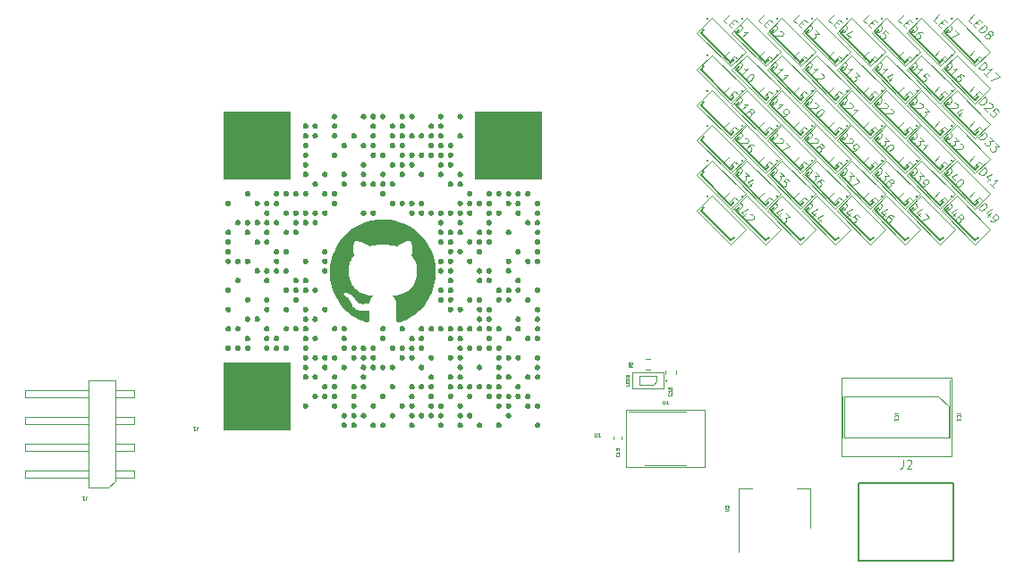
<source format=gbr>
%TF.GenerationSoftware,Flux,Pcbnew,7.0.11-7.0.11~ubuntu20.04.1*%
%TF.CreationDate,2024-08-15T16:12:26+00:00*%
%TF.ProjectId,input,696e7075-742e-46b6-9963-61645f706362,rev?*%
%TF.SameCoordinates,Original*%
%TF.FileFunction,Legend,Top*%
%TF.FilePolarity,Positive*%
%FSLAX46Y46*%
G04 Gerber Fmt 4.6, Leading zero omitted, Abs format (unit mm)*
G04 Filename: businesscardpcb*
G04 Build it with Flux! Visit our site at: https://www.flux.ai (PCBNEW 7.0.11-7.0.11~ubuntu20.04.1) date 2024-08-15 16:12:26*
%MOMM*%
%LPD*%
G01*
G04 APERTURE LIST*
%ADD10C,0.095000*%
%ADD11C,0.038000*%
%ADD12C,0.152400*%
%ADD13C,0.127000*%
%ADD14C,0.050000*%
%ADD15C,0.120000*%
%ADD16C,0.100000*%
G04 APERTURE END LIST*
D10*
X25391937Y20590931D02*
X25122563Y20860305D01*
X25122563Y20860305D02*
X25688248Y21425990D01*
X25876810Y20698680D02*
X26065372Y20510118D01*
X25849873Y20132995D02*
X25580499Y20402369D01*
X25580499Y20402369D02*
X26146184Y20968054D01*
X26146184Y20968054D02*
X26415558Y20698680D01*
X26092310Y19890558D02*
X26657995Y20456243D01*
X26657995Y20456243D02*
X26792682Y20321556D01*
X26792682Y20321556D02*
X26846557Y20213807D01*
X26846557Y20213807D02*
X26846557Y20106057D01*
X26846557Y20106057D02*
X26819620Y20025245D01*
X26819620Y20025245D02*
X26738807Y19890558D01*
X26738807Y19890558D02*
X26657995Y19809746D01*
X26657995Y19809746D02*
X26523308Y19728933D01*
X26523308Y19728933D02*
X26442496Y19701996D01*
X26442496Y19701996D02*
X26334746Y19701996D01*
X26334746Y19701996D02*
X26226997Y19755871D01*
X26226997Y19755871D02*
X26092310Y19890558D01*
X26954307Y19028561D02*
X26631058Y19351810D01*
X26792682Y19190185D02*
X27358368Y19755871D01*
X27358368Y19755871D02*
X27223681Y19728933D01*
X27223681Y19728933D02*
X27115931Y19728933D01*
X27115931Y19728933D02*
X27035119Y19755871D01*
X27708554Y19405684D02*
X28058740Y19055498D01*
X28058740Y19055498D02*
X27654679Y19028561D01*
X27654679Y19028561D02*
X27735491Y18947749D01*
X27735491Y18947749D02*
X27762429Y18866936D01*
X27762429Y18866936D02*
X27762429Y18813062D01*
X27762429Y18813062D02*
X27735491Y18732249D01*
X27735491Y18732249D02*
X27600804Y18597562D01*
X27600804Y18597562D02*
X27519992Y18570625D01*
X27519992Y18570625D02*
X27466117Y18570625D01*
X27466117Y18570625D02*
X27385305Y18597562D01*
X27385305Y18597562D02*
X27223681Y18759187D01*
X27223681Y18759187D02*
X27196743Y18839999D01*
X27196743Y18839999D02*
X27196743Y18893874D01*
D11*
X6527162Y-8359233D02*
X6374781Y-8465900D01*
X6527162Y-8542090D02*
X6207162Y-8542090D01*
X6207162Y-8542090D02*
X6207162Y-8420185D01*
X6207162Y-8420185D02*
X6222400Y-8389709D01*
X6222400Y-8389709D02*
X6237638Y-8374471D01*
X6237638Y-8374471D02*
X6268114Y-8359233D01*
X6268114Y-8359233D02*
X6313828Y-8359233D01*
X6313828Y-8359233D02*
X6344304Y-8374471D01*
X6344304Y-8374471D02*
X6359543Y-8389709D01*
X6359543Y-8389709D02*
X6374781Y-8420185D01*
X6374781Y-8420185D02*
X6374781Y-8542090D01*
X6207162Y-8069709D02*
X6207162Y-8222090D01*
X6207162Y-8222090D02*
X6359543Y-8237328D01*
X6359543Y-8237328D02*
X6344304Y-8222090D01*
X6344304Y-8222090D02*
X6329066Y-8191614D01*
X6329066Y-8191614D02*
X6329066Y-8115423D01*
X6329066Y-8115423D02*
X6344304Y-8084947D01*
X6344304Y-8084947D02*
X6359543Y-8069709D01*
X6359543Y-8069709D02*
X6390019Y-8054471D01*
X6390019Y-8054471D02*
X6466209Y-8054471D01*
X6466209Y-8054471D02*
X6496685Y-8069709D01*
X6496685Y-8069709D02*
X6511924Y-8084947D01*
X6511924Y-8084947D02*
X6527162Y-8115423D01*
X6527162Y-8115423D02*
X6527162Y-8191614D01*
X6527162Y-8191614D02*
X6511924Y-8222090D01*
X6511924Y-8222090D02*
X6496685Y-8237328D01*
D10*
X22085537Y20590931D02*
X21816163Y20860305D01*
X21816163Y20860305D02*
X22381848Y21425990D01*
X22570410Y20698680D02*
X22758972Y20510118D01*
X22543473Y20132995D02*
X22274099Y20402369D01*
X22274099Y20402369D02*
X22839784Y20968054D01*
X22839784Y20968054D02*
X23109158Y20698680D01*
X22785910Y19890558D02*
X23351595Y20456243D01*
X23351595Y20456243D02*
X23486282Y20321556D01*
X23486282Y20321556D02*
X23540157Y20213807D01*
X23540157Y20213807D02*
X23540157Y20106057D01*
X23540157Y20106057D02*
X23513220Y20025245D01*
X23513220Y20025245D02*
X23432407Y19890558D01*
X23432407Y19890558D02*
X23351595Y19809746D01*
X23351595Y19809746D02*
X23216908Y19728933D01*
X23216908Y19728933D02*
X23136096Y19701996D01*
X23136096Y19701996D02*
X23028346Y19701996D01*
X23028346Y19701996D02*
X22920597Y19755871D01*
X22920597Y19755871D02*
X22785910Y19890558D01*
X23647907Y19028561D02*
X23324658Y19351810D01*
X23486282Y19190185D02*
X24051968Y19755871D01*
X24051968Y19755871D02*
X23917281Y19728933D01*
X23917281Y19728933D02*
X23809531Y19728933D01*
X23809531Y19728933D02*
X23728719Y19755871D01*
X24375217Y19324872D02*
X24429091Y19324872D01*
X24429091Y19324872D02*
X24509904Y19297935D01*
X24509904Y19297935D02*
X24644591Y19163248D01*
X24644591Y19163248D02*
X24671528Y19082436D01*
X24671528Y19082436D02*
X24671528Y19028561D01*
X24671528Y19028561D02*
X24644591Y18947749D01*
X24644591Y18947749D02*
X24590716Y18893874D01*
X24590716Y18893874D02*
X24482966Y18839999D01*
X24482966Y18839999D02*
X23836468Y18839999D01*
X23836468Y18839999D02*
X24186655Y18489813D01*
X28698237Y24093531D02*
X28428863Y24362905D01*
X28428863Y24362905D02*
X28994548Y24928590D01*
X29183110Y24201280D02*
X29371672Y24012718D01*
X29156173Y23635595D02*
X28886799Y23904969D01*
X28886799Y23904969D02*
X29452484Y24470654D01*
X29452484Y24470654D02*
X29721858Y24201280D01*
X29398610Y23393158D02*
X29964295Y23958843D01*
X29964295Y23958843D02*
X30098982Y23824156D01*
X30098982Y23824156D02*
X30152857Y23716407D01*
X30152857Y23716407D02*
X30152857Y23608657D01*
X30152857Y23608657D02*
X30125920Y23527845D01*
X30125920Y23527845D02*
X30045107Y23393158D01*
X30045107Y23393158D02*
X29964295Y23312346D01*
X29964295Y23312346D02*
X29829608Y23231533D01*
X29829608Y23231533D02*
X29748796Y23204596D01*
X29748796Y23204596D02*
X29641046Y23204596D01*
X29641046Y23204596D02*
X29533297Y23258471D01*
X29533297Y23258471D02*
X29398610Y23393158D01*
X30799355Y23123784D02*
X30529981Y23393158D01*
X30529981Y23393158D02*
X30233669Y23150721D01*
X30233669Y23150721D02*
X30287544Y23150721D01*
X30287544Y23150721D02*
X30368356Y23123784D01*
X30368356Y23123784D02*
X30503043Y22989097D01*
X30503043Y22989097D02*
X30529981Y22908285D01*
X30529981Y22908285D02*
X30529981Y22854410D01*
X30529981Y22854410D02*
X30503043Y22773598D01*
X30503043Y22773598D02*
X30368356Y22638911D01*
X30368356Y22638911D02*
X30287544Y22611973D01*
X30287544Y22611973D02*
X30233669Y22611973D01*
X30233669Y22611973D02*
X30152857Y22638911D01*
X30152857Y22638911D02*
X30018170Y22773598D01*
X30018170Y22773598D02*
X29991233Y22854410D01*
X29991233Y22854410D02*
X29991233Y22908285D01*
D11*
X-34686922Y-14533653D02*
X-34686922Y-14305082D01*
X-34686922Y-14305082D02*
X-34671683Y-14259368D01*
X-34671683Y-14259368D02*
X-34641207Y-14228892D01*
X-34641207Y-14228892D02*
X-34595493Y-14213653D01*
X-34595493Y-14213653D02*
X-34565017Y-14213653D01*
X-35006922Y-14213653D02*
X-34824065Y-14213653D01*
X-34915493Y-14213653D02*
X-34915493Y-14533653D01*
X-34915493Y-14533653D02*
X-34885017Y-14487939D01*
X-34885017Y-14487939D02*
X-34854541Y-14457463D01*
X-34854541Y-14457463D02*
X-34824065Y-14442225D01*
X-45190139Y-21132225D02*
X-45190139Y-20903654D01*
X-45190139Y-20903654D02*
X-45174900Y-20857940D01*
X-45174900Y-20857940D02*
X-45144424Y-20827464D01*
X-45144424Y-20827464D02*
X-45098710Y-20812225D01*
X-45098710Y-20812225D02*
X-45068234Y-20812225D01*
X-45510139Y-20812225D02*
X-45327282Y-20812225D01*
X-45418710Y-20812225D02*
X-45418710Y-21132225D01*
X-45418710Y-21132225D02*
X-45388234Y-21086511D01*
X-45388234Y-21086511D02*
X-45357758Y-21056035D01*
X-45357758Y-21056035D02*
X-45327282Y-21040797D01*
D10*
X28698237Y20590931D02*
X28428863Y20860305D01*
X28428863Y20860305D02*
X28994548Y21425990D01*
X29183110Y20698680D02*
X29371672Y20510118D01*
X29156173Y20132995D02*
X28886799Y20402369D01*
X28886799Y20402369D02*
X29452484Y20968054D01*
X29452484Y20968054D02*
X29721858Y20698680D01*
X29398610Y19890558D02*
X29964295Y20456243D01*
X29964295Y20456243D02*
X30098982Y20321556D01*
X30098982Y20321556D02*
X30152857Y20213807D01*
X30152857Y20213807D02*
X30152857Y20106057D01*
X30152857Y20106057D02*
X30125920Y20025245D01*
X30125920Y20025245D02*
X30045107Y19890558D01*
X30045107Y19890558D02*
X29964295Y19809746D01*
X29964295Y19809746D02*
X29829608Y19728933D01*
X29829608Y19728933D02*
X29748796Y19701996D01*
X29748796Y19701996D02*
X29641046Y19701996D01*
X29641046Y19701996D02*
X29533297Y19755871D01*
X29533297Y19755871D02*
X29398610Y19890558D01*
X30260607Y19028561D02*
X29937358Y19351810D01*
X30098982Y19190185D02*
X30664668Y19755871D01*
X30664668Y19755871D02*
X30529981Y19728933D01*
X30529981Y19728933D02*
X30422231Y19728933D01*
X30422231Y19728933D02*
X30341419Y19755871D01*
X31122604Y18920811D02*
X30745480Y18543688D01*
X31203416Y19270997D02*
X30664668Y19001623D01*
X30664668Y19001623D02*
X31014854Y18651437D01*
D11*
X10225792Y-11045014D02*
X10241031Y-11060252D01*
X10241031Y-11060252D02*
X10256269Y-11105966D01*
X10256269Y-11105966D02*
X10256269Y-11136442D01*
X10256269Y-11136442D02*
X10241031Y-11182157D01*
X10241031Y-11182157D02*
X10210554Y-11212633D01*
X10210554Y-11212633D02*
X10180078Y-11227871D01*
X10180078Y-11227871D02*
X10119126Y-11243109D01*
X10119126Y-11243109D02*
X10073411Y-11243109D01*
X10073411Y-11243109D02*
X10012459Y-11227871D01*
X10012459Y-11227871D02*
X9981983Y-11212633D01*
X9981983Y-11212633D02*
X9951507Y-11182157D01*
X9951507Y-11182157D02*
X9936269Y-11136442D01*
X9936269Y-11136442D02*
X9936269Y-11105966D01*
X9936269Y-11105966D02*
X9951507Y-11060252D01*
X9951507Y-11060252D02*
X9966745Y-11045014D01*
X10256269Y-10740252D02*
X10256269Y-10923109D01*
X10256269Y-10831681D02*
X9936269Y-10831681D01*
X9936269Y-10831681D02*
X9981983Y-10862157D01*
X9981983Y-10862157D02*
X10012459Y-10892633D01*
X10012459Y-10892633D02*
X10027697Y-10923109D01*
X9936269Y-10465966D02*
X9936269Y-10526919D01*
X9936269Y-10526919D02*
X9951507Y-10557395D01*
X9951507Y-10557395D02*
X9966745Y-10572633D01*
X9966745Y-10572633D02*
X10012459Y-10603109D01*
X10012459Y-10603109D02*
X10073411Y-10618347D01*
X10073411Y-10618347D02*
X10195316Y-10618347D01*
X10195316Y-10618347D02*
X10225792Y-10603109D01*
X10225792Y-10603109D02*
X10241031Y-10587871D01*
X10241031Y-10587871D02*
X10256269Y-10557395D01*
X10256269Y-10557395D02*
X10256269Y-10496442D01*
X10256269Y-10496442D02*
X10241031Y-10465966D01*
X10241031Y-10465966D02*
X10225792Y-10450728D01*
X10225792Y-10450728D02*
X10195316Y-10435490D01*
X10195316Y-10435490D02*
X10119126Y-10435490D01*
X10119126Y-10435490D02*
X10088650Y-10450728D01*
X10088650Y-10450728D02*
X10073411Y-10465966D01*
X10073411Y-10465966D02*
X10058173Y-10496442D01*
X10058173Y-10496442D02*
X10058173Y-10557395D01*
X10058173Y-10557395D02*
X10073411Y-10587871D01*
X10073411Y-10587871D02*
X10088650Y-10603109D01*
X10088650Y-10603109D02*
X10119126Y-10618347D01*
D10*
X38617337Y20590931D02*
X38347963Y20860305D01*
X38347963Y20860305D02*
X38913648Y21425990D01*
X39102210Y20698680D02*
X39290772Y20510118D01*
X39075273Y20132995D02*
X38805899Y20402369D01*
X38805899Y20402369D02*
X39371584Y20968054D01*
X39371584Y20968054D02*
X39640958Y20698680D01*
X39317710Y19890558D02*
X39883395Y20456243D01*
X39883395Y20456243D02*
X40018082Y20321556D01*
X40018082Y20321556D02*
X40071957Y20213807D01*
X40071957Y20213807D02*
X40071957Y20106057D01*
X40071957Y20106057D02*
X40045020Y20025245D01*
X40045020Y20025245D02*
X39964207Y19890558D01*
X39964207Y19890558D02*
X39883395Y19809746D01*
X39883395Y19809746D02*
X39748708Y19728933D01*
X39748708Y19728933D02*
X39667896Y19701996D01*
X39667896Y19701996D02*
X39560146Y19701996D01*
X39560146Y19701996D02*
X39452397Y19755871D01*
X39452397Y19755871D02*
X39317710Y19890558D01*
X40179707Y19028561D02*
X39856458Y19351810D01*
X40018082Y19190185D02*
X40583768Y19755871D01*
X40583768Y19755871D02*
X40449081Y19728933D01*
X40449081Y19728933D02*
X40341331Y19728933D01*
X40341331Y19728933D02*
X40260519Y19755871D01*
X40933954Y19405684D02*
X41311078Y19028561D01*
X41311078Y19028561D02*
X40502956Y18705312D01*
X35310937Y24093531D02*
X35041563Y24362905D01*
X35041563Y24362905D02*
X35607248Y24928590D01*
X35795810Y24201280D02*
X35984372Y24012718D01*
X35768873Y23635595D02*
X35499499Y23904969D01*
X35499499Y23904969D02*
X36065184Y24470654D01*
X36065184Y24470654D02*
X36334558Y24201280D01*
X36011310Y23393158D02*
X36576995Y23958843D01*
X36576995Y23958843D02*
X36711682Y23824156D01*
X36711682Y23824156D02*
X36765557Y23716407D01*
X36765557Y23716407D02*
X36765557Y23608657D01*
X36765557Y23608657D02*
X36738620Y23527845D01*
X36738620Y23527845D02*
X36657807Y23393158D01*
X36657807Y23393158D02*
X36576995Y23312346D01*
X36576995Y23312346D02*
X36442308Y23231533D01*
X36442308Y23231533D02*
X36361496Y23204596D01*
X36361496Y23204596D02*
X36253746Y23204596D01*
X36253746Y23204596D02*
X36145997Y23258471D01*
X36145997Y23258471D02*
X36011310Y23393158D01*
X37088806Y23447033D02*
X37465929Y23069909D01*
X37465929Y23069909D02*
X36657807Y22746660D01*
X22085537Y17251431D02*
X21816163Y17520805D01*
X21816163Y17520805D02*
X22381848Y18086490D01*
X22570410Y17359180D02*
X22758972Y17170618D01*
X22543473Y16793495D02*
X22274099Y17062869D01*
X22274099Y17062869D02*
X22839784Y17628554D01*
X22839784Y17628554D02*
X23109158Y17359180D01*
X22785910Y16551058D02*
X23351595Y17116743D01*
X23351595Y17116743D02*
X23486282Y16982056D01*
X23486282Y16982056D02*
X23540157Y16874307D01*
X23540157Y16874307D02*
X23540157Y16766557D01*
X23540157Y16766557D02*
X23513220Y16685745D01*
X23513220Y16685745D02*
X23432407Y16551058D01*
X23432407Y16551058D02*
X23351595Y16470246D01*
X23351595Y16470246D02*
X23216908Y16389433D01*
X23216908Y16389433D02*
X23136096Y16362496D01*
X23136096Y16362496D02*
X23028346Y16362496D01*
X23028346Y16362496D02*
X22920597Y16416371D01*
X22920597Y16416371D02*
X22785910Y16551058D01*
X23836468Y16524120D02*
X23890343Y16524120D01*
X23890343Y16524120D02*
X23971155Y16497183D01*
X23971155Y16497183D02*
X24105842Y16362496D01*
X24105842Y16362496D02*
X24132780Y16281684D01*
X24132780Y16281684D02*
X24132780Y16227809D01*
X24132780Y16227809D02*
X24105842Y16146997D01*
X24105842Y16146997D02*
X24051968Y16093122D01*
X24051968Y16093122D02*
X23944218Y16039247D01*
X23944218Y16039247D02*
X23297720Y16039247D01*
X23297720Y16039247D02*
X23647907Y15689061D01*
X24563778Y15904560D02*
X24617653Y15850685D01*
X24617653Y15850685D02*
X24644591Y15769873D01*
X24644591Y15769873D02*
X24644591Y15715998D01*
X24644591Y15715998D02*
X24617653Y15635186D01*
X24617653Y15635186D02*
X24536841Y15500499D01*
X24536841Y15500499D02*
X24402154Y15365812D01*
X24402154Y15365812D02*
X24267467Y15285000D01*
X24267467Y15285000D02*
X24186655Y15258062D01*
X24186655Y15258062D02*
X24132780Y15258062D01*
X24132780Y15258062D02*
X24051968Y15285000D01*
X24051968Y15285000D02*
X23998093Y15338875D01*
X23998093Y15338875D02*
X23971156Y15419687D01*
X23971156Y15419687D02*
X23971156Y15473562D01*
X23971156Y15473562D02*
X23998093Y15554374D01*
X23998093Y15554374D02*
X24078905Y15689061D01*
X24078905Y15689061D02*
X24213592Y15823748D01*
X24213592Y15823748D02*
X24348279Y15904560D01*
X24348279Y15904560D02*
X24429091Y15931497D01*
X24429091Y15931497D02*
X24482966Y15931497D01*
X24482966Y15931497D02*
X24563778Y15904560D01*
X32004637Y20590931D02*
X31735263Y20860305D01*
X31735263Y20860305D02*
X32300948Y21425990D01*
X32489510Y20698680D02*
X32678072Y20510118D01*
X32462573Y20132995D02*
X32193199Y20402369D01*
X32193199Y20402369D02*
X32758884Y20968054D01*
X32758884Y20968054D02*
X33028258Y20698680D01*
X32705010Y19890558D02*
X33270695Y20456243D01*
X33270695Y20456243D02*
X33405382Y20321556D01*
X33405382Y20321556D02*
X33459257Y20213807D01*
X33459257Y20213807D02*
X33459257Y20106057D01*
X33459257Y20106057D02*
X33432320Y20025245D01*
X33432320Y20025245D02*
X33351507Y19890558D01*
X33351507Y19890558D02*
X33270695Y19809746D01*
X33270695Y19809746D02*
X33136008Y19728933D01*
X33136008Y19728933D02*
X33055196Y19701996D01*
X33055196Y19701996D02*
X32947446Y19701996D01*
X32947446Y19701996D02*
X32839697Y19755871D01*
X32839697Y19755871D02*
X32705010Y19890558D01*
X33567007Y19028561D02*
X33243758Y19351810D01*
X33405382Y19190185D02*
X33971068Y19755871D01*
X33971068Y19755871D02*
X33836381Y19728933D01*
X33836381Y19728933D02*
X33728631Y19728933D01*
X33728631Y19728933D02*
X33647819Y19755871D01*
X34644503Y19082436D02*
X34375129Y19351810D01*
X34375129Y19351810D02*
X34078817Y19109373D01*
X34078817Y19109373D02*
X34132692Y19109373D01*
X34132692Y19109373D02*
X34213504Y19082436D01*
X34213504Y19082436D02*
X34348191Y18947749D01*
X34348191Y18947749D02*
X34375129Y18866936D01*
X34375129Y18866936D02*
X34375129Y18813062D01*
X34375129Y18813062D02*
X34348191Y18732249D01*
X34348191Y18732249D02*
X34213504Y18597562D01*
X34213504Y18597562D02*
X34132692Y18570625D01*
X34132692Y18570625D02*
X34078817Y18570625D01*
X34078817Y18570625D02*
X33998005Y18597562D01*
X33998005Y18597562D02*
X33863318Y18732249D01*
X33863318Y18732249D02*
X33836381Y18813062D01*
X33836381Y18813062D02*
X33836381Y18866936D01*
X22085537Y24093531D02*
X21816163Y24362905D01*
X21816163Y24362905D02*
X22381848Y24928590D01*
X22570410Y24201280D02*
X22758972Y24012718D01*
X22543473Y23635595D02*
X22274099Y23904969D01*
X22274099Y23904969D02*
X22839784Y24470654D01*
X22839784Y24470654D02*
X23109158Y24201280D01*
X22785910Y23393158D02*
X23351595Y23958843D01*
X23351595Y23958843D02*
X23486282Y23824156D01*
X23486282Y23824156D02*
X23540157Y23716407D01*
X23540157Y23716407D02*
X23540157Y23608657D01*
X23540157Y23608657D02*
X23513220Y23527845D01*
X23513220Y23527845D02*
X23432407Y23393158D01*
X23432407Y23393158D02*
X23351595Y23312346D01*
X23351595Y23312346D02*
X23216908Y23231533D01*
X23216908Y23231533D02*
X23136096Y23204596D01*
X23136096Y23204596D02*
X23028346Y23204596D01*
X23028346Y23204596D02*
X22920597Y23258471D01*
X22920597Y23258471D02*
X22785910Y23393158D01*
X23863406Y23447033D02*
X24213592Y23096846D01*
X24213592Y23096846D02*
X23809531Y23069909D01*
X23809531Y23069909D02*
X23890343Y22989097D01*
X23890343Y22989097D02*
X23917281Y22908285D01*
X23917281Y22908285D02*
X23917281Y22854410D01*
X23917281Y22854410D02*
X23890343Y22773598D01*
X23890343Y22773598D02*
X23755656Y22638911D01*
X23755656Y22638911D02*
X23674844Y22611973D01*
X23674844Y22611973D02*
X23620969Y22611973D01*
X23620969Y22611973D02*
X23540157Y22638911D01*
X23540157Y22638911D02*
X23378533Y22800535D01*
X23378533Y22800535D02*
X23351595Y22881347D01*
X23351595Y22881347D02*
X23351595Y22935222D01*
X25391937Y24093531D02*
X25122563Y24362905D01*
X25122563Y24362905D02*
X25688248Y24928590D01*
X25876810Y24201280D02*
X26065372Y24012718D01*
X25849873Y23635595D02*
X25580499Y23904969D01*
X25580499Y23904969D02*
X26146184Y24470654D01*
X26146184Y24470654D02*
X26415558Y24201280D01*
X26092310Y23393158D02*
X26657995Y23958843D01*
X26657995Y23958843D02*
X26792682Y23824156D01*
X26792682Y23824156D02*
X26846557Y23716407D01*
X26846557Y23716407D02*
X26846557Y23608657D01*
X26846557Y23608657D02*
X26819620Y23527845D01*
X26819620Y23527845D02*
X26738807Y23393158D01*
X26738807Y23393158D02*
X26657995Y23312346D01*
X26657995Y23312346D02*
X26523308Y23231533D01*
X26523308Y23231533D02*
X26442496Y23204596D01*
X26442496Y23204596D02*
X26334746Y23204596D01*
X26334746Y23204596D02*
X26226997Y23258471D01*
X26226997Y23258471D02*
X26092310Y23393158D01*
X27277555Y22962159D02*
X26900432Y22585036D01*
X27358368Y23312346D02*
X26819620Y23042972D01*
X26819620Y23042972D02*
X27169806Y22692785D01*
X25391937Y17251431D02*
X25122563Y17520805D01*
X25122563Y17520805D02*
X25688248Y18086490D01*
X25876810Y17359180D02*
X26065372Y17170618D01*
X25849873Y16793495D02*
X25580499Y17062869D01*
X25580499Y17062869D02*
X26146184Y17628554D01*
X26146184Y17628554D02*
X26415558Y17359180D01*
X26092310Y16551058D02*
X26657995Y17116743D01*
X26657995Y17116743D02*
X26792682Y16982056D01*
X26792682Y16982056D02*
X26846557Y16874307D01*
X26846557Y16874307D02*
X26846557Y16766557D01*
X26846557Y16766557D02*
X26819620Y16685745D01*
X26819620Y16685745D02*
X26738807Y16551058D01*
X26738807Y16551058D02*
X26657995Y16470246D01*
X26657995Y16470246D02*
X26523308Y16389433D01*
X26523308Y16389433D02*
X26442496Y16362496D01*
X26442496Y16362496D02*
X26334746Y16362496D01*
X26334746Y16362496D02*
X26226997Y16416371D01*
X26226997Y16416371D02*
X26092310Y16551058D01*
X27142868Y16524120D02*
X27196743Y16524120D01*
X27196743Y16524120D02*
X27277555Y16497183D01*
X27277555Y16497183D02*
X27412242Y16362496D01*
X27412242Y16362496D02*
X27439180Y16281684D01*
X27439180Y16281684D02*
X27439180Y16227809D01*
X27439180Y16227809D02*
X27412242Y16146997D01*
X27412242Y16146997D02*
X27358368Y16093122D01*
X27358368Y16093122D02*
X27250618Y16039247D01*
X27250618Y16039247D02*
X26604120Y16039247D01*
X26604120Y16039247D02*
X26954307Y15689061D01*
X27493055Y15150313D02*
X27169806Y15473562D01*
X27331430Y15311937D02*
X27897116Y15877623D01*
X27897116Y15877623D02*
X27762429Y15850685D01*
X27762429Y15850685D02*
X27654679Y15850685D01*
X27654679Y15850685D02*
X27573867Y15877623D01*
X15472826Y24093532D02*
X15203452Y24362906D01*
X15203452Y24362906D02*
X15769137Y24928591D01*
X15957699Y24201281D02*
X16146261Y24012719D01*
X15930762Y23635596D02*
X15661388Y23904970D01*
X15661388Y23904970D02*
X16227073Y24470655D01*
X16227073Y24470655D02*
X16496447Y24201281D01*
X16173199Y23393159D02*
X16738884Y23958844D01*
X16738884Y23958844D02*
X16873571Y23824157D01*
X16873571Y23824157D02*
X16927446Y23716408D01*
X16927446Y23716408D02*
X16927446Y23608658D01*
X16927446Y23608658D02*
X16900509Y23527846D01*
X16900509Y23527846D02*
X16819696Y23393159D01*
X16819696Y23393159D02*
X16738884Y23312347D01*
X16738884Y23312347D02*
X16604197Y23231534D01*
X16604197Y23231534D02*
X16523385Y23204597D01*
X16523385Y23204597D02*
X16415635Y23204597D01*
X16415635Y23204597D02*
X16307886Y23258472D01*
X16307886Y23258472D02*
X16173199Y23393159D01*
X17035196Y22531162D02*
X16711947Y22854411D01*
X16873571Y22692786D02*
X17439257Y23258472D01*
X17439257Y23258472D02*
X17304570Y23231534D01*
X17304570Y23231534D02*
X17196820Y23231534D01*
X17196820Y23231534D02*
X17116008Y23258472D01*
X32193533Y-17324755D02*
X32193533Y-17896183D01*
X32193533Y-17896183D02*
X32155438Y-18010469D01*
X32155438Y-18010469D02*
X32079247Y-18086660D01*
X32079247Y-18086660D02*
X31964962Y-18124755D01*
X31964962Y-18124755D02*
X31888771Y-18124755D01*
X32536390Y-17400945D02*
X32574486Y-17362850D01*
X32574486Y-17362850D02*
X32650676Y-17324755D01*
X32650676Y-17324755D02*
X32841152Y-17324755D01*
X32841152Y-17324755D02*
X32917343Y-17362850D01*
X32917343Y-17362850D02*
X32955438Y-17400945D01*
X32955438Y-17400945D02*
X32993533Y-17477136D01*
X32993533Y-17477136D02*
X32993533Y-17553326D01*
X32993533Y-17553326D02*
X32955438Y-17667612D01*
X32955438Y-17667612D02*
X32498295Y-18124755D01*
X32498295Y-18124755D02*
X32993533Y-18124755D01*
D11*
X31389137Y-12922219D02*
X31709137Y-12922219D01*
X31419614Y-13257457D02*
X31404376Y-13242219D01*
X31404376Y-13242219D02*
X31389137Y-13196505D01*
X31389137Y-13196505D02*
X31389137Y-13166029D01*
X31389137Y-13166029D02*
X31404376Y-13120314D01*
X31404376Y-13120314D02*
X31434852Y-13089838D01*
X31434852Y-13089838D02*
X31465328Y-13074600D01*
X31465328Y-13074600D02*
X31526280Y-13059362D01*
X31526280Y-13059362D02*
X31571995Y-13059362D01*
X31571995Y-13059362D02*
X31632947Y-13074600D01*
X31632947Y-13074600D02*
X31663423Y-13089838D01*
X31663423Y-13089838D02*
X31693899Y-13120314D01*
X31693899Y-13120314D02*
X31709137Y-13166029D01*
X31709137Y-13166029D02*
X31709137Y-13196505D01*
X31709137Y-13196505D02*
X31693899Y-13242219D01*
X31693899Y-13242219D02*
X31678661Y-13257457D01*
X31389137Y-13562219D02*
X31389137Y-13379362D01*
X31389137Y-13470790D02*
X31709137Y-13470790D01*
X31709137Y-13470790D02*
X31663423Y-13440314D01*
X31663423Y-13440314D02*
X31632947Y-13409838D01*
X31632947Y-13409838D02*
X31617709Y-13379362D01*
X37289137Y-12922213D02*
X37609137Y-12922213D01*
X37319614Y-13257451D02*
X37304376Y-13242213D01*
X37304376Y-13242213D02*
X37289137Y-13196499D01*
X37289137Y-13196499D02*
X37289137Y-13166023D01*
X37289137Y-13166023D02*
X37304376Y-13120308D01*
X37304376Y-13120308D02*
X37334852Y-13089832D01*
X37334852Y-13089832D02*
X37365328Y-13074594D01*
X37365328Y-13074594D02*
X37426280Y-13059356D01*
X37426280Y-13059356D02*
X37471995Y-13059356D01*
X37471995Y-13059356D02*
X37532947Y-13074594D01*
X37532947Y-13074594D02*
X37563423Y-13089832D01*
X37563423Y-13089832D02*
X37593899Y-13120308D01*
X37593899Y-13120308D02*
X37609137Y-13166023D01*
X37609137Y-13166023D02*
X37609137Y-13196499D01*
X37609137Y-13196499D02*
X37593899Y-13242213D01*
X37593899Y-13242213D02*
X37578661Y-13257451D01*
X37289137Y-13562213D02*
X37289137Y-13379356D01*
X37289137Y-13470784D02*
X37609137Y-13470784D01*
X37609137Y-13470784D02*
X37563423Y-13440308D01*
X37563423Y-13440308D02*
X37532947Y-13409832D01*
X37532947Y-13409832D02*
X37517709Y-13379356D01*
X15331262Y-22153426D02*
X15590309Y-22153426D01*
X15590309Y-22153426D02*
X15620785Y-22138188D01*
X15620785Y-22138188D02*
X15636024Y-22122950D01*
X15636024Y-22122950D02*
X15651262Y-22092474D01*
X15651262Y-22092474D02*
X15651262Y-22031521D01*
X15651262Y-22031521D02*
X15636024Y-22001045D01*
X15636024Y-22001045D02*
X15620785Y-21985807D01*
X15620785Y-21985807D02*
X15590309Y-21970569D01*
X15590309Y-21970569D02*
X15331262Y-21970569D01*
X15331262Y-21848664D02*
X15331262Y-21650569D01*
X15331262Y-21650569D02*
X15453166Y-21757236D01*
X15453166Y-21757236D02*
X15453166Y-21711521D01*
X15453166Y-21711521D02*
X15468404Y-21681045D01*
X15468404Y-21681045D02*
X15483643Y-21665807D01*
X15483643Y-21665807D02*
X15514119Y-21650569D01*
X15514119Y-21650569D02*
X15590309Y-21650569D01*
X15590309Y-21650569D02*
X15620785Y-21665807D01*
X15620785Y-21665807D02*
X15636024Y-21681045D01*
X15636024Y-21681045D02*
X15651262Y-21711521D01*
X15651262Y-21711521D02*
X15651262Y-21802950D01*
X15651262Y-21802950D02*
X15636024Y-21833426D01*
X15636024Y-21833426D02*
X15620785Y-21848664D01*
D10*
X32004637Y17251431D02*
X31735263Y17520805D01*
X31735263Y17520805D02*
X32300948Y18086490D01*
X32489510Y17359180D02*
X32678072Y17170618D01*
X32462573Y16793495D02*
X32193199Y17062869D01*
X32193199Y17062869D02*
X32758884Y17628554D01*
X32758884Y17628554D02*
X33028258Y17359180D01*
X32705010Y16551058D02*
X33270695Y17116743D01*
X33270695Y17116743D02*
X33405382Y16982056D01*
X33405382Y16982056D02*
X33459257Y16874307D01*
X33459257Y16874307D02*
X33459257Y16766557D01*
X33459257Y16766557D02*
X33432320Y16685745D01*
X33432320Y16685745D02*
X33351507Y16551058D01*
X33351507Y16551058D02*
X33270695Y16470246D01*
X33270695Y16470246D02*
X33136008Y16389433D01*
X33136008Y16389433D02*
X33055196Y16362496D01*
X33055196Y16362496D02*
X32947446Y16362496D01*
X32947446Y16362496D02*
X32839697Y16416371D01*
X32839697Y16416371D02*
X32705010Y16551058D01*
X33755568Y16524120D02*
X33809443Y16524120D01*
X33809443Y16524120D02*
X33890255Y16497183D01*
X33890255Y16497183D02*
X34024942Y16362496D01*
X34024942Y16362496D02*
X34051880Y16281684D01*
X34051880Y16281684D02*
X34051880Y16227809D01*
X34051880Y16227809D02*
X34024942Y16146997D01*
X34024942Y16146997D02*
X33971068Y16093122D01*
X33971068Y16093122D02*
X33863318Y16039247D01*
X33863318Y16039247D02*
X33216820Y16039247D01*
X33216820Y16039247D02*
X33567007Y15689061D01*
X34321254Y16066184D02*
X34671440Y15715998D01*
X34671440Y15715998D02*
X34267379Y15689061D01*
X34267379Y15689061D02*
X34348191Y15608249D01*
X34348191Y15608249D02*
X34375129Y15527436D01*
X34375129Y15527436D02*
X34375129Y15473562D01*
X34375129Y15473562D02*
X34348191Y15392749D01*
X34348191Y15392749D02*
X34213504Y15258062D01*
X34213504Y15258062D02*
X34132692Y15231125D01*
X34132692Y15231125D02*
X34078817Y15231125D01*
X34078817Y15231125D02*
X33998005Y15258062D01*
X33998005Y15258062D02*
X33836381Y15419687D01*
X33836381Y15419687D02*
X33809443Y15500499D01*
X33809443Y15500499D02*
X33809443Y15554374D01*
X18779237Y20590931D02*
X18509863Y20860305D01*
X18509863Y20860305D02*
X19075548Y21425990D01*
X19264110Y20698680D02*
X19452672Y20510118D01*
X19237173Y20132995D02*
X18967799Y20402369D01*
X18967799Y20402369D02*
X19533484Y20968054D01*
X19533484Y20968054D02*
X19802858Y20698680D01*
X19479610Y19890558D02*
X20045295Y20456243D01*
X20045295Y20456243D02*
X20179982Y20321556D01*
X20179982Y20321556D02*
X20233857Y20213807D01*
X20233857Y20213807D02*
X20233857Y20106057D01*
X20233857Y20106057D02*
X20206920Y20025245D01*
X20206920Y20025245D02*
X20126107Y19890558D01*
X20126107Y19890558D02*
X20045295Y19809746D01*
X20045295Y19809746D02*
X19910608Y19728933D01*
X19910608Y19728933D02*
X19829796Y19701996D01*
X19829796Y19701996D02*
X19722046Y19701996D01*
X19722046Y19701996D02*
X19614297Y19755871D01*
X19614297Y19755871D02*
X19479610Y19890558D01*
X20341607Y19028561D02*
X20018358Y19351810D01*
X20179982Y19190185D02*
X20745668Y19755871D01*
X20745668Y19755871D02*
X20610981Y19728933D01*
X20610981Y19728933D02*
X20503231Y19728933D01*
X20503231Y19728933D02*
X20422419Y19755871D01*
X20880355Y18489813D02*
X20557106Y18813062D01*
X20718730Y18651437D02*
X21284416Y19217123D01*
X21284416Y19217123D02*
X21149729Y19190185D01*
X21149729Y19190185D02*
X21041979Y19190185D01*
X21041979Y19190185D02*
X20961167Y19217123D01*
X38617337Y24093531D02*
X38347963Y24362905D01*
X38347963Y24362905D02*
X38913648Y24928590D01*
X39102210Y24201280D02*
X39290772Y24012718D01*
X39075273Y23635595D02*
X38805899Y23904969D01*
X38805899Y23904969D02*
X39371584Y24470654D01*
X39371584Y24470654D02*
X39640958Y24201280D01*
X39317710Y23393158D02*
X39883395Y23958843D01*
X39883395Y23958843D02*
X40018082Y23824156D01*
X40018082Y23824156D02*
X40071957Y23716407D01*
X40071957Y23716407D02*
X40071957Y23608657D01*
X40071957Y23608657D02*
X40045020Y23527845D01*
X40045020Y23527845D02*
X39964207Y23393158D01*
X39964207Y23393158D02*
X39883395Y23312346D01*
X39883395Y23312346D02*
X39748708Y23231533D01*
X39748708Y23231533D02*
X39667896Y23204596D01*
X39667896Y23204596D02*
X39560146Y23204596D01*
X39560146Y23204596D02*
X39452397Y23258471D01*
X39452397Y23258471D02*
X39317710Y23393158D01*
X40287456Y23069909D02*
X40260519Y23150721D01*
X40260519Y23150721D02*
X40260519Y23204596D01*
X40260519Y23204596D02*
X40287456Y23285408D01*
X40287456Y23285408D02*
X40314394Y23312346D01*
X40314394Y23312346D02*
X40395206Y23339283D01*
X40395206Y23339283D02*
X40449081Y23339283D01*
X40449081Y23339283D02*
X40529893Y23312346D01*
X40529893Y23312346D02*
X40637642Y23204596D01*
X40637642Y23204596D02*
X40664580Y23123784D01*
X40664580Y23123784D02*
X40664580Y23069909D01*
X40664580Y23069909D02*
X40637642Y22989097D01*
X40637642Y22989097D02*
X40610705Y22962159D01*
X40610705Y22962159D02*
X40529893Y22935222D01*
X40529893Y22935222D02*
X40476018Y22935222D01*
X40476018Y22935222D02*
X40395206Y22962159D01*
X40395206Y22962159D02*
X40287456Y23069909D01*
X40287456Y23069909D02*
X40206644Y23096846D01*
X40206644Y23096846D02*
X40152769Y23096846D01*
X40152769Y23096846D02*
X40071957Y23069909D01*
X40071957Y23069909D02*
X39964207Y22962159D01*
X39964207Y22962159D02*
X39937270Y22881347D01*
X39937270Y22881347D02*
X39937270Y22827472D01*
X39937270Y22827472D02*
X39964207Y22746660D01*
X39964207Y22746660D02*
X40071957Y22638911D01*
X40071957Y22638911D02*
X40152769Y22611973D01*
X40152769Y22611973D02*
X40206644Y22611973D01*
X40206644Y22611973D02*
X40287456Y22638911D01*
X40287456Y22638911D02*
X40395206Y22746660D01*
X40395206Y22746660D02*
X40422143Y22827472D01*
X40422143Y22827472D02*
X40422143Y22881347D01*
X40422143Y22881347D02*
X40395206Y22962159D01*
D11*
X2982090Y-14799462D02*
X2982090Y-15058509D01*
X2982090Y-15058509D02*
X2997328Y-15088985D01*
X2997328Y-15088985D02*
X3012566Y-15104224D01*
X3012566Y-15104224D02*
X3043042Y-15119462D01*
X3043042Y-15119462D02*
X3103995Y-15119462D01*
X3103995Y-15119462D02*
X3134471Y-15104224D01*
X3134471Y-15104224D02*
X3149709Y-15088985D01*
X3149709Y-15088985D02*
X3164947Y-15058509D01*
X3164947Y-15058509D02*
X3164947Y-14799462D01*
X3484947Y-15119462D02*
X3302090Y-15119462D01*
X3393518Y-15119462D02*
X3393518Y-14799462D01*
X3393518Y-14799462D02*
X3363042Y-14845176D01*
X3363042Y-14845176D02*
X3332566Y-14875652D01*
X3332566Y-14875652D02*
X3302090Y-14890890D01*
X9442090Y-11699462D02*
X9442090Y-11958509D01*
X9442090Y-11958509D02*
X9457328Y-11988985D01*
X9457328Y-11988985D02*
X9472566Y-12004224D01*
X9472566Y-12004224D02*
X9503042Y-12019462D01*
X9503042Y-12019462D02*
X9563995Y-12019462D01*
X9563995Y-12019462D02*
X9594471Y-12004224D01*
X9594471Y-12004224D02*
X9609709Y-11988985D01*
X9609709Y-11988985D02*
X9624947Y-11958509D01*
X9624947Y-11958509D02*
X9624947Y-11699462D01*
X9944947Y-12019462D02*
X9762090Y-12019462D01*
X9853518Y-12019462D02*
X9853518Y-11699462D01*
X9853518Y-11699462D02*
X9823042Y-11745176D01*
X9823042Y-11745176D02*
X9792566Y-11775652D01*
X9792566Y-11775652D02*
X9762090Y-11790890D01*
D10*
X15472837Y17251431D02*
X15203463Y17520805D01*
X15203463Y17520805D02*
X15769148Y18086490D01*
X15957710Y17359180D02*
X16146272Y17170618D01*
X15930773Y16793495D02*
X15661399Y17062869D01*
X15661399Y17062869D02*
X16227084Y17628554D01*
X16227084Y17628554D02*
X16496458Y17359180D01*
X16173210Y16551058D02*
X16738895Y17116743D01*
X16738895Y17116743D02*
X16873582Y16982056D01*
X16873582Y16982056D02*
X16927457Y16874307D01*
X16927457Y16874307D02*
X16927457Y16766557D01*
X16927457Y16766557D02*
X16900520Y16685745D01*
X16900520Y16685745D02*
X16819707Y16551058D01*
X16819707Y16551058D02*
X16738895Y16470246D01*
X16738895Y16470246D02*
X16604208Y16389433D01*
X16604208Y16389433D02*
X16523396Y16362496D01*
X16523396Y16362496D02*
X16415646Y16362496D01*
X16415646Y16362496D02*
X16307897Y16416371D01*
X16307897Y16416371D02*
X16173210Y16551058D01*
X17035207Y15689061D02*
X16711958Y16012310D01*
X16873582Y15850685D02*
X17439268Y16416371D01*
X17439268Y16416371D02*
X17304581Y16389433D01*
X17304581Y16389433D02*
X17196831Y16389433D01*
X17196831Y16389433D02*
X17116019Y16416371D01*
X17681704Y15689061D02*
X17654767Y15769873D01*
X17654767Y15769873D02*
X17654767Y15823748D01*
X17654767Y15823748D02*
X17681704Y15904560D01*
X17681704Y15904560D02*
X17708642Y15931497D01*
X17708642Y15931497D02*
X17789454Y15958435D01*
X17789454Y15958435D02*
X17843329Y15958435D01*
X17843329Y15958435D02*
X17924141Y15931497D01*
X17924141Y15931497D02*
X18031891Y15823748D01*
X18031891Y15823748D02*
X18058828Y15742936D01*
X18058828Y15742936D02*
X18058828Y15689061D01*
X18058828Y15689061D02*
X18031891Y15608249D01*
X18031891Y15608249D02*
X18004953Y15581311D01*
X18004953Y15581311D02*
X17924141Y15554374D01*
X17924141Y15554374D02*
X17870266Y15554374D01*
X17870266Y15554374D02*
X17789454Y15581311D01*
X17789454Y15581311D02*
X17681704Y15689061D01*
X17681704Y15689061D02*
X17600892Y15715998D01*
X17600892Y15715998D02*
X17547017Y15715998D01*
X17547017Y15715998D02*
X17466205Y15689061D01*
X17466205Y15689061D02*
X17358456Y15581311D01*
X17358456Y15581311D02*
X17331518Y15500499D01*
X17331518Y15500499D02*
X17331518Y15446624D01*
X17331518Y15446624D02*
X17358456Y15365812D01*
X17358456Y15365812D02*
X17466205Y15258062D01*
X17466205Y15258062D02*
X17547017Y15231125D01*
X17547017Y15231125D02*
X17600892Y15231125D01*
X17600892Y15231125D02*
X17681704Y15258062D01*
X17681704Y15258062D02*
X17789454Y15365812D01*
X17789454Y15365812D02*
X17816391Y15446624D01*
X17816391Y15446624D02*
X17816391Y15500499D01*
X17816391Y15500499D02*
X17789454Y15581311D01*
X38617337Y17251431D02*
X38347963Y17520805D01*
X38347963Y17520805D02*
X38913648Y18086490D01*
X39102210Y17359180D02*
X39290772Y17170618D01*
X39075273Y16793495D02*
X38805899Y17062869D01*
X38805899Y17062869D02*
X39371584Y17628554D01*
X39371584Y17628554D02*
X39640958Y17359180D01*
X39317710Y16551058D02*
X39883395Y17116743D01*
X39883395Y17116743D02*
X40018082Y16982056D01*
X40018082Y16982056D02*
X40071957Y16874307D01*
X40071957Y16874307D02*
X40071957Y16766557D01*
X40071957Y16766557D02*
X40045020Y16685745D01*
X40045020Y16685745D02*
X39964207Y16551058D01*
X39964207Y16551058D02*
X39883395Y16470246D01*
X39883395Y16470246D02*
X39748708Y16389433D01*
X39748708Y16389433D02*
X39667896Y16362496D01*
X39667896Y16362496D02*
X39560146Y16362496D01*
X39560146Y16362496D02*
X39452397Y16416371D01*
X39452397Y16416371D02*
X39317710Y16551058D01*
X40368268Y16524120D02*
X40422143Y16524120D01*
X40422143Y16524120D02*
X40502955Y16497183D01*
X40502955Y16497183D02*
X40637642Y16362496D01*
X40637642Y16362496D02*
X40664580Y16281684D01*
X40664580Y16281684D02*
X40664580Y16227809D01*
X40664580Y16227809D02*
X40637642Y16146997D01*
X40637642Y16146997D02*
X40583768Y16093122D01*
X40583768Y16093122D02*
X40476018Y16039247D01*
X40476018Y16039247D02*
X39829520Y16039247D01*
X39829520Y16039247D02*
X40179707Y15689061D01*
X41257203Y15742936D02*
X40987829Y16012310D01*
X40987829Y16012310D02*
X40691517Y15769873D01*
X40691517Y15769873D02*
X40745392Y15769873D01*
X40745392Y15769873D02*
X40826204Y15742936D01*
X40826204Y15742936D02*
X40960891Y15608249D01*
X40960891Y15608249D02*
X40987829Y15527436D01*
X40987829Y15527436D02*
X40987829Y15473562D01*
X40987829Y15473562D02*
X40960891Y15392749D01*
X40960891Y15392749D02*
X40826204Y15258062D01*
X40826204Y15258062D02*
X40745392Y15231125D01*
X40745392Y15231125D02*
X40691517Y15231125D01*
X40691517Y15231125D02*
X40610705Y15258062D01*
X40610705Y15258062D02*
X40476018Y15392749D01*
X40476018Y15392749D02*
X40449081Y15473562D01*
X40449081Y15473562D02*
X40449081Y15527436D01*
X18779237Y17251431D02*
X18509863Y17520805D01*
X18509863Y17520805D02*
X19075548Y18086490D01*
X19264110Y17359180D02*
X19452672Y17170618D01*
X19237173Y16793495D02*
X18967799Y17062869D01*
X18967799Y17062869D02*
X19533484Y17628554D01*
X19533484Y17628554D02*
X19802858Y17359180D01*
X19479610Y16551058D02*
X20045295Y17116743D01*
X20045295Y17116743D02*
X20179982Y16982056D01*
X20179982Y16982056D02*
X20233857Y16874307D01*
X20233857Y16874307D02*
X20233857Y16766557D01*
X20233857Y16766557D02*
X20206920Y16685745D01*
X20206920Y16685745D02*
X20126107Y16551058D01*
X20126107Y16551058D02*
X20045295Y16470246D01*
X20045295Y16470246D02*
X19910608Y16389433D01*
X19910608Y16389433D02*
X19829796Y16362496D01*
X19829796Y16362496D02*
X19722046Y16362496D01*
X19722046Y16362496D02*
X19614297Y16416371D01*
X19614297Y16416371D02*
X19479610Y16551058D01*
X20341607Y15689061D02*
X20018358Y16012310D01*
X20179982Y15850685D02*
X20745668Y16416371D01*
X20745668Y16416371D02*
X20610981Y16389433D01*
X20610981Y16389433D02*
X20503231Y16389433D01*
X20503231Y16389433D02*
X20422419Y16416371D01*
X20610981Y15419687D02*
X20718730Y15311937D01*
X20718730Y15311937D02*
X20799543Y15285000D01*
X20799543Y15285000D02*
X20853417Y15285000D01*
X20853417Y15285000D02*
X20988104Y15311937D01*
X20988104Y15311937D02*
X21122791Y15392749D01*
X21122791Y15392749D02*
X21338291Y15608249D01*
X21338291Y15608249D02*
X21365228Y15689061D01*
X21365228Y15689061D02*
X21365228Y15742936D01*
X21365228Y15742936D02*
X21338291Y15823748D01*
X21338291Y15823748D02*
X21230541Y15931497D01*
X21230541Y15931497D02*
X21149729Y15958435D01*
X21149729Y15958435D02*
X21095854Y15958435D01*
X21095854Y15958435D02*
X21015042Y15931497D01*
X21015042Y15931497D02*
X20880355Y15796810D01*
X20880355Y15796810D02*
X20853417Y15715998D01*
X20853417Y15715998D02*
X20853417Y15662123D01*
X20853417Y15662123D02*
X20880355Y15581311D01*
X20880355Y15581311D02*
X20988104Y15473562D01*
X20988104Y15473562D02*
X21068917Y15446624D01*
X21068917Y15446624D02*
X21122791Y15446624D01*
X21122791Y15446624D02*
X21203604Y15473562D01*
X35310937Y20590931D02*
X35041563Y20860305D01*
X35041563Y20860305D02*
X35607248Y21425990D01*
X35795810Y20698680D02*
X35984372Y20510118D01*
X35768873Y20132995D02*
X35499499Y20402369D01*
X35499499Y20402369D02*
X36065184Y20968054D01*
X36065184Y20968054D02*
X36334558Y20698680D01*
X36011310Y19890558D02*
X36576995Y20456243D01*
X36576995Y20456243D02*
X36711682Y20321556D01*
X36711682Y20321556D02*
X36765557Y20213807D01*
X36765557Y20213807D02*
X36765557Y20106057D01*
X36765557Y20106057D02*
X36738620Y20025245D01*
X36738620Y20025245D02*
X36657807Y19890558D01*
X36657807Y19890558D02*
X36576995Y19809746D01*
X36576995Y19809746D02*
X36442308Y19728933D01*
X36442308Y19728933D02*
X36361496Y19701996D01*
X36361496Y19701996D02*
X36253746Y19701996D01*
X36253746Y19701996D02*
X36145997Y19755871D01*
X36145997Y19755871D02*
X36011310Y19890558D01*
X36873307Y19028561D02*
X36550058Y19351810D01*
X36711682Y19190185D02*
X37277368Y19755871D01*
X37277368Y19755871D02*
X37142681Y19728933D01*
X37142681Y19728933D02*
X37034931Y19728933D01*
X37034931Y19728933D02*
X36954119Y19755871D01*
X37923865Y19109373D02*
X37816116Y19217123D01*
X37816116Y19217123D02*
X37735304Y19244060D01*
X37735304Y19244060D02*
X37681429Y19244060D01*
X37681429Y19244060D02*
X37546742Y19217123D01*
X37546742Y19217123D02*
X37412055Y19136310D01*
X37412055Y19136310D02*
X37196556Y18920811D01*
X37196556Y18920811D02*
X37169618Y18839999D01*
X37169618Y18839999D02*
X37169618Y18786124D01*
X37169618Y18786124D02*
X37196556Y18705312D01*
X37196556Y18705312D02*
X37304305Y18597562D01*
X37304305Y18597562D02*
X37385117Y18570625D01*
X37385117Y18570625D02*
X37438992Y18570625D01*
X37438992Y18570625D02*
X37519804Y18597562D01*
X37519804Y18597562D02*
X37654491Y18732249D01*
X37654491Y18732249D02*
X37681429Y18813062D01*
X37681429Y18813062D02*
X37681429Y18866936D01*
X37681429Y18866936D02*
X37654491Y18947749D01*
X37654491Y18947749D02*
X37546742Y19055498D01*
X37546742Y19055498D02*
X37465930Y19082436D01*
X37465930Y19082436D02*
X37412055Y19082436D01*
X37412055Y19082436D02*
X37331243Y19055498D01*
D11*
X5277290Y-16816414D02*
X5292529Y-16831652D01*
X5292529Y-16831652D02*
X5307767Y-16877366D01*
X5307767Y-16877366D02*
X5307767Y-16907842D01*
X5307767Y-16907842D02*
X5292529Y-16953557D01*
X5292529Y-16953557D02*
X5262052Y-16984033D01*
X5262052Y-16984033D02*
X5231576Y-16999271D01*
X5231576Y-16999271D02*
X5170624Y-17014509D01*
X5170624Y-17014509D02*
X5124909Y-17014509D01*
X5124909Y-17014509D02*
X5063957Y-16999271D01*
X5063957Y-16999271D02*
X5033481Y-16984033D01*
X5033481Y-16984033D02*
X5003005Y-16953557D01*
X5003005Y-16953557D02*
X4987767Y-16907842D01*
X4987767Y-16907842D02*
X4987767Y-16877366D01*
X4987767Y-16877366D02*
X5003005Y-16831652D01*
X5003005Y-16831652D02*
X5018243Y-16816414D01*
X5307767Y-16511652D02*
X5307767Y-16694509D01*
X5307767Y-16603081D02*
X4987767Y-16603081D01*
X4987767Y-16603081D02*
X5033481Y-16633557D01*
X5033481Y-16633557D02*
X5063957Y-16664033D01*
X5063957Y-16664033D02*
X5079195Y-16694509D01*
X4987767Y-16222128D02*
X4987767Y-16374509D01*
X4987767Y-16374509D02*
X5140148Y-16389747D01*
X5140148Y-16389747D02*
X5124909Y-16374509D01*
X5124909Y-16374509D02*
X5109671Y-16344033D01*
X5109671Y-16344033D02*
X5109671Y-16267842D01*
X5109671Y-16267842D02*
X5124909Y-16237366D01*
X5124909Y-16237366D02*
X5140148Y-16222128D01*
X5140148Y-16222128D02*
X5170624Y-16206890D01*
X5170624Y-16206890D02*
X5246814Y-16206890D01*
X5246814Y-16206890D02*
X5277290Y-16222128D01*
X5277290Y-16222128D02*
X5292529Y-16237366D01*
X5292529Y-16237366D02*
X5307767Y-16267842D01*
X5307767Y-16267842D02*
X5307767Y-16344033D01*
X5307767Y-16344033D02*
X5292529Y-16374509D01*
X5292529Y-16374509D02*
X5277290Y-16389747D01*
D10*
X32004637Y24093531D02*
X31735263Y24362905D01*
X31735263Y24362905D02*
X32300948Y24928590D01*
X32489510Y24201280D02*
X32678072Y24012718D01*
X32462573Y23635595D02*
X32193199Y23904969D01*
X32193199Y23904969D02*
X32758884Y24470654D01*
X32758884Y24470654D02*
X33028258Y24201280D01*
X32705010Y23393158D02*
X33270695Y23958843D01*
X33270695Y23958843D02*
X33405382Y23824156D01*
X33405382Y23824156D02*
X33459257Y23716407D01*
X33459257Y23716407D02*
X33459257Y23608657D01*
X33459257Y23608657D02*
X33432320Y23527845D01*
X33432320Y23527845D02*
X33351507Y23393158D01*
X33351507Y23393158D02*
X33270695Y23312346D01*
X33270695Y23312346D02*
X33136008Y23231533D01*
X33136008Y23231533D02*
X33055196Y23204596D01*
X33055196Y23204596D02*
X32947446Y23204596D01*
X32947446Y23204596D02*
X32839697Y23258471D01*
X32839697Y23258471D02*
X32705010Y23393158D01*
X34078817Y23150721D02*
X33971068Y23258471D01*
X33971068Y23258471D02*
X33890255Y23285408D01*
X33890255Y23285408D02*
X33836381Y23285408D01*
X33836381Y23285408D02*
X33701694Y23258471D01*
X33701694Y23258471D02*
X33567007Y23177659D01*
X33567007Y23177659D02*
X33351507Y22962159D01*
X33351507Y22962159D02*
X33324570Y22881347D01*
X33324570Y22881347D02*
X33324570Y22827472D01*
X33324570Y22827472D02*
X33351507Y22746660D01*
X33351507Y22746660D02*
X33459257Y22638911D01*
X33459257Y22638911D02*
X33540069Y22611973D01*
X33540069Y22611973D02*
X33593944Y22611973D01*
X33593944Y22611973D02*
X33674756Y22638911D01*
X33674756Y22638911D02*
X33809443Y22773598D01*
X33809443Y22773598D02*
X33836381Y22854410D01*
X33836381Y22854410D02*
X33836381Y22908285D01*
X33836381Y22908285D02*
X33809443Y22989097D01*
X33809443Y22989097D02*
X33701694Y23096846D01*
X33701694Y23096846D02*
X33620881Y23123784D01*
X33620881Y23123784D02*
X33567007Y23123784D01*
X33567007Y23123784D02*
X33486194Y23096846D01*
X15472837Y20590931D02*
X15203463Y20860305D01*
X15203463Y20860305D02*
X15769148Y21425990D01*
X15957710Y20698680D02*
X16146272Y20510118D01*
X15930773Y20132995D02*
X15661399Y20402369D01*
X15661399Y20402369D02*
X16227084Y20968054D01*
X16227084Y20968054D02*
X16496458Y20698680D01*
X16173210Y19890558D02*
X16738895Y20456243D01*
X16738895Y20456243D02*
X16873582Y20321556D01*
X16873582Y20321556D02*
X16927457Y20213807D01*
X16927457Y20213807D02*
X16927457Y20106057D01*
X16927457Y20106057D02*
X16900520Y20025245D01*
X16900520Y20025245D02*
X16819707Y19890558D01*
X16819707Y19890558D02*
X16738895Y19809746D01*
X16738895Y19809746D02*
X16604208Y19728933D01*
X16604208Y19728933D02*
X16523396Y19701996D01*
X16523396Y19701996D02*
X16415646Y19701996D01*
X16415646Y19701996D02*
X16307897Y19755871D01*
X16307897Y19755871D02*
X16173210Y19890558D01*
X17035207Y19028561D02*
X16711958Y19351810D01*
X16873582Y19190185D02*
X17439268Y19755871D01*
X17439268Y19755871D02*
X17304581Y19728933D01*
X17304581Y19728933D02*
X17196831Y19728933D01*
X17196831Y19728933D02*
X17116019Y19755871D01*
X17951078Y19244060D02*
X18004953Y19190185D01*
X18004953Y19190185D02*
X18031891Y19109373D01*
X18031891Y19109373D02*
X18031891Y19055498D01*
X18031891Y19055498D02*
X18004953Y18974686D01*
X18004953Y18974686D02*
X17924141Y18839999D01*
X17924141Y18839999D02*
X17789454Y18705312D01*
X17789454Y18705312D02*
X17654767Y18624500D01*
X17654767Y18624500D02*
X17573955Y18597562D01*
X17573955Y18597562D02*
X17520080Y18597562D01*
X17520080Y18597562D02*
X17439268Y18624500D01*
X17439268Y18624500D02*
X17385393Y18678375D01*
X17385393Y18678375D02*
X17358456Y18759187D01*
X17358456Y18759187D02*
X17358456Y18813062D01*
X17358456Y18813062D02*
X17385393Y18893874D01*
X17385393Y18893874D02*
X17466205Y19028561D01*
X17466205Y19028561D02*
X17600892Y19163248D01*
X17600892Y19163248D02*
X17735579Y19244060D01*
X17735579Y19244060D02*
X17816391Y19270997D01*
X17816391Y19270997D02*
X17870266Y19270997D01*
X17870266Y19270997D02*
X17951078Y19244060D01*
X35310937Y17251431D02*
X35041563Y17520805D01*
X35041563Y17520805D02*
X35607248Y18086490D01*
X35795810Y17359180D02*
X35984372Y17170618D01*
X35768873Y16793495D02*
X35499499Y17062869D01*
X35499499Y17062869D02*
X36065184Y17628554D01*
X36065184Y17628554D02*
X36334558Y17359180D01*
X36011310Y16551058D02*
X36576995Y17116743D01*
X36576995Y17116743D02*
X36711682Y16982056D01*
X36711682Y16982056D02*
X36765557Y16874307D01*
X36765557Y16874307D02*
X36765557Y16766557D01*
X36765557Y16766557D02*
X36738620Y16685745D01*
X36738620Y16685745D02*
X36657807Y16551058D01*
X36657807Y16551058D02*
X36576995Y16470246D01*
X36576995Y16470246D02*
X36442308Y16389433D01*
X36442308Y16389433D02*
X36361496Y16362496D01*
X36361496Y16362496D02*
X36253746Y16362496D01*
X36253746Y16362496D02*
X36145997Y16416371D01*
X36145997Y16416371D02*
X36011310Y16551058D01*
X37061868Y16524120D02*
X37115743Y16524120D01*
X37115743Y16524120D02*
X37196555Y16497183D01*
X37196555Y16497183D02*
X37331242Y16362496D01*
X37331242Y16362496D02*
X37358180Y16281684D01*
X37358180Y16281684D02*
X37358180Y16227809D01*
X37358180Y16227809D02*
X37331242Y16146997D01*
X37331242Y16146997D02*
X37277368Y16093122D01*
X37277368Y16093122D02*
X37169618Y16039247D01*
X37169618Y16039247D02*
X36523120Y16039247D01*
X36523120Y16039247D02*
X36873307Y15689061D01*
X37735304Y15581311D02*
X37358180Y15204188D01*
X37816116Y15931497D02*
X37277368Y15662123D01*
X37277368Y15662123D02*
X37627554Y15311937D01*
X28698237Y17251431D02*
X28428863Y17520805D01*
X28428863Y17520805D02*
X28994548Y18086490D01*
X29183110Y17359180D02*
X29371672Y17170618D01*
X29156173Y16793495D02*
X28886799Y17062869D01*
X28886799Y17062869D02*
X29452484Y17628554D01*
X29452484Y17628554D02*
X29721858Y17359180D01*
X29398610Y16551058D02*
X29964295Y17116743D01*
X29964295Y17116743D02*
X30098982Y16982056D01*
X30098982Y16982056D02*
X30152857Y16874307D01*
X30152857Y16874307D02*
X30152857Y16766557D01*
X30152857Y16766557D02*
X30125920Y16685745D01*
X30125920Y16685745D02*
X30045107Y16551058D01*
X30045107Y16551058D02*
X29964295Y16470246D01*
X29964295Y16470246D02*
X29829608Y16389433D01*
X29829608Y16389433D02*
X29748796Y16362496D01*
X29748796Y16362496D02*
X29641046Y16362496D01*
X29641046Y16362496D02*
X29533297Y16416371D01*
X29533297Y16416371D02*
X29398610Y16551058D01*
X30449168Y16524120D02*
X30503043Y16524120D01*
X30503043Y16524120D02*
X30583855Y16497183D01*
X30583855Y16497183D02*
X30718542Y16362496D01*
X30718542Y16362496D02*
X30745480Y16281684D01*
X30745480Y16281684D02*
X30745480Y16227809D01*
X30745480Y16227809D02*
X30718542Y16146997D01*
X30718542Y16146997D02*
X30664668Y16093122D01*
X30664668Y16093122D02*
X30556918Y16039247D01*
X30556918Y16039247D02*
X29910420Y16039247D01*
X29910420Y16039247D02*
X30260607Y15689061D01*
X30987917Y15985372D02*
X31041791Y15985372D01*
X31041791Y15985372D02*
X31122604Y15958435D01*
X31122604Y15958435D02*
X31257291Y15823748D01*
X31257291Y15823748D02*
X31284228Y15742936D01*
X31284228Y15742936D02*
X31284228Y15689061D01*
X31284228Y15689061D02*
X31257291Y15608249D01*
X31257291Y15608249D02*
X31203416Y15554374D01*
X31203416Y15554374D02*
X31095666Y15500499D01*
X31095666Y15500499D02*
X30449168Y15500499D01*
X30449168Y15500499D02*
X30799355Y15150313D01*
D11*
X6245562Y-10148390D02*
X6245562Y-10300771D01*
X6245562Y-10300771D02*
X5925562Y-10300771D01*
X6077943Y-10041723D02*
X6077943Y-9935056D01*
X6245562Y-9889342D02*
X6245562Y-10041723D01*
X6245562Y-10041723D02*
X5925562Y-10041723D01*
X5925562Y-10041723D02*
X5925562Y-9889342D01*
X6245562Y-9752199D02*
X5925562Y-9752199D01*
X5925562Y-9752199D02*
X5925562Y-9676009D01*
X5925562Y-9676009D02*
X5940800Y-9630294D01*
X5940800Y-9630294D02*
X5971276Y-9599818D01*
X5971276Y-9599818D02*
X6001752Y-9584580D01*
X6001752Y-9584580D02*
X6062704Y-9569342D01*
X6062704Y-9569342D02*
X6108419Y-9569342D01*
X6108419Y-9569342D02*
X6169371Y-9584580D01*
X6169371Y-9584580D02*
X6199847Y-9599818D01*
X6199847Y-9599818D02*
X6230324Y-9630294D01*
X6230324Y-9630294D02*
X6245562Y-9676009D01*
X6245562Y-9676009D02*
X6245562Y-9752199D01*
X6245562Y-9416961D02*
X6245562Y-9356009D01*
X6245562Y-9356009D02*
X6230324Y-9325532D01*
X6230324Y-9325532D02*
X6215085Y-9310294D01*
X6215085Y-9310294D02*
X6169371Y-9279818D01*
X6169371Y-9279818D02*
X6108419Y-9264580D01*
X6108419Y-9264580D02*
X5986514Y-9264580D01*
X5986514Y-9264580D02*
X5956038Y-9279818D01*
X5956038Y-9279818D02*
X5940800Y-9295056D01*
X5940800Y-9295056D02*
X5925562Y-9325532D01*
X5925562Y-9325532D02*
X5925562Y-9386485D01*
X5925562Y-9386485D02*
X5940800Y-9416961D01*
X5940800Y-9416961D02*
X5956038Y-9432199D01*
X5956038Y-9432199D02*
X5986514Y-9447437D01*
X5986514Y-9447437D02*
X6062704Y-9447437D01*
X6062704Y-9447437D02*
X6093181Y-9432199D01*
X6093181Y-9432199D02*
X6108419Y-9416961D01*
X6108419Y-9416961D02*
X6123657Y-9386485D01*
X6123657Y-9386485D02*
X6123657Y-9325532D01*
X6123657Y-9325532D02*
X6108419Y-9295056D01*
X6108419Y-9295056D02*
X6093181Y-9279818D01*
X6093181Y-9279818D02*
X6062704Y-9264580D01*
D10*
X18779237Y24093531D02*
X18509863Y24362905D01*
X18509863Y24362905D02*
X19075548Y24928590D01*
X19264110Y24201280D02*
X19452672Y24012718D01*
X19237173Y23635595D02*
X18967799Y23904969D01*
X18967799Y23904969D02*
X19533484Y24470654D01*
X19533484Y24470654D02*
X19802858Y24201280D01*
X19479610Y23393158D02*
X20045295Y23958843D01*
X20045295Y23958843D02*
X20179982Y23824156D01*
X20179982Y23824156D02*
X20233857Y23716407D01*
X20233857Y23716407D02*
X20233857Y23608657D01*
X20233857Y23608657D02*
X20206920Y23527845D01*
X20206920Y23527845D02*
X20126107Y23393158D01*
X20126107Y23393158D02*
X20045295Y23312346D01*
X20045295Y23312346D02*
X19910608Y23231533D01*
X19910608Y23231533D02*
X19829796Y23204596D01*
X19829796Y23204596D02*
X19722046Y23204596D01*
X19722046Y23204596D02*
X19614297Y23258471D01*
X19614297Y23258471D02*
X19479610Y23393158D01*
X20530168Y23366220D02*
X20584043Y23366220D01*
X20584043Y23366220D02*
X20664855Y23339283D01*
X20664855Y23339283D02*
X20799542Y23204596D01*
X20799542Y23204596D02*
X20826480Y23123784D01*
X20826480Y23123784D02*
X20826480Y23069909D01*
X20826480Y23069909D02*
X20799542Y22989097D01*
X20799542Y22989097D02*
X20745668Y22935222D01*
X20745668Y22935222D02*
X20637918Y22881347D01*
X20637918Y22881347D02*
X19991420Y22881347D01*
X19991420Y22881347D02*
X20341607Y22531161D01*
X38617337Y7230431D02*
X38347963Y7499805D01*
X38347963Y7499805D02*
X38913648Y8065490D01*
X39102210Y7338180D02*
X39290772Y7149618D01*
X39075273Y6772495D02*
X38805899Y7041869D01*
X38805899Y7041869D02*
X39371584Y7607554D01*
X39371584Y7607554D02*
X39640958Y7338180D01*
X39317710Y6530058D02*
X39883395Y7095743D01*
X39883395Y7095743D02*
X40018082Y6961056D01*
X40018082Y6961056D02*
X40071957Y6853307D01*
X40071957Y6853307D02*
X40071957Y6745557D01*
X40071957Y6745557D02*
X40045020Y6664745D01*
X40045020Y6664745D02*
X39964207Y6530058D01*
X39964207Y6530058D02*
X39883395Y6449246D01*
X39883395Y6449246D02*
X39748708Y6368433D01*
X39748708Y6368433D02*
X39667896Y6341496D01*
X39667896Y6341496D02*
X39560146Y6341496D01*
X39560146Y6341496D02*
X39452397Y6395371D01*
X39452397Y6395371D02*
X39317710Y6530058D01*
X40502955Y6099059D02*
X40125832Y5721936D01*
X40583768Y6449246D02*
X40045020Y6179872D01*
X40045020Y6179872D02*
X40395206Y5829685D01*
X40449081Y5398687D02*
X40556830Y5290937D01*
X40556830Y5290937D02*
X40637643Y5264000D01*
X40637643Y5264000D02*
X40691517Y5264000D01*
X40691517Y5264000D02*
X40826204Y5290937D01*
X40826204Y5290937D02*
X40960891Y5371749D01*
X40960891Y5371749D02*
X41176391Y5587249D01*
X41176391Y5587249D02*
X41203328Y5668061D01*
X41203328Y5668061D02*
X41203328Y5721936D01*
X41203328Y5721936D02*
X41176391Y5802748D01*
X41176391Y5802748D02*
X41068641Y5910497D01*
X41068641Y5910497D02*
X40987829Y5937435D01*
X40987829Y5937435D02*
X40933954Y5937435D01*
X40933954Y5937435D02*
X40853142Y5910497D01*
X40853142Y5910497D02*
X40718455Y5775810D01*
X40718455Y5775810D02*
X40691517Y5694998D01*
X40691517Y5694998D02*
X40691517Y5641123D01*
X40691517Y5641123D02*
X40718455Y5560311D01*
X40718455Y5560311D02*
X40826204Y5452562D01*
X40826204Y5452562D02*
X40907017Y5425624D01*
X40907017Y5425624D02*
X40960891Y5425624D01*
X40960891Y5425624D02*
X41041704Y5452562D01*
X35310937Y7230431D02*
X35041563Y7499805D01*
X35041563Y7499805D02*
X35607248Y8065490D01*
X35795810Y7338180D02*
X35984372Y7149618D01*
X35768873Y6772495D02*
X35499499Y7041869D01*
X35499499Y7041869D02*
X36065184Y7607554D01*
X36065184Y7607554D02*
X36334558Y7338180D01*
X36011310Y6530058D02*
X36576995Y7095743D01*
X36576995Y7095743D02*
X36711682Y6961056D01*
X36711682Y6961056D02*
X36765557Y6853307D01*
X36765557Y6853307D02*
X36765557Y6745557D01*
X36765557Y6745557D02*
X36738620Y6664745D01*
X36738620Y6664745D02*
X36657807Y6530058D01*
X36657807Y6530058D02*
X36576995Y6449246D01*
X36576995Y6449246D02*
X36442308Y6368433D01*
X36442308Y6368433D02*
X36361496Y6341496D01*
X36361496Y6341496D02*
X36253746Y6341496D01*
X36253746Y6341496D02*
X36145997Y6395371D01*
X36145997Y6395371D02*
X36011310Y6530058D01*
X37196555Y6099059D02*
X36819432Y5721936D01*
X37277368Y6449246D02*
X36738620Y6179872D01*
X36738620Y6179872D02*
X37088806Y5829685D01*
X37519804Y5668061D02*
X37492867Y5748873D01*
X37492867Y5748873D02*
X37492867Y5802748D01*
X37492867Y5802748D02*
X37519804Y5883560D01*
X37519804Y5883560D02*
X37546742Y5910497D01*
X37546742Y5910497D02*
X37627554Y5937435D01*
X37627554Y5937435D02*
X37681429Y5937435D01*
X37681429Y5937435D02*
X37762241Y5910497D01*
X37762241Y5910497D02*
X37869991Y5802748D01*
X37869991Y5802748D02*
X37896928Y5721936D01*
X37896928Y5721936D02*
X37896928Y5668061D01*
X37896928Y5668061D02*
X37869991Y5587249D01*
X37869991Y5587249D02*
X37843053Y5560311D01*
X37843053Y5560311D02*
X37762241Y5533374D01*
X37762241Y5533374D02*
X37708366Y5533374D01*
X37708366Y5533374D02*
X37627554Y5560311D01*
X37627554Y5560311D02*
X37519804Y5668061D01*
X37519804Y5668061D02*
X37438992Y5694998D01*
X37438992Y5694998D02*
X37385117Y5694998D01*
X37385117Y5694998D02*
X37304305Y5668061D01*
X37304305Y5668061D02*
X37196556Y5560311D01*
X37196556Y5560311D02*
X37169618Y5479499D01*
X37169618Y5479499D02*
X37169618Y5425624D01*
X37169618Y5425624D02*
X37196556Y5344812D01*
X37196556Y5344812D02*
X37304305Y5237062D01*
X37304305Y5237062D02*
X37385117Y5210125D01*
X37385117Y5210125D02*
X37438992Y5210125D01*
X37438992Y5210125D02*
X37519804Y5237062D01*
X37519804Y5237062D02*
X37627554Y5344812D01*
X37627554Y5344812D02*
X37654491Y5425624D01*
X37654491Y5425624D02*
X37654491Y5479499D01*
X37654491Y5479499D02*
X37627554Y5560311D01*
X32004637Y7230431D02*
X31735263Y7499805D01*
X31735263Y7499805D02*
X32300948Y8065490D01*
X32489510Y7338180D02*
X32678072Y7149618D01*
X32462573Y6772495D02*
X32193199Y7041869D01*
X32193199Y7041869D02*
X32758884Y7607554D01*
X32758884Y7607554D02*
X33028258Y7338180D01*
X32705010Y6530058D02*
X33270695Y7095743D01*
X33270695Y7095743D02*
X33405382Y6961056D01*
X33405382Y6961056D02*
X33459257Y6853307D01*
X33459257Y6853307D02*
X33459257Y6745557D01*
X33459257Y6745557D02*
X33432320Y6664745D01*
X33432320Y6664745D02*
X33351507Y6530058D01*
X33351507Y6530058D02*
X33270695Y6449246D01*
X33270695Y6449246D02*
X33136008Y6368433D01*
X33136008Y6368433D02*
X33055196Y6341496D01*
X33055196Y6341496D02*
X32947446Y6341496D01*
X32947446Y6341496D02*
X32839697Y6395371D01*
X32839697Y6395371D02*
X32705010Y6530058D01*
X33890255Y6099059D02*
X33513132Y5721936D01*
X33971068Y6449246D02*
X33432320Y6179872D01*
X33432320Y6179872D02*
X33782506Y5829685D01*
X34321254Y6045184D02*
X34698378Y5668061D01*
X34698378Y5668061D02*
X33890256Y5344812D01*
X28698237Y7230431D02*
X28428863Y7499805D01*
X28428863Y7499805D02*
X28994548Y8065490D01*
X29183110Y7338180D02*
X29371672Y7149618D01*
X29156173Y6772495D02*
X28886799Y7041869D01*
X28886799Y7041869D02*
X29452484Y7607554D01*
X29452484Y7607554D02*
X29721858Y7338180D01*
X29398610Y6530058D02*
X29964295Y7095743D01*
X29964295Y7095743D02*
X30098982Y6961056D01*
X30098982Y6961056D02*
X30152857Y6853307D01*
X30152857Y6853307D02*
X30152857Y6745557D01*
X30152857Y6745557D02*
X30125920Y6664745D01*
X30125920Y6664745D02*
X30045107Y6530058D01*
X30045107Y6530058D02*
X29964295Y6449246D01*
X29964295Y6449246D02*
X29829608Y6368433D01*
X29829608Y6368433D02*
X29748796Y6341496D01*
X29748796Y6341496D02*
X29641046Y6341496D01*
X29641046Y6341496D02*
X29533297Y6395371D01*
X29533297Y6395371D02*
X29398610Y6530058D01*
X30583855Y6099059D02*
X30206732Y5721936D01*
X30664668Y6449246D02*
X30125920Y6179872D01*
X30125920Y6179872D02*
X30476106Y5829685D01*
X31311165Y5748873D02*
X31203416Y5856623D01*
X31203416Y5856623D02*
X31122604Y5883560D01*
X31122604Y5883560D02*
X31068729Y5883560D01*
X31068729Y5883560D02*
X30934042Y5856623D01*
X30934042Y5856623D02*
X30799355Y5775810D01*
X30799355Y5775810D02*
X30583856Y5560311D01*
X30583856Y5560311D02*
X30556918Y5479499D01*
X30556918Y5479499D02*
X30556918Y5425624D01*
X30556918Y5425624D02*
X30583856Y5344812D01*
X30583856Y5344812D02*
X30691605Y5237062D01*
X30691605Y5237062D02*
X30772417Y5210125D01*
X30772417Y5210125D02*
X30826292Y5210125D01*
X30826292Y5210125D02*
X30907104Y5237062D01*
X30907104Y5237062D02*
X31041791Y5371749D01*
X31041791Y5371749D02*
X31068729Y5452562D01*
X31068729Y5452562D02*
X31068729Y5506436D01*
X31068729Y5506436D02*
X31041791Y5587249D01*
X31041791Y5587249D02*
X30934042Y5694998D01*
X30934042Y5694998D02*
X30853230Y5721936D01*
X30853230Y5721936D02*
X30799355Y5721936D01*
X30799355Y5721936D02*
X30718543Y5694998D01*
X25392137Y7230431D02*
X25122763Y7499805D01*
X25122763Y7499805D02*
X25688448Y8065490D01*
X25877010Y7338180D02*
X26065572Y7149618D01*
X25850073Y6772495D02*
X25580699Y7041869D01*
X25580699Y7041869D02*
X26146384Y7607554D01*
X26146384Y7607554D02*
X26415758Y7338180D01*
X26092510Y6530058D02*
X26658195Y7095743D01*
X26658195Y7095743D02*
X26792882Y6961056D01*
X26792882Y6961056D02*
X26846757Y6853307D01*
X26846757Y6853307D02*
X26846757Y6745557D01*
X26846757Y6745557D02*
X26819820Y6664745D01*
X26819820Y6664745D02*
X26739007Y6530058D01*
X26739007Y6530058D02*
X26658195Y6449246D01*
X26658195Y6449246D02*
X26523508Y6368433D01*
X26523508Y6368433D02*
X26442696Y6341496D01*
X26442696Y6341496D02*
X26334946Y6341496D01*
X26334946Y6341496D02*
X26227197Y6395371D01*
X26227197Y6395371D02*
X26092510Y6530058D01*
X27277755Y6099059D02*
X26900632Y5721936D01*
X27358568Y6449246D02*
X26819820Y6179872D01*
X26819820Y6179872D02*
X27170006Y5829685D01*
X28032003Y5721936D02*
X27762629Y5991310D01*
X27762629Y5991310D02*
X27466317Y5748873D01*
X27466317Y5748873D02*
X27520192Y5748873D01*
X27520192Y5748873D02*
X27601004Y5721936D01*
X27601004Y5721936D02*
X27735691Y5587249D01*
X27735691Y5587249D02*
X27762629Y5506436D01*
X27762629Y5506436D02*
X27762629Y5452562D01*
X27762629Y5452562D02*
X27735691Y5371749D01*
X27735691Y5371749D02*
X27601004Y5237062D01*
X27601004Y5237062D02*
X27520192Y5210125D01*
X27520192Y5210125D02*
X27466317Y5210125D01*
X27466317Y5210125D02*
X27385505Y5237062D01*
X27385505Y5237062D02*
X27250818Y5371749D01*
X27250818Y5371749D02*
X27223881Y5452562D01*
X27223881Y5452562D02*
X27223881Y5506436D01*
X22085537Y7230431D02*
X21816163Y7499805D01*
X21816163Y7499805D02*
X22381848Y8065490D01*
X22570410Y7338180D02*
X22758972Y7149618D01*
X22543473Y6772495D02*
X22274099Y7041869D01*
X22274099Y7041869D02*
X22839784Y7607554D01*
X22839784Y7607554D02*
X23109158Y7338180D01*
X22785910Y6530058D02*
X23351595Y7095743D01*
X23351595Y7095743D02*
X23486282Y6961056D01*
X23486282Y6961056D02*
X23540157Y6853307D01*
X23540157Y6853307D02*
X23540157Y6745557D01*
X23540157Y6745557D02*
X23513220Y6664745D01*
X23513220Y6664745D02*
X23432407Y6530058D01*
X23432407Y6530058D02*
X23351595Y6449246D01*
X23351595Y6449246D02*
X23216908Y6368433D01*
X23216908Y6368433D02*
X23136096Y6341496D01*
X23136096Y6341496D02*
X23028346Y6341496D01*
X23028346Y6341496D02*
X22920597Y6395371D01*
X22920597Y6395371D02*
X22785910Y6530058D01*
X23971155Y6099059D02*
X23594032Y5721936D01*
X24051968Y6449246D02*
X23513220Y6179872D01*
X23513220Y6179872D02*
X23863406Y5829685D01*
X24509904Y5560311D02*
X24132780Y5183188D01*
X24590716Y5910497D02*
X24051968Y5641123D01*
X24051968Y5641123D02*
X24402154Y5290937D01*
X18779237Y7230431D02*
X18509863Y7499805D01*
X18509863Y7499805D02*
X19075548Y8065490D01*
X19264110Y7338180D02*
X19452672Y7149618D01*
X19237173Y6772495D02*
X18967799Y7041869D01*
X18967799Y7041869D02*
X19533484Y7607554D01*
X19533484Y7607554D02*
X19802858Y7338180D01*
X19479610Y6530058D02*
X20045295Y7095743D01*
X20045295Y7095743D02*
X20179982Y6961056D01*
X20179982Y6961056D02*
X20233857Y6853307D01*
X20233857Y6853307D02*
X20233857Y6745557D01*
X20233857Y6745557D02*
X20206920Y6664745D01*
X20206920Y6664745D02*
X20126107Y6530058D01*
X20126107Y6530058D02*
X20045295Y6449246D01*
X20045295Y6449246D02*
X19910608Y6368433D01*
X19910608Y6368433D02*
X19829796Y6341496D01*
X19829796Y6341496D02*
X19722046Y6341496D01*
X19722046Y6341496D02*
X19614297Y6395371D01*
X19614297Y6395371D02*
X19479610Y6530058D01*
X20664855Y6099059D02*
X20287732Y5721936D01*
X20745668Y6449246D02*
X20206920Y6179872D01*
X20206920Y6179872D02*
X20557106Y5829685D01*
X21095854Y6045184D02*
X21446040Y5694998D01*
X21446040Y5694998D02*
X21041979Y5668061D01*
X21041979Y5668061D02*
X21122791Y5587249D01*
X21122791Y5587249D02*
X21149729Y5506436D01*
X21149729Y5506436D02*
X21149729Y5452562D01*
X21149729Y5452562D02*
X21122791Y5371749D01*
X21122791Y5371749D02*
X20988104Y5237062D01*
X20988104Y5237062D02*
X20907292Y5210125D01*
X20907292Y5210125D02*
X20853417Y5210125D01*
X20853417Y5210125D02*
X20772605Y5237062D01*
X20772605Y5237062D02*
X20610981Y5398687D01*
X20610981Y5398687D02*
X20584043Y5479499D01*
X20584043Y5479499D02*
X20584043Y5533374D01*
X15472937Y7230431D02*
X15203563Y7499805D01*
X15203563Y7499805D02*
X15769248Y8065490D01*
X15957810Y7338180D02*
X16146372Y7149618D01*
X15930873Y6772495D02*
X15661499Y7041869D01*
X15661499Y7041869D02*
X16227184Y7607554D01*
X16227184Y7607554D02*
X16496558Y7338180D01*
X16173310Y6530058D02*
X16738995Y7095743D01*
X16738995Y7095743D02*
X16873682Y6961056D01*
X16873682Y6961056D02*
X16927557Y6853307D01*
X16927557Y6853307D02*
X16927557Y6745557D01*
X16927557Y6745557D02*
X16900620Y6664745D01*
X16900620Y6664745D02*
X16819807Y6530058D01*
X16819807Y6530058D02*
X16738995Y6449246D01*
X16738995Y6449246D02*
X16604308Y6368433D01*
X16604308Y6368433D02*
X16523496Y6341496D01*
X16523496Y6341496D02*
X16415746Y6341496D01*
X16415746Y6341496D02*
X16307997Y6395371D01*
X16307997Y6395371D02*
X16173310Y6530058D01*
X17358555Y6099059D02*
X16981432Y5721936D01*
X17439368Y6449246D02*
X16900620Y6179872D01*
X16900620Y6179872D02*
X17250806Y5829685D01*
X17762617Y5964372D02*
X17816491Y5964372D01*
X17816491Y5964372D02*
X17897304Y5937435D01*
X17897304Y5937435D02*
X18031991Y5802748D01*
X18031991Y5802748D02*
X18058928Y5721936D01*
X18058928Y5721936D02*
X18058928Y5668061D01*
X18058928Y5668061D02*
X18031991Y5587249D01*
X18031991Y5587249D02*
X17978116Y5533374D01*
X17978116Y5533374D02*
X17870366Y5479499D01*
X17870366Y5479499D02*
X17223868Y5479499D01*
X17223868Y5479499D02*
X17574055Y5129313D01*
X38617337Y10598331D02*
X38347963Y10867705D01*
X38347963Y10867705D02*
X38913648Y11433390D01*
X39102210Y10706080D02*
X39290772Y10517518D01*
X39075273Y10140395D02*
X38805899Y10409769D01*
X38805899Y10409769D02*
X39371584Y10975454D01*
X39371584Y10975454D02*
X39640958Y10706080D01*
X39317710Y9897958D02*
X39883395Y10463643D01*
X39883395Y10463643D02*
X40018082Y10328956D01*
X40018082Y10328956D02*
X40071957Y10221207D01*
X40071957Y10221207D02*
X40071957Y10113457D01*
X40071957Y10113457D02*
X40045020Y10032645D01*
X40045020Y10032645D02*
X39964207Y9897958D01*
X39964207Y9897958D02*
X39883395Y9817146D01*
X39883395Y9817146D02*
X39748708Y9736333D01*
X39748708Y9736333D02*
X39667896Y9709396D01*
X39667896Y9709396D02*
X39560146Y9709396D01*
X39560146Y9709396D02*
X39452397Y9763271D01*
X39452397Y9763271D02*
X39317710Y9897958D01*
X40502955Y9466959D02*
X40125832Y9089836D01*
X40583768Y9817146D02*
X40045020Y9547772D01*
X40045020Y9547772D02*
X40395206Y9197585D01*
X40718455Y8497213D02*
X40395206Y8820462D01*
X40556830Y8658837D02*
X41122516Y9224523D01*
X41122516Y9224523D02*
X40987829Y9197585D01*
X40987829Y9197585D02*
X40880079Y9197585D01*
X40880079Y9197585D02*
X40799267Y9224523D01*
X35310937Y10598331D02*
X35041563Y10867705D01*
X35041563Y10867705D02*
X35607248Y11433390D01*
X35795810Y10706080D02*
X35984372Y10517518D01*
X35768873Y10140395D02*
X35499499Y10409769D01*
X35499499Y10409769D02*
X36065184Y10975454D01*
X36065184Y10975454D02*
X36334558Y10706080D01*
X36011310Y9897958D02*
X36576995Y10463643D01*
X36576995Y10463643D02*
X36711682Y10328956D01*
X36711682Y10328956D02*
X36765557Y10221207D01*
X36765557Y10221207D02*
X36765557Y10113457D01*
X36765557Y10113457D02*
X36738620Y10032645D01*
X36738620Y10032645D02*
X36657807Y9897958D01*
X36657807Y9897958D02*
X36576995Y9817146D01*
X36576995Y9817146D02*
X36442308Y9736333D01*
X36442308Y9736333D02*
X36361496Y9709396D01*
X36361496Y9709396D02*
X36253746Y9709396D01*
X36253746Y9709396D02*
X36145997Y9763271D01*
X36145997Y9763271D02*
X36011310Y9897958D01*
X37196555Y9466959D02*
X36819432Y9089836D01*
X37277368Y9817146D02*
X36738620Y9547772D01*
X36738620Y9547772D02*
X37088806Y9197585D01*
X37789178Y9251460D02*
X37843053Y9197585D01*
X37843053Y9197585D02*
X37869991Y9116773D01*
X37869991Y9116773D02*
X37869991Y9062898D01*
X37869991Y9062898D02*
X37843053Y8982086D01*
X37843053Y8982086D02*
X37762241Y8847399D01*
X37762241Y8847399D02*
X37627554Y8712712D01*
X37627554Y8712712D02*
X37492867Y8631900D01*
X37492867Y8631900D02*
X37412055Y8604962D01*
X37412055Y8604962D02*
X37358180Y8604962D01*
X37358180Y8604962D02*
X37277368Y8631900D01*
X37277368Y8631900D02*
X37223493Y8685775D01*
X37223493Y8685775D02*
X37196556Y8766587D01*
X37196556Y8766587D02*
X37196556Y8820462D01*
X37196556Y8820462D02*
X37223493Y8901274D01*
X37223493Y8901274D02*
X37304305Y9035961D01*
X37304305Y9035961D02*
X37438992Y9170648D01*
X37438992Y9170648D02*
X37573679Y9251460D01*
X37573679Y9251460D02*
X37654491Y9278397D01*
X37654491Y9278397D02*
X37708366Y9278397D01*
X37708366Y9278397D02*
X37789178Y9251460D01*
X32004637Y10598331D02*
X31735263Y10867705D01*
X31735263Y10867705D02*
X32300948Y11433390D01*
X32489510Y10706080D02*
X32678072Y10517518D01*
X32462573Y10140395D02*
X32193199Y10409769D01*
X32193199Y10409769D02*
X32758884Y10975454D01*
X32758884Y10975454D02*
X33028258Y10706080D01*
X32705010Y9897958D02*
X33270695Y10463643D01*
X33270695Y10463643D02*
X33405382Y10328956D01*
X33405382Y10328956D02*
X33459257Y10221207D01*
X33459257Y10221207D02*
X33459257Y10113457D01*
X33459257Y10113457D02*
X33432320Y10032645D01*
X33432320Y10032645D02*
X33351507Y9897958D01*
X33351507Y9897958D02*
X33270695Y9817146D01*
X33270695Y9817146D02*
X33136008Y9736333D01*
X33136008Y9736333D02*
X33055196Y9709396D01*
X33055196Y9709396D02*
X32947446Y9709396D01*
X32947446Y9709396D02*
X32839697Y9763271D01*
X32839697Y9763271D02*
X32705010Y9897958D01*
X33782506Y9951833D02*
X34132692Y9601646D01*
X34132692Y9601646D02*
X33728631Y9574709D01*
X33728631Y9574709D02*
X33809443Y9493897D01*
X33809443Y9493897D02*
X33836381Y9413085D01*
X33836381Y9413085D02*
X33836381Y9359210D01*
X33836381Y9359210D02*
X33809443Y9278398D01*
X33809443Y9278398D02*
X33674756Y9143711D01*
X33674756Y9143711D02*
X33593944Y9116773D01*
X33593944Y9116773D02*
X33540069Y9116773D01*
X33540069Y9116773D02*
X33459257Y9143711D01*
X33459257Y9143711D02*
X33297633Y9305335D01*
X33297633Y9305335D02*
X33270695Y9386147D01*
X33270695Y9386147D02*
X33270695Y9440022D01*
X33836381Y8766587D02*
X33944130Y8658837D01*
X33944130Y8658837D02*
X34024943Y8631900D01*
X34024943Y8631900D02*
X34078817Y8631900D01*
X34078817Y8631900D02*
X34213504Y8658837D01*
X34213504Y8658837D02*
X34348191Y8739649D01*
X34348191Y8739649D02*
X34563691Y8955149D01*
X34563691Y8955149D02*
X34590628Y9035961D01*
X34590628Y9035961D02*
X34590628Y9089836D01*
X34590628Y9089836D02*
X34563691Y9170648D01*
X34563691Y9170648D02*
X34455941Y9278397D01*
X34455941Y9278397D02*
X34375129Y9305335D01*
X34375129Y9305335D02*
X34321254Y9305335D01*
X34321254Y9305335D02*
X34240442Y9278397D01*
X34240442Y9278397D02*
X34105755Y9143710D01*
X34105755Y9143710D02*
X34078817Y9062898D01*
X34078817Y9062898D02*
X34078817Y9009023D01*
X34078817Y9009023D02*
X34105755Y8928211D01*
X34105755Y8928211D02*
X34213504Y8820462D01*
X34213504Y8820462D02*
X34294317Y8793524D01*
X34294317Y8793524D02*
X34348191Y8793524D01*
X34348191Y8793524D02*
X34429004Y8820462D01*
X28698237Y10598331D02*
X28428863Y10867705D01*
X28428863Y10867705D02*
X28994548Y11433390D01*
X29183110Y10706080D02*
X29371672Y10517518D01*
X29156173Y10140395D02*
X28886799Y10409769D01*
X28886799Y10409769D02*
X29452484Y10975454D01*
X29452484Y10975454D02*
X29721858Y10706080D01*
X29398610Y9897958D02*
X29964295Y10463643D01*
X29964295Y10463643D02*
X30098982Y10328956D01*
X30098982Y10328956D02*
X30152857Y10221207D01*
X30152857Y10221207D02*
X30152857Y10113457D01*
X30152857Y10113457D02*
X30125920Y10032645D01*
X30125920Y10032645D02*
X30045107Y9897958D01*
X30045107Y9897958D02*
X29964295Y9817146D01*
X29964295Y9817146D02*
X29829608Y9736333D01*
X29829608Y9736333D02*
X29748796Y9709396D01*
X29748796Y9709396D02*
X29641046Y9709396D01*
X29641046Y9709396D02*
X29533297Y9763271D01*
X29533297Y9763271D02*
X29398610Y9897958D01*
X30476106Y9951833D02*
X30826292Y9601646D01*
X30826292Y9601646D02*
X30422231Y9574709D01*
X30422231Y9574709D02*
X30503043Y9493897D01*
X30503043Y9493897D02*
X30529981Y9413085D01*
X30529981Y9413085D02*
X30529981Y9359210D01*
X30529981Y9359210D02*
X30503043Y9278398D01*
X30503043Y9278398D02*
X30368356Y9143711D01*
X30368356Y9143711D02*
X30287544Y9116773D01*
X30287544Y9116773D02*
X30233669Y9116773D01*
X30233669Y9116773D02*
X30152857Y9143711D01*
X30152857Y9143711D02*
X29991233Y9305335D01*
X29991233Y9305335D02*
X29964295Y9386147D01*
X29964295Y9386147D02*
X29964295Y9440022D01*
X30907104Y9035961D02*
X30880167Y9116773D01*
X30880167Y9116773D02*
X30880167Y9170648D01*
X30880167Y9170648D02*
X30907104Y9251460D01*
X30907104Y9251460D02*
X30934042Y9278397D01*
X30934042Y9278397D02*
X31014854Y9305335D01*
X31014854Y9305335D02*
X31068729Y9305335D01*
X31068729Y9305335D02*
X31149541Y9278397D01*
X31149541Y9278397D02*
X31257291Y9170648D01*
X31257291Y9170648D02*
X31284228Y9089836D01*
X31284228Y9089836D02*
X31284228Y9035961D01*
X31284228Y9035961D02*
X31257291Y8955149D01*
X31257291Y8955149D02*
X31230353Y8928211D01*
X31230353Y8928211D02*
X31149541Y8901274D01*
X31149541Y8901274D02*
X31095666Y8901274D01*
X31095666Y8901274D02*
X31014854Y8928211D01*
X31014854Y8928211D02*
X30907104Y9035961D01*
X30907104Y9035961D02*
X30826292Y9062898D01*
X30826292Y9062898D02*
X30772417Y9062898D01*
X30772417Y9062898D02*
X30691605Y9035961D01*
X30691605Y9035961D02*
X30583856Y8928211D01*
X30583856Y8928211D02*
X30556918Y8847399D01*
X30556918Y8847399D02*
X30556918Y8793524D01*
X30556918Y8793524D02*
X30583856Y8712712D01*
X30583856Y8712712D02*
X30691605Y8604962D01*
X30691605Y8604962D02*
X30772417Y8578025D01*
X30772417Y8578025D02*
X30826292Y8578025D01*
X30826292Y8578025D02*
X30907104Y8604962D01*
X30907104Y8604962D02*
X31014854Y8712712D01*
X31014854Y8712712D02*
X31041791Y8793524D01*
X31041791Y8793524D02*
X31041791Y8847399D01*
X31041791Y8847399D02*
X31014854Y8928211D01*
X25392137Y10598331D02*
X25122763Y10867705D01*
X25122763Y10867705D02*
X25688448Y11433390D01*
X25877010Y10706080D02*
X26065572Y10517518D01*
X25850073Y10140395D02*
X25580699Y10409769D01*
X25580699Y10409769D02*
X26146384Y10975454D01*
X26146384Y10975454D02*
X26415758Y10706080D01*
X26092510Y9897958D02*
X26658195Y10463643D01*
X26658195Y10463643D02*
X26792882Y10328956D01*
X26792882Y10328956D02*
X26846757Y10221207D01*
X26846757Y10221207D02*
X26846757Y10113457D01*
X26846757Y10113457D02*
X26819820Y10032645D01*
X26819820Y10032645D02*
X26739007Y9897958D01*
X26739007Y9897958D02*
X26658195Y9817146D01*
X26658195Y9817146D02*
X26523508Y9736333D01*
X26523508Y9736333D02*
X26442696Y9709396D01*
X26442696Y9709396D02*
X26334946Y9709396D01*
X26334946Y9709396D02*
X26227197Y9763271D01*
X26227197Y9763271D02*
X26092510Y9897958D01*
X27170006Y9951833D02*
X27520192Y9601646D01*
X27520192Y9601646D02*
X27116131Y9574709D01*
X27116131Y9574709D02*
X27196943Y9493897D01*
X27196943Y9493897D02*
X27223881Y9413085D01*
X27223881Y9413085D02*
X27223881Y9359210D01*
X27223881Y9359210D02*
X27196943Y9278398D01*
X27196943Y9278398D02*
X27062256Y9143711D01*
X27062256Y9143711D02*
X26981444Y9116773D01*
X26981444Y9116773D02*
X26927569Y9116773D01*
X26927569Y9116773D02*
X26846757Y9143711D01*
X26846757Y9143711D02*
X26685133Y9305335D01*
X26685133Y9305335D02*
X26658195Y9386147D01*
X26658195Y9386147D02*
X26658195Y9440022D01*
X27708754Y9413084D02*
X28085878Y9035961D01*
X28085878Y9035961D02*
X27277756Y8712712D01*
X22085537Y10598331D02*
X21816163Y10867705D01*
X21816163Y10867705D02*
X22381848Y11433390D01*
X22570410Y10706080D02*
X22758972Y10517518D01*
X22543473Y10140395D02*
X22274099Y10409769D01*
X22274099Y10409769D02*
X22839784Y10975454D01*
X22839784Y10975454D02*
X23109158Y10706080D01*
X22785910Y9897958D02*
X23351595Y10463643D01*
X23351595Y10463643D02*
X23486282Y10328956D01*
X23486282Y10328956D02*
X23540157Y10221207D01*
X23540157Y10221207D02*
X23540157Y10113457D01*
X23540157Y10113457D02*
X23513220Y10032645D01*
X23513220Y10032645D02*
X23432407Y9897958D01*
X23432407Y9897958D02*
X23351595Y9817146D01*
X23351595Y9817146D02*
X23216908Y9736333D01*
X23216908Y9736333D02*
X23136096Y9709396D01*
X23136096Y9709396D02*
X23028346Y9709396D01*
X23028346Y9709396D02*
X22920597Y9763271D01*
X22920597Y9763271D02*
X22785910Y9897958D01*
X23863406Y9951833D02*
X24213592Y9601646D01*
X24213592Y9601646D02*
X23809531Y9574709D01*
X23809531Y9574709D02*
X23890343Y9493897D01*
X23890343Y9493897D02*
X23917281Y9413085D01*
X23917281Y9413085D02*
X23917281Y9359210D01*
X23917281Y9359210D02*
X23890343Y9278398D01*
X23890343Y9278398D02*
X23755656Y9143711D01*
X23755656Y9143711D02*
X23674844Y9116773D01*
X23674844Y9116773D02*
X23620969Y9116773D01*
X23620969Y9116773D02*
X23540157Y9143711D01*
X23540157Y9143711D02*
X23378533Y9305335D01*
X23378533Y9305335D02*
X23351595Y9386147D01*
X23351595Y9386147D02*
X23351595Y9440022D01*
X24698465Y9116773D02*
X24590716Y9224523D01*
X24590716Y9224523D02*
X24509904Y9251460D01*
X24509904Y9251460D02*
X24456029Y9251460D01*
X24456029Y9251460D02*
X24321342Y9224523D01*
X24321342Y9224523D02*
X24186655Y9143710D01*
X24186655Y9143710D02*
X23971156Y8928211D01*
X23971156Y8928211D02*
X23944218Y8847399D01*
X23944218Y8847399D02*
X23944218Y8793524D01*
X23944218Y8793524D02*
X23971156Y8712712D01*
X23971156Y8712712D02*
X24078905Y8604962D01*
X24078905Y8604962D02*
X24159717Y8578025D01*
X24159717Y8578025D02*
X24213592Y8578025D01*
X24213592Y8578025D02*
X24294404Y8604962D01*
X24294404Y8604962D02*
X24429091Y8739649D01*
X24429091Y8739649D02*
X24456029Y8820462D01*
X24456029Y8820462D02*
X24456029Y8874336D01*
X24456029Y8874336D02*
X24429091Y8955149D01*
X24429091Y8955149D02*
X24321342Y9062898D01*
X24321342Y9062898D02*
X24240530Y9089836D01*
X24240530Y9089836D02*
X24186655Y9089836D01*
X24186655Y9089836D02*
X24105843Y9062898D01*
X18779337Y10598331D02*
X18509963Y10867705D01*
X18509963Y10867705D02*
X19075648Y11433390D01*
X19264210Y10706080D02*
X19452772Y10517518D01*
X19237273Y10140395D02*
X18967899Y10409769D01*
X18967899Y10409769D02*
X19533584Y10975454D01*
X19533584Y10975454D02*
X19802958Y10706080D01*
X19479710Y9897958D02*
X20045395Y10463643D01*
X20045395Y10463643D02*
X20180082Y10328956D01*
X20180082Y10328956D02*
X20233957Y10221207D01*
X20233957Y10221207D02*
X20233957Y10113457D01*
X20233957Y10113457D02*
X20207020Y10032645D01*
X20207020Y10032645D02*
X20126207Y9897958D01*
X20126207Y9897958D02*
X20045395Y9817146D01*
X20045395Y9817146D02*
X19910708Y9736333D01*
X19910708Y9736333D02*
X19829896Y9709396D01*
X19829896Y9709396D02*
X19722146Y9709396D01*
X19722146Y9709396D02*
X19614397Y9763271D01*
X19614397Y9763271D02*
X19479710Y9897958D01*
X20557206Y9951833D02*
X20907392Y9601646D01*
X20907392Y9601646D02*
X20503331Y9574709D01*
X20503331Y9574709D02*
X20584143Y9493897D01*
X20584143Y9493897D02*
X20611081Y9413085D01*
X20611081Y9413085D02*
X20611081Y9359210D01*
X20611081Y9359210D02*
X20584143Y9278398D01*
X20584143Y9278398D02*
X20449456Y9143711D01*
X20449456Y9143711D02*
X20368644Y9116773D01*
X20368644Y9116773D02*
X20314769Y9116773D01*
X20314769Y9116773D02*
X20233957Y9143711D01*
X20233957Y9143711D02*
X20072333Y9305335D01*
X20072333Y9305335D02*
X20045395Y9386147D01*
X20045395Y9386147D02*
X20045395Y9440022D01*
X21419203Y9089836D02*
X21149829Y9359210D01*
X21149829Y9359210D02*
X20853517Y9116773D01*
X20853517Y9116773D02*
X20907392Y9116773D01*
X20907392Y9116773D02*
X20988204Y9089836D01*
X20988204Y9089836D02*
X21122891Y8955149D01*
X21122891Y8955149D02*
X21149829Y8874336D01*
X21149829Y8874336D02*
X21149829Y8820462D01*
X21149829Y8820462D02*
X21122891Y8739649D01*
X21122891Y8739649D02*
X20988204Y8604962D01*
X20988204Y8604962D02*
X20907392Y8578025D01*
X20907392Y8578025D02*
X20853517Y8578025D01*
X20853517Y8578025D02*
X20772705Y8604962D01*
X20772705Y8604962D02*
X20638018Y8739649D01*
X20638018Y8739649D02*
X20611081Y8820462D01*
X20611081Y8820462D02*
X20611081Y8874336D01*
X15472937Y10598331D02*
X15203563Y10867705D01*
X15203563Y10867705D02*
X15769248Y11433390D01*
X15957810Y10706080D02*
X16146372Y10517518D01*
X15930873Y10140395D02*
X15661499Y10409769D01*
X15661499Y10409769D02*
X16227184Y10975454D01*
X16227184Y10975454D02*
X16496558Y10706080D01*
X16173310Y9897958D02*
X16738995Y10463643D01*
X16738995Y10463643D02*
X16873682Y10328956D01*
X16873682Y10328956D02*
X16927557Y10221207D01*
X16927557Y10221207D02*
X16927557Y10113457D01*
X16927557Y10113457D02*
X16900620Y10032645D01*
X16900620Y10032645D02*
X16819807Y9897958D01*
X16819807Y9897958D02*
X16738995Y9817146D01*
X16738995Y9817146D02*
X16604308Y9736333D01*
X16604308Y9736333D02*
X16523496Y9709396D01*
X16523496Y9709396D02*
X16415746Y9709396D01*
X16415746Y9709396D02*
X16307997Y9763271D01*
X16307997Y9763271D02*
X16173310Y9897958D01*
X17250806Y9951833D02*
X17600992Y9601646D01*
X17600992Y9601646D02*
X17196931Y9574709D01*
X17196931Y9574709D02*
X17277743Y9493897D01*
X17277743Y9493897D02*
X17304681Y9413085D01*
X17304681Y9413085D02*
X17304681Y9359210D01*
X17304681Y9359210D02*
X17277743Y9278398D01*
X17277743Y9278398D02*
X17143056Y9143711D01*
X17143056Y9143711D02*
X17062244Y9116773D01*
X17062244Y9116773D02*
X17008369Y9116773D01*
X17008369Y9116773D02*
X16927557Y9143711D01*
X16927557Y9143711D02*
X16765933Y9305335D01*
X16765933Y9305335D02*
X16738995Y9386147D01*
X16738995Y9386147D02*
X16738995Y9440022D01*
X17897304Y8928211D02*
X17520180Y8551088D01*
X17978116Y9278397D02*
X17439368Y9009023D01*
X17439368Y9009023D02*
X17789554Y8658837D01*
X38617537Y13931031D02*
X38348163Y14200405D01*
X38348163Y14200405D02*
X38913848Y14766090D01*
X39102410Y14038780D02*
X39290972Y13850218D01*
X39075473Y13473095D02*
X38806099Y13742469D01*
X38806099Y13742469D02*
X39371784Y14308154D01*
X39371784Y14308154D02*
X39641158Y14038780D01*
X39317910Y13230658D02*
X39883595Y13796343D01*
X39883595Y13796343D02*
X40018282Y13661656D01*
X40018282Y13661656D02*
X40072157Y13553907D01*
X40072157Y13553907D02*
X40072157Y13446157D01*
X40072157Y13446157D02*
X40045220Y13365345D01*
X40045220Y13365345D02*
X39964407Y13230658D01*
X39964407Y13230658D02*
X39883595Y13149846D01*
X39883595Y13149846D02*
X39748908Y13069033D01*
X39748908Y13069033D02*
X39668096Y13042096D01*
X39668096Y13042096D02*
X39560346Y13042096D01*
X39560346Y13042096D02*
X39452597Y13095971D01*
X39452597Y13095971D02*
X39317910Y13230658D01*
X40395406Y13284533D02*
X40745592Y12934346D01*
X40745592Y12934346D02*
X40341531Y12907409D01*
X40341531Y12907409D02*
X40422343Y12826597D01*
X40422343Y12826597D02*
X40449281Y12745785D01*
X40449281Y12745785D02*
X40449281Y12691910D01*
X40449281Y12691910D02*
X40422343Y12611098D01*
X40422343Y12611098D02*
X40287656Y12476411D01*
X40287656Y12476411D02*
X40206844Y12449473D01*
X40206844Y12449473D02*
X40152969Y12449473D01*
X40152969Y12449473D02*
X40072157Y12476411D01*
X40072157Y12476411D02*
X39910533Y12638035D01*
X39910533Y12638035D02*
X39883595Y12718847D01*
X39883595Y12718847D02*
X39883595Y12772722D01*
X40934154Y12745784D02*
X41284340Y12395598D01*
X41284340Y12395598D02*
X40880279Y12368661D01*
X40880279Y12368661D02*
X40961091Y12287849D01*
X40961091Y12287849D02*
X40988029Y12207036D01*
X40988029Y12207036D02*
X40988029Y12153162D01*
X40988029Y12153162D02*
X40961091Y12072349D01*
X40961091Y12072349D02*
X40826404Y11937662D01*
X40826404Y11937662D02*
X40745592Y11910725D01*
X40745592Y11910725D02*
X40691717Y11910725D01*
X40691717Y11910725D02*
X40610905Y11937662D01*
X40610905Y11937662D02*
X40449281Y12099287D01*
X40449281Y12099287D02*
X40422343Y12180099D01*
X40422343Y12180099D02*
X40422343Y12233974D01*
X35310937Y13931031D02*
X35041563Y14200405D01*
X35041563Y14200405D02*
X35607248Y14766090D01*
X35795810Y14038780D02*
X35984372Y13850218D01*
X35768873Y13473095D02*
X35499499Y13742469D01*
X35499499Y13742469D02*
X36065184Y14308154D01*
X36065184Y14308154D02*
X36334558Y14038780D01*
X36011310Y13230658D02*
X36576995Y13796343D01*
X36576995Y13796343D02*
X36711682Y13661656D01*
X36711682Y13661656D02*
X36765557Y13553907D01*
X36765557Y13553907D02*
X36765557Y13446157D01*
X36765557Y13446157D02*
X36738620Y13365345D01*
X36738620Y13365345D02*
X36657807Y13230658D01*
X36657807Y13230658D02*
X36576995Y13149846D01*
X36576995Y13149846D02*
X36442308Y13069033D01*
X36442308Y13069033D02*
X36361496Y13042096D01*
X36361496Y13042096D02*
X36253746Y13042096D01*
X36253746Y13042096D02*
X36145997Y13095971D01*
X36145997Y13095971D02*
X36011310Y13230658D01*
X37088806Y13284533D02*
X37438992Y12934346D01*
X37438992Y12934346D02*
X37034931Y12907409D01*
X37034931Y12907409D02*
X37115743Y12826597D01*
X37115743Y12826597D02*
X37142681Y12745785D01*
X37142681Y12745785D02*
X37142681Y12691910D01*
X37142681Y12691910D02*
X37115743Y12611098D01*
X37115743Y12611098D02*
X36981056Y12476411D01*
X36981056Y12476411D02*
X36900244Y12449473D01*
X36900244Y12449473D02*
X36846369Y12449473D01*
X36846369Y12449473D02*
X36765557Y12476411D01*
X36765557Y12476411D02*
X36603933Y12638035D01*
X36603933Y12638035D02*
X36576995Y12718847D01*
X36576995Y12718847D02*
X36576995Y12772722D01*
X37600617Y12664972D02*
X37654491Y12664972D01*
X37654491Y12664972D02*
X37735304Y12638035D01*
X37735304Y12638035D02*
X37869991Y12503348D01*
X37869991Y12503348D02*
X37896928Y12422536D01*
X37896928Y12422536D02*
X37896928Y12368661D01*
X37896928Y12368661D02*
X37869991Y12287849D01*
X37869991Y12287849D02*
X37816116Y12233974D01*
X37816116Y12233974D02*
X37708366Y12180099D01*
X37708366Y12180099D02*
X37061868Y12180099D01*
X37061868Y12180099D02*
X37412055Y11829913D01*
X32004637Y13931031D02*
X31735263Y14200405D01*
X31735263Y14200405D02*
X32300948Y14766090D01*
X32489510Y14038780D02*
X32678072Y13850218D01*
X32462573Y13473095D02*
X32193199Y13742469D01*
X32193199Y13742469D02*
X32758884Y14308154D01*
X32758884Y14308154D02*
X33028258Y14038780D01*
X32705010Y13230658D02*
X33270695Y13796343D01*
X33270695Y13796343D02*
X33405382Y13661656D01*
X33405382Y13661656D02*
X33459257Y13553907D01*
X33459257Y13553907D02*
X33459257Y13446157D01*
X33459257Y13446157D02*
X33432320Y13365345D01*
X33432320Y13365345D02*
X33351507Y13230658D01*
X33351507Y13230658D02*
X33270695Y13149846D01*
X33270695Y13149846D02*
X33136008Y13069033D01*
X33136008Y13069033D02*
X33055196Y13042096D01*
X33055196Y13042096D02*
X32947446Y13042096D01*
X32947446Y13042096D02*
X32839697Y13095971D01*
X32839697Y13095971D02*
X32705010Y13230658D01*
X33782506Y13284533D02*
X34132692Y12934346D01*
X34132692Y12934346D02*
X33728631Y12907409D01*
X33728631Y12907409D02*
X33809443Y12826597D01*
X33809443Y12826597D02*
X33836381Y12745785D01*
X33836381Y12745785D02*
X33836381Y12691910D01*
X33836381Y12691910D02*
X33809443Y12611098D01*
X33809443Y12611098D02*
X33674756Y12476411D01*
X33674756Y12476411D02*
X33593944Y12449473D01*
X33593944Y12449473D02*
X33540069Y12449473D01*
X33540069Y12449473D02*
X33459257Y12476411D01*
X33459257Y12476411D02*
X33297633Y12638035D01*
X33297633Y12638035D02*
X33270695Y12718847D01*
X33270695Y12718847D02*
X33270695Y12772722D01*
X34105755Y11829913D02*
X33782506Y12153162D01*
X33944130Y11991537D02*
X34509816Y12557223D01*
X34509816Y12557223D02*
X34375129Y12530285D01*
X34375129Y12530285D02*
X34267379Y12530285D01*
X34267379Y12530285D02*
X34186567Y12557223D01*
X28698237Y13931031D02*
X28428863Y14200405D01*
X28428863Y14200405D02*
X28994548Y14766090D01*
X29183110Y14038780D02*
X29371672Y13850218D01*
X29156173Y13473095D02*
X28886799Y13742469D01*
X28886799Y13742469D02*
X29452484Y14308154D01*
X29452484Y14308154D02*
X29721858Y14038780D01*
X29398610Y13230658D02*
X29964295Y13796343D01*
X29964295Y13796343D02*
X30098982Y13661656D01*
X30098982Y13661656D02*
X30152857Y13553907D01*
X30152857Y13553907D02*
X30152857Y13446157D01*
X30152857Y13446157D02*
X30125920Y13365345D01*
X30125920Y13365345D02*
X30045107Y13230658D01*
X30045107Y13230658D02*
X29964295Y13149846D01*
X29964295Y13149846D02*
X29829608Y13069033D01*
X29829608Y13069033D02*
X29748796Y13042096D01*
X29748796Y13042096D02*
X29641046Y13042096D01*
X29641046Y13042096D02*
X29533297Y13095971D01*
X29533297Y13095971D02*
X29398610Y13230658D01*
X30476106Y13284533D02*
X30826292Y12934346D01*
X30826292Y12934346D02*
X30422231Y12907409D01*
X30422231Y12907409D02*
X30503043Y12826597D01*
X30503043Y12826597D02*
X30529981Y12745785D01*
X30529981Y12745785D02*
X30529981Y12691910D01*
X30529981Y12691910D02*
X30503043Y12611098D01*
X30503043Y12611098D02*
X30368356Y12476411D01*
X30368356Y12476411D02*
X30287544Y12449473D01*
X30287544Y12449473D02*
X30233669Y12449473D01*
X30233669Y12449473D02*
X30152857Y12476411D01*
X30152857Y12476411D02*
X29991233Y12638035D01*
X29991233Y12638035D02*
X29964295Y12718847D01*
X29964295Y12718847D02*
X29964295Y12772722D01*
X31176478Y12584160D02*
X31230353Y12530285D01*
X31230353Y12530285D02*
X31257291Y12449473D01*
X31257291Y12449473D02*
X31257291Y12395598D01*
X31257291Y12395598D02*
X31230353Y12314786D01*
X31230353Y12314786D02*
X31149541Y12180099D01*
X31149541Y12180099D02*
X31014854Y12045412D01*
X31014854Y12045412D02*
X30880167Y11964600D01*
X30880167Y11964600D02*
X30799355Y11937662D01*
X30799355Y11937662D02*
X30745480Y11937662D01*
X30745480Y11937662D02*
X30664668Y11964600D01*
X30664668Y11964600D02*
X30610793Y12018475D01*
X30610793Y12018475D02*
X30583856Y12099287D01*
X30583856Y12099287D02*
X30583856Y12153162D01*
X30583856Y12153162D02*
X30610793Y12233974D01*
X30610793Y12233974D02*
X30691605Y12368661D01*
X30691605Y12368661D02*
X30826292Y12503348D01*
X30826292Y12503348D02*
X30960979Y12584160D01*
X30960979Y12584160D02*
X31041791Y12611097D01*
X31041791Y12611097D02*
X31095666Y12611097D01*
X31095666Y12611097D02*
X31176478Y12584160D01*
X25392137Y13931031D02*
X25122763Y14200405D01*
X25122763Y14200405D02*
X25688448Y14766090D01*
X25877010Y14038780D02*
X26065572Y13850218D01*
X25850073Y13473095D02*
X25580699Y13742469D01*
X25580699Y13742469D02*
X26146384Y14308154D01*
X26146384Y14308154D02*
X26415758Y14038780D01*
X26092510Y13230658D02*
X26658195Y13796343D01*
X26658195Y13796343D02*
X26792882Y13661656D01*
X26792882Y13661656D02*
X26846757Y13553907D01*
X26846757Y13553907D02*
X26846757Y13446157D01*
X26846757Y13446157D02*
X26819820Y13365345D01*
X26819820Y13365345D02*
X26739007Y13230658D01*
X26739007Y13230658D02*
X26658195Y13149846D01*
X26658195Y13149846D02*
X26523508Y13069033D01*
X26523508Y13069033D02*
X26442696Y13042096D01*
X26442696Y13042096D02*
X26334946Y13042096D01*
X26334946Y13042096D02*
X26227197Y13095971D01*
X26227197Y13095971D02*
X26092510Y13230658D01*
X27143068Y13203720D02*
X27196943Y13203720D01*
X27196943Y13203720D02*
X27277755Y13176783D01*
X27277755Y13176783D02*
X27412442Y13042096D01*
X27412442Y13042096D02*
X27439380Y12961284D01*
X27439380Y12961284D02*
X27439380Y12907409D01*
X27439380Y12907409D02*
X27412442Y12826597D01*
X27412442Y12826597D02*
X27358568Y12772722D01*
X27358568Y12772722D02*
X27250818Y12718847D01*
X27250818Y12718847D02*
X26604320Y12718847D01*
X26604320Y12718847D02*
X26954507Y12368661D01*
X27223881Y12099287D02*
X27331630Y11991537D01*
X27331630Y11991537D02*
X27412443Y11964600D01*
X27412443Y11964600D02*
X27466317Y11964600D01*
X27466317Y11964600D02*
X27601004Y11991537D01*
X27601004Y11991537D02*
X27735691Y12072349D01*
X27735691Y12072349D02*
X27951191Y12287849D01*
X27951191Y12287849D02*
X27978128Y12368661D01*
X27978128Y12368661D02*
X27978128Y12422536D01*
X27978128Y12422536D02*
X27951191Y12503348D01*
X27951191Y12503348D02*
X27843441Y12611097D01*
X27843441Y12611097D02*
X27762629Y12638035D01*
X27762629Y12638035D02*
X27708754Y12638035D01*
X27708754Y12638035D02*
X27627942Y12611097D01*
X27627942Y12611097D02*
X27493255Y12476410D01*
X27493255Y12476410D02*
X27466317Y12395598D01*
X27466317Y12395598D02*
X27466317Y12341723D01*
X27466317Y12341723D02*
X27493255Y12260911D01*
X27493255Y12260911D02*
X27601004Y12153162D01*
X27601004Y12153162D02*
X27681817Y12126224D01*
X27681817Y12126224D02*
X27735691Y12126224D01*
X27735691Y12126224D02*
X27816504Y12153162D01*
X22085537Y13931031D02*
X21816163Y14200405D01*
X21816163Y14200405D02*
X22381848Y14766090D01*
X22570410Y14038780D02*
X22758972Y13850218D01*
X22543473Y13473095D02*
X22274099Y13742469D01*
X22274099Y13742469D02*
X22839784Y14308154D01*
X22839784Y14308154D02*
X23109158Y14038780D01*
X22785910Y13230658D02*
X23351595Y13796343D01*
X23351595Y13796343D02*
X23486282Y13661656D01*
X23486282Y13661656D02*
X23540157Y13553907D01*
X23540157Y13553907D02*
X23540157Y13446157D01*
X23540157Y13446157D02*
X23513220Y13365345D01*
X23513220Y13365345D02*
X23432407Y13230658D01*
X23432407Y13230658D02*
X23351595Y13149846D01*
X23351595Y13149846D02*
X23216908Y13069033D01*
X23216908Y13069033D02*
X23136096Y13042096D01*
X23136096Y13042096D02*
X23028346Y13042096D01*
X23028346Y13042096D02*
X22920597Y13095971D01*
X22920597Y13095971D02*
X22785910Y13230658D01*
X23836468Y13203720D02*
X23890343Y13203720D01*
X23890343Y13203720D02*
X23971155Y13176783D01*
X23971155Y13176783D02*
X24105842Y13042096D01*
X24105842Y13042096D02*
X24132780Y12961284D01*
X24132780Y12961284D02*
X24132780Y12907409D01*
X24132780Y12907409D02*
X24105842Y12826597D01*
X24105842Y12826597D02*
X24051968Y12772722D01*
X24051968Y12772722D02*
X23944218Y12718847D01*
X23944218Y12718847D02*
X23297720Y12718847D01*
X23297720Y12718847D02*
X23647907Y12368661D01*
X24294404Y12368661D02*
X24267467Y12449473D01*
X24267467Y12449473D02*
X24267467Y12503348D01*
X24267467Y12503348D02*
X24294404Y12584160D01*
X24294404Y12584160D02*
X24321342Y12611097D01*
X24321342Y12611097D02*
X24402154Y12638035D01*
X24402154Y12638035D02*
X24456029Y12638035D01*
X24456029Y12638035D02*
X24536841Y12611097D01*
X24536841Y12611097D02*
X24644591Y12503348D01*
X24644591Y12503348D02*
X24671528Y12422536D01*
X24671528Y12422536D02*
X24671528Y12368661D01*
X24671528Y12368661D02*
X24644591Y12287849D01*
X24644591Y12287849D02*
X24617653Y12260911D01*
X24617653Y12260911D02*
X24536841Y12233974D01*
X24536841Y12233974D02*
X24482966Y12233974D01*
X24482966Y12233974D02*
X24402154Y12260911D01*
X24402154Y12260911D02*
X24294404Y12368661D01*
X24294404Y12368661D02*
X24213592Y12395598D01*
X24213592Y12395598D02*
X24159717Y12395598D01*
X24159717Y12395598D02*
X24078905Y12368661D01*
X24078905Y12368661D02*
X23971156Y12260911D01*
X23971156Y12260911D02*
X23944218Y12180099D01*
X23944218Y12180099D02*
X23944218Y12126224D01*
X23944218Y12126224D02*
X23971156Y12045412D01*
X23971156Y12045412D02*
X24078905Y11937662D01*
X24078905Y11937662D02*
X24159717Y11910725D01*
X24159717Y11910725D02*
X24213592Y11910725D01*
X24213592Y11910725D02*
X24294404Y11937662D01*
X24294404Y11937662D02*
X24402154Y12045412D01*
X24402154Y12045412D02*
X24429091Y12126224D01*
X24429091Y12126224D02*
X24429091Y12180099D01*
X24429091Y12180099D02*
X24402154Y12260911D01*
X18779337Y13931031D02*
X18509963Y14200405D01*
X18509963Y14200405D02*
X19075648Y14766090D01*
X19264210Y14038780D02*
X19452772Y13850218D01*
X19237273Y13473095D02*
X18967899Y13742469D01*
X18967899Y13742469D02*
X19533584Y14308154D01*
X19533584Y14308154D02*
X19802958Y14038780D01*
X19479710Y13230658D02*
X20045395Y13796343D01*
X20045395Y13796343D02*
X20180082Y13661656D01*
X20180082Y13661656D02*
X20233957Y13553907D01*
X20233957Y13553907D02*
X20233957Y13446157D01*
X20233957Y13446157D02*
X20207020Y13365345D01*
X20207020Y13365345D02*
X20126207Y13230658D01*
X20126207Y13230658D02*
X20045395Y13149846D01*
X20045395Y13149846D02*
X19910708Y13069033D01*
X19910708Y13069033D02*
X19829896Y13042096D01*
X19829896Y13042096D02*
X19722146Y13042096D01*
X19722146Y13042096D02*
X19614397Y13095971D01*
X19614397Y13095971D02*
X19479710Y13230658D01*
X20530268Y13203720D02*
X20584143Y13203720D01*
X20584143Y13203720D02*
X20664955Y13176783D01*
X20664955Y13176783D02*
X20799642Y13042096D01*
X20799642Y13042096D02*
X20826580Y12961284D01*
X20826580Y12961284D02*
X20826580Y12907409D01*
X20826580Y12907409D02*
X20799642Y12826597D01*
X20799642Y12826597D02*
X20745768Y12772722D01*
X20745768Y12772722D02*
X20638018Y12718847D01*
X20638018Y12718847D02*
X19991520Y12718847D01*
X19991520Y12718847D02*
X20341707Y12368661D01*
X21095954Y12745784D02*
X21473078Y12368661D01*
X21473078Y12368661D02*
X20664956Y12045412D01*
X15472937Y13931031D02*
X15203563Y14200405D01*
X15203563Y14200405D02*
X15769248Y14766090D01*
X15957810Y14038780D02*
X16146372Y13850218D01*
X15930873Y13473095D02*
X15661499Y13742469D01*
X15661499Y13742469D02*
X16227184Y14308154D01*
X16227184Y14308154D02*
X16496558Y14038780D01*
X16173310Y13230658D02*
X16738995Y13796343D01*
X16738995Y13796343D02*
X16873682Y13661656D01*
X16873682Y13661656D02*
X16927557Y13553907D01*
X16927557Y13553907D02*
X16927557Y13446157D01*
X16927557Y13446157D02*
X16900620Y13365345D01*
X16900620Y13365345D02*
X16819807Y13230658D01*
X16819807Y13230658D02*
X16738995Y13149846D01*
X16738995Y13149846D02*
X16604308Y13069033D01*
X16604308Y13069033D02*
X16523496Y13042096D01*
X16523496Y13042096D02*
X16415746Y13042096D01*
X16415746Y13042096D02*
X16307997Y13095971D01*
X16307997Y13095971D02*
X16173310Y13230658D01*
X17223868Y13203720D02*
X17277743Y13203720D01*
X17277743Y13203720D02*
X17358555Y13176783D01*
X17358555Y13176783D02*
X17493242Y13042096D01*
X17493242Y13042096D02*
X17520180Y12961284D01*
X17520180Y12961284D02*
X17520180Y12907409D01*
X17520180Y12907409D02*
X17493242Y12826597D01*
X17493242Y12826597D02*
X17439368Y12772722D01*
X17439368Y12772722D02*
X17331618Y12718847D01*
X17331618Y12718847D02*
X16685120Y12718847D01*
X16685120Y12718847D02*
X17035307Y12368661D01*
X18085865Y12449473D02*
X17978116Y12557223D01*
X17978116Y12557223D02*
X17897304Y12584160D01*
X17897304Y12584160D02*
X17843429Y12584160D01*
X17843429Y12584160D02*
X17708742Y12557223D01*
X17708742Y12557223D02*
X17574055Y12476410D01*
X17574055Y12476410D02*
X17358556Y12260911D01*
X17358556Y12260911D02*
X17331618Y12180099D01*
X17331618Y12180099D02*
X17331618Y12126224D01*
X17331618Y12126224D02*
X17358556Y12045412D01*
X17358556Y12045412D02*
X17466305Y11937662D01*
X17466305Y11937662D02*
X17547117Y11910725D01*
X17547117Y11910725D02*
X17600992Y11910725D01*
X17600992Y11910725D02*
X17681804Y11937662D01*
X17681804Y11937662D02*
X17816491Y12072349D01*
X17816491Y12072349D02*
X17843429Y12153162D01*
X17843429Y12153162D02*
X17843429Y12207036D01*
X17843429Y12207036D02*
X17816491Y12287849D01*
X17816491Y12287849D02*
X17708742Y12395598D01*
X17708742Y12395598D02*
X17627930Y12422536D01*
X17627930Y12422536D02*
X17574055Y12422536D01*
X17574055Y12422536D02*
X17493243Y12395598D01*
%TO.C,*%
G36*
X-25758800Y15163351D02*
G01*
X-25758800Y14629601D01*
X-25758800Y14095851D01*
X-25758800Y13562101D01*
X-25758800Y13028351D01*
X-25758800Y12494600D01*
X-25758800Y11960849D01*
X-25758800Y11427099D01*
X-25758800Y10893349D01*
X-25758800Y10359599D01*
X-25758800Y9825849D01*
X-25758800Y9292100D01*
X-26292549Y9292100D01*
X-26826299Y9292100D01*
X-27360049Y9292100D01*
X-27893799Y9292100D01*
X-28427549Y9292100D01*
X-28961300Y9292100D01*
X-29495051Y9292100D01*
X-30028801Y9292100D01*
X-30562551Y9292100D01*
X-31096301Y9292100D01*
X-31630051Y9292100D01*
X-32163800Y9292100D01*
X-32163800Y9825849D01*
X-32163800Y10359599D01*
X-32163800Y10893349D01*
X-32163800Y11427099D01*
X-32163800Y11960849D01*
X-32163800Y12494600D01*
X-32163800Y13028351D01*
X-32163800Y13562101D01*
X-32163800Y14095851D01*
X-32163800Y14629601D01*
X-32163800Y15163351D01*
X-32163800Y15697100D01*
X-31630051Y15697100D01*
X-31096301Y15697100D01*
X-30562551Y15697100D01*
X-30028801Y15697100D01*
X-29495051Y15697100D01*
X-28961300Y15697100D01*
X-28427549Y15697100D01*
X-27893799Y15697100D01*
X-27360049Y15697100D01*
X-26826299Y15697100D01*
X-26292549Y15697100D01*
X-25758800Y15697100D01*
X-25758800Y15163351D01*
G37*
G36*
X-26718800Y14363349D02*
G01*
X-26718800Y13989599D01*
X-26718800Y13615849D01*
X-26718800Y13242099D01*
X-26718800Y12868349D01*
X-26718800Y12494600D01*
X-26718800Y12120851D01*
X-26718800Y11747101D01*
X-26718800Y11373351D01*
X-26718800Y10999601D01*
X-26718800Y10625851D01*
X-26718800Y10252100D01*
X-27092551Y10252100D01*
X-27466301Y10252100D01*
X-27840051Y10252100D01*
X-28213801Y10252100D01*
X-28587551Y10252100D01*
X-28961300Y10252100D01*
X-29335049Y10252100D01*
X-29708799Y10252100D01*
X-30082549Y10252100D01*
X-30456299Y10252100D01*
X-30830049Y10252100D01*
X-31203800Y10252100D01*
X-31203800Y10625851D01*
X-31203800Y10999601D01*
X-31203800Y11373351D01*
X-31203800Y11747101D01*
X-31203800Y12120851D01*
X-31203800Y12494600D01*
X-31203800Y12868349D01*
X-31203800Y13242099D01*
X-31203800Y13615849D01*
X-31203800Y13989599D01*
X-31203800Y14363349D01*
X-31203800Y14737100D01*
X-30830049Y14737100D01*
X-30456299Y14737100D01*
X-30082549Y14737100D01*
X-29708799Y14737100D01*
X-29335049Y14737100D01*
X-28961300Y14737100D01*
X-28587551Y14737100D01*
X-28213801Y14737100D01*
X-27840051Y14737100D01*
X-27466301Y14737100D01*
X-27092551Y14737100D01*
X-26718800Y14737100D01*
X-26718800Y14363349D01*
G37*
G36*
X-1968800Y15163351D02*
G01*
X-1968800Y14629601D01*
X-1968800Y14095851D01*
X-1968800Y13562101D01*
X-1968800Y13028351D01*
X-1968800Y12494600D01*
X-1968800Y11960849D01*
X-1968800Y11427099D01*
X-1968800Y10893349D01*
X-1968800Y10359599D01*
X-1968800Y9825849D01*
X-1968800Y9292100D01*
X-2502540Y9292100D01*
X-3036286Y9292100D01*
X-3570036Y9292100D01*
X-4103789Y9292100D01*
X-4637544Y9292100D01*
X-5171300Y9292100D01*
X-5705056Y9292100D01*
X-6238811Y9292100D01*
X-6772564Y9292100D01*
X-7306314Y9292100D01*
X-7840060Y9292100D01*
X-8373800Y9292100D01*
X-8373800Y9825849D01*
X-8373800Y10359599D01*
X-8373800Y10893349D01*
X-8373800Y11427099D01*
X-8373800Y11960849D01*
X-8373800Y12494600D01*
X-8373800Y13028351D01*
X-8373800Y13562101D01*
X-8373800Y14095851D01*
X-8373800Y14629601D01*
X-8373800Y15163351D01*
X-8373800Y15697100D01*
X-7840060Y15697100D01*
X-7306314Y15697100D01*
X-6772564Y15697100D01*
X-6238811Y15697100D01*
X-5705056Y15697100D01*
X-5171300Y15697100D01*
X-4637544Y15697100D01*
X-4103789Y15697100D01*
X-3570036Y15697100D01*
X-3036286Y15697100D01*
X-2502540Y15697100D01*
X-1968800Y15697100D01*
X-1968800Y15163351D01*
G37*
G36*
X-2928800Y14363349D02*
G01*
X-2928800Y13989599D01*
X-2928800Y13615849D01*
X-2928800Y13242099D01*
X-2928800Y12868349D01*
X-2928800Y12494600D01*
X-2928800Y12120851D01*
X-2928800Y11747101D01*
X-2928800Y11373351D01*
X-2928800Y10999601D01*
X-2928800Y10625851D01*
X-2928800Y10252100D01*
X-3302560Y10252100D01*
X-3676314Y10252100D01*
X-4050064Y10252100D01*
X-4423811Y10252100D01*
X-4797556Y10252100D01*
X-5171300Y10252100D01*
X-5545044Y10252100D01*
X-5918789Y10252100D01*
X-6292536Y10252100D01*
X-6666286Y10252100D01*
X-7040040Y10252100D01*
X-7413800Y10252100D01*
X-7413800Y10625851D01*
X-7413800Y10999601D01*
X-7413800Y11373351D01*
X-7413800Y11747101D01*
X-7413800Y12120851D01*
X-7413800Y12494600D01*
X-7413800Y12868349D01*
X-7413800Y13242099D01*
X-7413800Y13615849D01*
X-7413800Y13989599D01*
X-7413800Y14363349D01*
X-7413800Y14737100D01*
X-7040040Y14737100D01*
X-6666286Y14737100D01*
X-6292536Y14737100D01*
X-5918789Y14737100D01*
X-5545044Y14737100D01*
X-5171300Y14737100D01*
X-4797556Y14737100D01*
X-4423811Y14737100D01*
X-4050064Y14737100D01*
X-3676314Y14737100D01*
X-3302560Y14737100D01*
X-2928800Y14737100D01*
X-2928800Y14363349D01*
G37*
G36*
X-21609325Y15500960D02*
G01*
X-21560821Y15491936D01*
X-21518140Y15477276D01*
X-21481281Y15456979D01*
X-21450245Y15431047D01*
X-21425031Y15399479D01*
X-21405640Y15362274D01*
X-21392071Y15319434D01*
X-21384325Y15270959D01*
X-21382401Y15216847D01*
X-21386300Y15157100D01*
X-21411448Y15112991D01*
X-21438500Y15074970D01*
X-21467457Y15043037D01*
X-21498320Y15017191D01*
X-21531088Y14997433D01*
X-21565760Y14983764D01*
X-21602337Y14976182D01*
X-21640820Y14974689D01*
X-21681207Y14979284D01*
X-21723500Y14989967D01*
X-21767698Y15006739D01*
X-21813800Y15029600D01*
X-21837975Y15059258D01*
X-21858323Y15089319D01*
X-21874843Y15119783D01*
X-21887536Y15150650D01*
X-21896401Y15181920D01*
X-21901439Y15213594D01*
X-21902650Y15245670D01*
X-21900034Y15278150D01*
X-21893591Y15311033D01*
X-21883321Y15344319D01*
X-21869224Y15378008D01*
X-21851300Y15412100D01*
X-21841350Y15420944D01*
X-21831277Y15429544D01*
X-21821082Y15437899D01*
X-21810764Y15446010D01*
X-21800324Y15453877D01*
X-21789761Y15461499D01*
X-21779075Y15468877D01*
X-21768266Y15476010D01*
X-21757334Y15482899D01*
X-21746279Y15489544D01*
X-21735101Y15495944D01*
X-21723800Y15502100D01*
X-21663651Y15504348D01*
X-21609325Y15500960D01*
G37*
G36*
X-18864300Y15500960D02*
G01*
X-18815788Y15491936D01*
X-18773100Y15477276D01*
X-18736238Y15456979D01*
X-18705200Y15431047D01*
X-18679988Y15399479D01*
X-18660600Y15362274D01*
X-18647038Y15319434D01*
X-18639300Y15270959D01*
X-18637388Y15216847D01*
X-18641300Y15157100D01*
X-18666441Y15112991D01*
X-18693488Y15074970D01*
X-18722441Y15043037D01*
X-18753300Y15017191D01*
X-18786066Y14997433D01*
X-18820738Y14983764D01*
X-18857316Y14976182D01*
X-18895800Y14974689D01*
X-18936191Y14979284D01*
X-18978488Y14989967D01*
X-19022691Y15006739D01*
X-19068800Y15029600D01*
X-19092975Y15059258D01*
X-19113323Y15089319D01*
X-19129843Y15119783D01*
X-19142536Y15150650D01*
X-19151401Y15181920D01*
X-19156439Y15213594D01*
X-19157650Y15245670D01*
X-19155034Y15278150D01*
X-19148591Y15311033D01*
X-19138321Y15344319D01*
X-19124224Y15378008D01*
X-19106300Y15412100D01*
X-19096350Y15420944D01*
X-19086277Y15429544D01*
X-19076082Y15437899D01*
X-19065764Y15446010D01*
X-19055324Y15453877D01*
X-19044761Y15461499D01*
X-19034075Y15468877D01*
X-19023266Y15476010D01*
X-19012334Y15482899D01*
X-19001279Y15489544D01*
X-18990101Y15495944D01*
X-18978800Y15502100D01*
X-18918638Y15504348D01*
X-18864300Y15500960D01*
G37*
G36*
X-17949300Y15500960D02*
G01*
X-17900787Y15491936D01*
X-17858100Y15477276D01*
X-17821238Y15456979D01*
X-17790200Y15431047D01*
X-17764988Y15399479D01*
X-17745600Y15362274D01*
X-17732038Y15319434D01*
X-17724300Y15270959D01*
X-17722388Y15216847D01*
X-17726300Y15157100D01*
X-17751441Y15112991D01*
X-17778488Y15074970D01*
X-17807441Y15043037D01*
X-17838300Y15017191D01*
X-17871066Y14997433D01*
X-17905738Y14983764D01*
X-17942316Y14976182D01*
X-17980800Y14974689D01*
X-18021191Y14979284D01*
X-18063488Y14989967D01*
X-18107691Y15006739D01*
X-18153800Y15029600D01*
X-18177984Y15059258D01*
X-18198338Y15089319D01*
X-18214862Y15119783D01*
X-18227556Y15150650D01*
X-18236420Y15181920D01*
X-18241456Y15213594D01*
X-18242664Y15245670D01*
X-18240044Y15278150D01*
X-18233598Y15311033D01*
X-18223324Y15344319D01*
X-18209225Y15378008D01*
X-18191300Y15412100D01*
X-18181341Y15420944D01*
X-18171262Y15429544D01*
X-18161063Y15437899D01*
X-18150744Y15446010D01*
X-18140305Y15453877D01*
X-18129744Y15461499D01*
X-18119061Y15468877D01*
X-18108256Y15476010D01*
X-18097327Y15482899D01*
X-18086276Y15489544D01*
X-18075100Y15495944D01*
X-18063800Y15502100D01*
X-18003638Y15504348D01*
X-17949300Y15500960D01*
G37*
G36*
X-17034300Y15500960D02*
G01*
X-16985787Y15491936D01*
X-16943100Y15477276D01*
X-16906238Y15456979D01*
X-16875200Y15431047D01*
X-16849988Y15399479D01*
X-16830600Y15362274D01*
X-16817038Y15319434D01*
X-16809300Y15270959D01*
X-16807388Y15216847D01*
X-16811300Y15157100D01*
X-16836441Y15112991D01*
X-16863487Y15074970D01*
X-16892441Y15043037D01*
X-16923300Y15017191D01*
X-16956066Y14997433D01*
X-16990738Y14983764D01*
X-17027316Y14976182D01*
X-17065800Y14974689D01*
X-17106191Y14979284D01*
X-17148488Y14989967D01*
X-17192691Y15006739D01*
X-17238800Y15029600D01*
X-17262984Y15059258D01*
X-17283338Y15089319D01*
X-17299862Y15119783D01*
X-17312556Y15150650D01*
X-17321420Y15181920D01*
X-17326456Y15213594D01*
X-17327664Y15245670D01*
X-17325044Y15278150D01*
X-17318598Y15311033D01*
X-17308324Y15344319D01*
X-17294225Y15378008D01*
X-17276300Y15412100D01*
X-17266341Y15420944D01*
X-17256262Y15429544D01*
X-17246063Y15437899D01*
X-17235744Y15446010D01*
X-17225305Y15453877D01*
X-17214744Y15461499D01*
X-17204061Y15468877D01*
X-17193256Y15476010D01*
X-17182327Y15482899D01*
X-17171276Y15489544D01*
X-17160100Y15495944D01*
X-17148800Y15502100D01*
X-17088638Y15504348D01*
X-17034300Y15500960D01*
G37*
G36*
X-15204300Y15500960D02*
G01*
X-15155788Y15491936D01*
X-15113100Y15477276D01*
X-15076238Y15456979D01*
X-15045200Y15431047D01*
X-15019988Y15399479D01*
X-15000600Y15362274D01*
X-14987038Y15319434D01*
X-14979300Y15270959D01*
X-14977388Y15216847D01*
X-14981300Y15157100D01*
X-15006441Y15112991D01*
X-15033488Y15074970D01*
X-15062441Y15043037D01*
X-15093300Y15017191D01*
X-15126066Y14997433D01*
X-15160738Y14983764D01*
X-15197316Y14976182D01*
X-15235800Y14974689D01*
X-15276191Y14979284D01*
X-15318487Y14989967D01*
X-15362691Y15006739D01*
X-15408800Y15029600D01*
X-15432984Y15059258D01*
X-15453338Y15089319D01*
X-15469862Y15119783D01*
X-15482556Y15150650D01*
X-15491420Y15181920D01*
X-15496456Y15213594D01*
X-15497664Y15245670D01*
X-15495044Y15278150D01*
X-15488598Y15311033D01*
X-15478324Y15344319D01*
X-15464225Y15378008D01*
X-15446300Y15412100D01*
X-15436341Y15420944D01*
X-15426262Y15429544D01*
X-15416063Y15437899D01*
X-15405744Y15446010D01*
X-15395305Y15453877D01*
X-15384744Y15461499D01*
X-15374061Y15468877D01*
X-15363256Y15476010D01*
X-15352327Y15482899D01*
X-15341276Y15489544D01*
X-15330100Y15495944D01*
X-15318800Y15502100D01*
X-15258638Y15504348D01*
X-15204300Y15500960D01*
G37*
G36*
X-14289300Y15500960D02*
G01*
X-14240787Y15491936D01*
X-14198100Y15477276D01*
X-14161238Y15456979D01*
X-14130200Y15431047D01*
X-14104988Y15399479D01*
X-14085600Y15362274D01*
X-14072038Y15319434D01*
X-14064300Y15270959D01*
X-14062388Y15216847D01*
X-14066300Y15157100D01*
X-14091441Y15112991D01*
X-14118488Y15074970D01*
X-14147441Y15043037D01*
X-14178300Y15017191D01*
X-14211066Y14997433D01*
X-14245738Y14983764D01*
X-14282316Y14976182D01*
X-14320800Y14974689D01*
X-14361191Y14979284D01*
X-14403488Y14989967D01*
X-14447691Y15006739D01*
X-14493800Y15029600D01*
X-14517984Y15059258D01*
X-14538338Y15089319D01*
X-14554862Y15119783D01*
X-14567556Y15150650D01*
X-14576420Y15181920D01*
X-14581456Y15213594D01*
X-14582664Y15245670D01*
X-14580044Y15278150D01*
X-14573598Y15311033D01*
X-14563324Y15344319D01*
X-14549225Y15378008D01*
X-14531300Y15412100D01*
X-14521341Y15420944D01*
X-14511262Y15429544D01*
X-14501063Y15437899D01*
X-14490744Y15446010D01*
X-14480305Y15453877D01*
X-14469744Y15461499D01*
X-14459061Y15468877D01*
X-14448256Y15476010D01*
X-14437327Y15482899D01*
X-14426276Y15489544D01*
X-14415100Y15495944D01*
X-14403800Y15502100D01*
X-14343638Y15504348D01*
X-14289300Y15500960D01*
G37*
G36*
X-11544300Y15500960D02*
G01*
X-11495788Y15491936D01*
X-11453100Y15477276D01*
X-11416238Y15456979D01*
X-11385200Y15431047D01*
X-11359988Y15399479D01*
X-11340600Y15362274D01*
X-11327038Y15319434D01*
X-11319300Y15270959D01*
X-11317388Y15216847D01*
X-11321300Y15157100D01*
X-11346441Y15112991D01*
X-11373487Y15074970D01*
X-11402441Y15043037D01*
X-11433300Y15017191D01*
X-11466066Y14997433D01*
X-11500738Y14983764D01*
X-11537316Y14976182D01*
X-11575800Y14974689D01*
X-11616191Y14979284D01*
X-11658487Y14989967D01*
X-11702691Y15006739D01*
X-11748800Y15029600D01*
X-11772984Y15059258D01*
X-11793338Y15089319D01*
X-11809862Y15119783D01*
X-11822556Y15150650D01*
X-11831420Y15181920D01*
X-11836456Y15213594D01*
X-11837664Y15245670D01*
X-11835044Y15278150D01*
X-11828598Y15311033D01*
X-11818324Y15344319D01*
X-11804225Y15378008D01*
X-11786300Y15412100D01*
X-11776341Y15420944D01*
X-11766262Y15429544D01*
X-11756063Y15437899D01*
X-11745744Y15446010D01*
X-11735305Y15453877D01*
X-11724744Y15461499D01*
X-11714061Y15468877D01*
X-11703256Y15476010D01*
X-11692327Y15482899D01*
X-11681276Y15489544D01*
X-11670100Y15495944D01*
X-11658800Y15502100D01*
X-11598638Y15504348D01*
X-11544300Y15500960D01*
G37*
G36*
X-9714300Y15500960D02*
G01*
X-9665788Y15491936D01*
X-9623100Y15477276D01*
X-9586238Y15456979D01*
X-9555200Y15431047D01*
X-9529988Y15399479D01*
X-9510600Y15362274D01*
X-9497038Y15319434D01*
X-9489300Y15270959D01*
X-9487388Y15216847D01*
X-9491300Y15157100D01*
X-9516441Y15112991D01*
X-9543487Y15074970D01*
X-9572441Y15043037D01*
X-9603300Y15017191D01*
X-9636066Y14997433D01*
X-9670738Y14983764D01*
X-9707316Y14976182D01*
X-9745800Y14974689D01*
X-9786191Y14979284D01*
X-9828487Y14989967D01*
X-9872691Y15006739D01*
X-9918800Y15029600D01*
X-9942984Y15059258D01*
X-9963338Y15089319D01*
X-9979862Y15119783D01*
X-9992556Y15150650D01*
X-10001420Y15181920D01*
X-10006456Y15213594D01*
X-10007664Y15245670D01*
X-10005044Y15278150D01*
X-9998598Y15311033D01*
X-9988324Y15344319D01*
X-9974225Y15378008D01*
X-9956300Y15412100D01*
X-9946341Y15420944D01*
X-9936262Y15429544D01*
X-9926063Y15437899D01*
X-9915744Y15446010D01*
X-9905305Y15453877D01*
X-9894744Y15461499D01*
X-9884061Y15468877D01*
X-9873256Y15476010D01*
X-9862327Y15482899D01*
X-9851276Y15489544D01*
X-9840100Y15495944D01*
X-9828800Y15502100D01*
X-9768638Y15504348D01*
X-9714300Y15500960D01*
G37*
G36*
X-24354325Y14585960D02*
G01*
X-24305821Y14576936D01*
X-24263140Y14562276D01*
X-24226281Y14541979D01*
X-24195245Y14516047D01*
X-24170031Y14484479D01*
X-24150640Y14447274D01*
X-24137071Y14404434D01*
X-24129325Y14355959D01*
X-24127401Y14301847D01*
X-24131300Y14242100D01*
X-24156448Y14197991D01*
X-24183500Y14159970D01*
X-24212458Y14128037D01*
X-24243320Y14102191D01*
X-24276088Y14082433D01*
X-24310760Y14068764D01*
X-24347337Y14061182D01*
X-24385820Y14059689D01*
X-24426208Y14064284D01*
X-24468500Y14074967D01*
X-24512698Y14091739D01*
X-24558800Y14114600D01*
X-24582975Y14144258D01*
X-24603323Y14174319D01*
X-24619843Y14204783D01*
X-24632536Y14235650D01*
X-24641401Y14266920D01*
X-24646439Y14298594D01*
X-24647650Y14330670D01*
X-24645034Y14363150D01*
X-24638591Y14396033D01*
X-24628321Y14429319D01*
X-24614224Y14463008D01*
X-24596300Y14497100D01*
X-24586350Y14505944D01*
X-24576277Y14514544D01*
X-24566082Y14522899D01*
X-24555764Y14531010D01*
X-24545324Y14538877D01*
X-24534761Y14546499D01*
X-24524075Y14553877D01*
X-24513266Y14561010D01*
X-24502334Y14567899D01*
X-24491279Y14574544D01*
X-24480101Y14580944D01*
X-24468800Y14587100D01*
X-24408651Y14589348D01*
X-24354325Y14585960D01*
G37*
G36*
X-23439325Y14585960D02*
G01*
X-23390821Y14576936D01*
X-23348140Y14562276D01*
X-23311281Y14541979D01*
X-23280245Y14516047D01*
X-23255031Y14484479D01*
X-23235640Y14447274D01*
X-23222071Y14404434D01*
X-23214325Y14355959D01*
X-23212401Y14301847D01*
X-23216300Y14242100D01*
X-23241448Y14197991D01*
X-23268500Y14159970D01*
X-23297458Y14128037D01*
X-23328320Y14102191D01*
X-23361088Y14082433D01*
X-23395760Y14068764D01*
X-23432338Y14061182D01*
X-23470820Y14059689D01*
X-23511207Y14064284D01*
X-23553500Y14074967D01*
X-23597698Y14091739D01*
X-23643800Y14114600D01*
X-23667975Y14144258D01*
X-23688323Y14174319D01*
X-23704843Y14204783D01*
X-23717536Y14235650D01*
X-23726401Y14266920D01*
X-23731439Y14298594D01*
X-23732650Y14330670D01*
X-23730034Y14363150D01*
X-23723591Y14396033D01*
X-23713321Y14429319D01*
X-23699224Y14463008D01*
X-23681300Y14497100D01*
X-23671350Y14505944D01*
X-23661277Y14514544D01*
X-23651082Y14522899D01*
X-23640764Y14531010D01*
X-23630324Y14538877D01*
X-23619761Y14546499D01*
X-23609075Y14553877D01*
X-23598266Y14561010D01*
X-23587334Y14567899D01*
X-23576279Y14574544D01*
X-23565101Y14580944D01*
X-23553800Y14587100D01*
X-23493651Y14589348D01*
X-23439325Y14585960D01*
G37*
G36*
X-21609325Y14585960D02*
G01*
X-21560821Y14576936D01*
X-21518140Y14562276D01*
X-21481281Y14541979D01*
X-21450245Y14516047D01*
X-21425031Y14484479D01*
X-21405640Y14447274D01*
X-21392071Y14404434D01*
X-21384325Y14355959D01*
X-21382401Y14301847D01*
X-21386300Y14242100D01*
X-21411448Y14197991D01*
X-21438500Y14159970D01*
X-21467457Y14128037D01*
X-21498320Y14102191D01*
X-21531088Y14082433D01*
X-21565760Y14068764D01*
X-21602337Y14061182D01*
X-21640820Y14059689D01*
X-21681207Y14064284D01*
X-21723500Y14074967D01*
X-21767698Y14091739D01*
X-21813800Y14114600D01*
X-21837975Y14144258D01*
X-21858323Y14174319D01*
X-21874843Y14204783D01*
X-21887536Y14235650D01*
X-21896401Y14266920D01*
X-21901439Y14298594D01*
X-21902650Y14330670D01*
X-21900034Y14363150D01*
X-21893591Y14396033D01*
X-21883321Y14429319D01*
X-21869224Y14463008D01*
X-21851300Y14497100D01*
X-21841350Y14505944D01*
X-21831277Y14514544D01*
X-21821082Y14522899D01*
X-21810764Y14531010D01*
X-21800324Y14538877D01*
X-21789761Y14546499D01*
X-21779075Y14553877D01*
X-21768266Y14561010D01*
X-21757334Y14567899D01*
X-21746279Y14574544D01*
X-21735101Y14580944D01*
X-21723800Y14587100D01*
X-21663651Y14589348D01*
X-21609325Y14585960D01*
G37*
G36*
X-17949300Y14585960D02*
G01*
X-17900787Y14576936D01*
X-17858100Y14562276D01*
X-17821238Y14541979D01*
X-17790200Y14516047D01*
X-17764988Y14484479D01*
X-17745600Y14447274D01*
X-17732038Y14404434D01*
X-17724300Y14355959D01*
X-17722388Y14301847D01*
X-17726300Y14242100D01*
X-17751441Y14197991D01*
X-17778488Y14159970D01*
X-17807441Y14128037D01*
X-17838300Y14102191D01*
X-17871066Y14082433D01*
X-17905738Y14068764D01*
X-17942316Y14061182D01*
X-17980800Y14059689D01*
X-18021191Y14064284D01*
X-18063488Y14074967D01*
X-18107691Y14091739D01*
X-18153800Y14114600D01*
X-18177984Y14144258D01*
X-18198338Y14174319D01*
X-18214862Y14204783D01*
X-18227556Y14235650D01*
X-18236420Y14266920D01*
X-18241456Y14298594D01*
X-18242664Y14330670D01*
X-18240044Y14363150D01*
X-18233598Y14396033D01*
X-18223324Y14429319D01*
X-18209225Y14463008D01*
X-18191300Y14497100D01*
X-18181341Y14505944D01*
X-18171262Y14514544D01*
X-18161063Y14522899D01*
X-18150744Y14531010D01*
X-18140305Y14538877D01*
X-18129744Y14546499D01*
X-18119061Y14553877D01*
X-18108256Y14561010D01*
X-18097327Y14567899D01*
X-18086276Y14574544D01*
X-18075100Y14580944D01*
X-18063800Y14587100D01*
X-18003638Y14589348D01*
X-17949300Y14585960D01*
G37*
G36*
X-16119300Y14585960D02*
G01*
X-16070787Y14576936D01*
X-16028100Y14562276D01*
X-15991238Y14541979D01*
X-15960200Y14516047D01*
X-15934988Y14484479D01*
X-15915600Y14447274D01*
X-15902038Y14404434D01*
X-15894300Y14355959D01*
X-15892388Y14301847D01*
X-15896300Y14242100D01*
X-15921441Y14197991D01*
X-15948487Y14159970D01*
X-15977441Y14128037D01*
X-16008300Y14102191D01*
X-16041066Y14082433D01*
X-16075737Y14068764D01*
X-16112316Y14061182D01*
X-16150800Y14059689D01*
X-16191191Y14064284D01*
X-16233487Y14074967D01*
X-16277691Y14091739D01*
X-16323800Y14114600D01*
X-16347984Y14144258D01*
X-16368338Y14174319D01*
X-16384862Y14204783D01*
X-16397556Y14235650D01*
X-16406420Y14266920D01*
X-16411456Y14298594D01*
X-16412664Y14330670D01*
X-16410044Y14363150D01*
X-16403598Y14396033D01*
X-16393324Y14429319D01*
X-16379225Y14463008D01*
X-16361300Y14497100D01*
X-16351341Y14505944D01*
X-16341262Y14514544D01*
X-16331063Y14522899D01*
X-16320744Y14531010D01*
X-16310305Y14538877D01*
X-16299744Y14546499D01*
X-16289061Y14553877D01*
X-16278256Y14561010D01*
X-16267327Y14567899D01*
X-16256276Y14574544D01*
X-16245100Y14580944D01*
X-16233800Y14587100D01*
X-16173638Y14589348D01*
X-16119300Y14585960D01*
G37*
G36*
X-15204300Y14585960D02*
G01*
X-15155788Y14576936D01*
X-15113100Y14562276D01*
X-15076238Y14541979D01*
X-15045200Y14516047D01*
X-15019988Y14484479D01*
X-15000600Y14447274D01*
X-14987038Y14404434D01*
X-14979300Y14355959D01*
X-14977388Y14301847D01*
X-14981300Y14242100D01*
X-15006441Y14197991D01*
X-15033488Y14159970D01*
X-15062441Y14128037D01*
X-15093300Y14102191D01*
X-15126066Y14082433D01*
X-15160738Y14068764D01*
X-15197316Y14061182D01*
X-15235800Y14059689D01*
X-15276191Y14064284D01*
X-15318487Y14074967D01*
X-15362691Y14091739D01*
X-15408800Y14114600D01*
X-15432984Y14144258D01*
X-15453338Y14174319D01*
X-15469862Y14204783D01*
X-15482556Y14235650D01*
X-15491420Y14266920D01*
X-15496456Y14298594D01*
X-15497664Y14330670D01*
X-15495044Y14363150D01*
X-15488598Y14396033D01*
X-15478324Y14429319D01*
X-15464225Y14463008D01*
X-15446300Y14497100D01*
X-15436341Y14505944D01*
X-15426262Y14514544D01*
X-15416063Y14522899D01*
X-15405744Y14531010D01*
X-15395305Y14538877D01*
X-15384744Y14546499D01*
X-15374061Y14553877D01*
X-15363256Y14561010D01*
X-15352327Y14567899D01*
X-15341276Y14574544D01*
X-15330100Y14580944D01*
X-15318800Y14587100D01*
X-15258638Y14589348D01*
X-15204300Y14585960D01*
G37*
G36*
X-12459300Y14585960D02*
G01*
X-12410788Y14576936D01*
X-12368100Y14562276D01*
X-12331238Y14541979D01*
X-12300200Y14516047D01*
X-12274988Y14484479D01*
X-12255600Y14447274D01*
X-12242038Y14404434D01*
X-12234300Y14355959D01*
X-12232388Y14301847D01*
X-12236300Y14242100D01*
X-12261441Y14197991D01*
X-12288488Y14159970D01*
X-12317441Y14128037D01*
X-12348300Y14102191D01*
X-12381066Y14082433D01*
X-12415738Y14068764D01*
X-12452316Y14061182D01*
X-12490800Y14059689D01*
X-12531191Y14064284D01*
X-12573487Y14074967D01*
X-12617691Y14091739D01*
X-12663800Y14114600D01*
X-12687984Y14144258D01*
X-12708338Y14174319D01*
X-12724862Y14204783D01*
X-12737556Y14235650D01*
X-12746420Y14266920D01*
X-12751456Y14298594D01*
X-12752664Y14330670D01*
X-12750044Y14363150D01*
X-12743598Y14396033D01*
X-12733324Y14429319D01*
X-12719225Y14463008D01*
X-12701300Y14497100D01*
X-12691341Y14505944D01*
X-12681262Y14514544D01*
X-12671063Y14522899D01*
X-12660744Y14531010D01*
X-12650305Y14538877D01*
X-12639744Y14546499D01*
X-12629061Y14553877D01*
X-12618256Y14561010D01*
X-12607327Y14567899D01*
X-12596276Y14574544D01*
X-12585100Y14580944D01*
X-12573800Y14587100D01*
X-12513638Y14589348D01*
X-12459300Y14585960D01*
G37*
G36*
X-11544300Y14585960D02*
G01*
X-11495788Y14576936D01*
X-11453100Y14562276D01*
X-11416238Y14541979D01*
X-11385200Y14516047D01*
X-11359988Y14484479D01*
X-11340600Y14447274D01*
X-11327038Y14404434D01*
X-11319300Y14355959D01*
X-11317388Y14301847D01*
X-11321300Y14242100D01*
X-11346441Y14197991D01*
X-11373487Y14159970D01*
X-11402441Y14128037D01*
X-11433300Y14102191D01*
X-11466066Y14082433D01*
X-11500738Y14068764D01*
X-11537316Y14061182D01*
X-11575800Y14059689D01*
X-11616191Y14064284D01*
X-11658487Y14074967D01*
X-11702691Y14091739D01*
X-11748800Y14114600D01*
X-11772984Y14144258D01*
X-11793338Y14174319D01*
X-11809862Y14204783D01*
X-11822556Y14235650D01*
X-11831420Y14266920D01*
X-11836456Y14298594D01*
X-11837664Y14330670D01*
X-11835044Y14363150D01*
X-11828598Y14396033D01*
X-11818324Y14429319D01*
X-11804225Y14463008D01*
X-11786300Y14497100D01*
X-11776341Y14505944D01*
X-11766262Y14514544D01*
X-11756063Y14522899D01*
X-11745744Y14531010D01*
X-11735305Y14538877D01*
X-11724744Y14546499D01*
X-11714061Y14553877D01*
X-11703256Y14561010D01*
X-11692327Y14567899D01*
X-11681276Y14574544D01*
X-11670100Y14580944D01*
X-11658800Y14587100D01*
X-11598638Y14589348D01*
X-11544300Y14585960D01*
G37*
G36*
X-27588800Y13638350D02*
G01*
X-27588800Y13409600D01*
X-27588800Y13180850D01*
X-27588800Y12952100D01*
X-27588800Y12723350D01*
X-27588800Y12494600D01*
X-27588800Y12265850D01*
X-27588800Y12037100D01*
X-27588800Y11808350D01*
X-27588800Y11579600D01*
X-27588800Y11350850D01*
X-27588800Y11122100D01*
X-27817550Y11122100D01*
X-28046300Y11122100D01*
X-28275050Y11122100D01*
X-28503800Y11122100D01*
X-28732550Y11122100D01*
X-28961300Y11122100D01*
X-29190050Y11122100D01*
X-29418800Y11122100D01*
X-29647550Y11122100D01*
X-29876300Y11122100D01*
X-30105050Y11122100D01*
X-30333800Y11122100D01*
X-30333800Y11350850D01*
X-30333800Y11579600D01*
X-30333800Y11808350D01*
X-30333800Y12037100D01*
X-30333800Y12265850D01*
X-30333800Y12494600D01*
X-30333800Y12723350D01*
X-30333800Y12952100D01*
X-30333800Y13180850D01*
X-30333800Y13409600D01*
X-30333800Y13638350D01*
X-30333800Y13867100D01*
X-30105050Y13867100D01*
X-29876300Y13867100D01*
X-29647550Y13867100D01*
X-29418800Y13867100D01*
X-29190050Y13867100D01*
X-28961300Y13867100D01*
X-28732550Y13867100D01*
X-28503800Y13867100D01*
X-28275050Y13867100D01*
X-28046300Y13867100D01*
X-27817550Y13867100D01*
X-27588800Y13867100D01*
X-27588800Y13638350D01*
G37*
G36*
X-3798800Y13638350D02*
G01*
X-3798800Y13409600D01*
X-3798800Y13180850D01*
X-3798800Y12952100D01*
X-3798800Y12723350D01*
X-3798800Y12494600D01*
X-3798800Y12265850D01*
X-3798800Y12037100D01*
X-3798800Y11808350D01*
X-3798800Y11579600D01*
X-3798800Y11350850D01*
X-3798800Y11122100D01*
X-4027550Y11122100D01*
X-4256300Y11122100D01*
X-4485050Y11122100D01*
X-4713800Y11122100D01*
X-4942550Y11122100D01*
X-5171300Y11122100D01*
X-5400050Y11122100D01*
X-5628800Y11122100D01*
X-5857550Y11122100D01*
X-6086300Y11122100D01*
X-6315050Y11122100D01*
X-6543800Y11122100D01*
X-6543800Y11350850D01*
X-6543800Y11579600D01*
X-6543800Y11808350D01*
X-6543800Y12037100D01*
X-6543800Y12265850D01*
X-6543800Y12494600D01*
X-6543800Y12723350D01*
X-6543800Y12952100D01*
X-6543800Y13180850D01*
X-6543800Y13409600D01*
X-6543800Y13638350D01*
X-6543800Y13867100D01*
X-6315050Y13867100D01*
X-6086300Y13867100D01*
X-5857550Y13867100D01*
X-5628800Y13867100D01*
X-5400050Y13867100D01*
X-5171300Y13867100D01*
X-4942550Y13867100D01*
X-4713800Y13867100D01*
X-4485050Y13867100D01*
X-4256300Y13867100D01*
X-4027550Y13867100D01*
X-3798800Y13867100D01*
X-3798800Y13638350D01*
G37*
G36*
X-24354325Y13670960D02*
G01*
X-24305821Y13661936D01*
X-24263140Y13647276D01*
X-24226281Y13626979D01*
X-24195245Y13601047D01*
X-24170031Y13569479D01*
X-24150640Y13532274D01*
X-24137071Y13489434D01*
X-24129325Y13440959D01*
X-24127401Y13386847D01*
X-24131300Y13327100D01*
X-24156448Y13282991D01*
X-24183500Y13244970D01*
X-24212458Y13213037D01*
X-24243320Y13187191D01*
X-24276088Y13167433D01*
X-24310760Y13153764D01*
X-24347337Y13146182D01*
X-24385820Y13144689D01*
X-24426208Y13149284D01*
X-24468500Y13159967D01*
X-24512698Y13176739D01*
X-24558800Y13199600D01*
X-24582975Y13229258D01*
X-24603323Y13259319D01*
X-24619843Y13289783D01*
X-24632536Y13320650D01*
X-24641401Y13351920D01*
X-24646439Y13383594D01*
X-24647650Y13415670D01*
X-24645034Y13448150D01*
X-24638591Y13481033D01*
X-24628321Y13514319D01*
X-24614224Y13548008D01*
X-24596300Y13582100D01*
X-24586350Y13590944D01*
X-24576277Y13599544D01*
X-24566082Y13607899D01*
X-24555764Y13616010D01*
X-24545324Y13623877D01*
X-24534761Y13631499D01*
X-24524075Y13638877D01*
X-24513266Y13646010D01*
X-24502334Y13652899D01*
X-24491279Y13659544D01*
X-24480101Y13665944D01*
X-24468800Y13672100D01*
X-24408651Y13674348D01*
X-24354325Y13670960D01*
G37*
G36*
X-23439325Y13670960D02*
G01*
X-23390821Y13661936D01*
X-23348140Y13647276D01*
X-23311281Y13626979D01*
X-23280245Y13601047D01*
X-23255031Y13569479D01*
X-23235640Y13532274D01*
X-23222071Y13489434D01*
X-23214325Y13440959D01*
X-23212401Y13386847D01*
X-23216300Y13327100D01*
X-23241448Y13282991D01*
X-23268500Y13244970D01*
X-23297458Y13213037D01*
X-23328320Y13187191D01*
X-23361088Y13167433D01*
X-23395760Y13153764D01*
X-23432338Y13146182D01*
X-23470820Y13144689D01*
X-23511207Y13149284D01*
X-23553500Y13159967D01*
X-23597698Y13176739D01*
X-23643800Y13199600D01*
X-23667975Y13229258D01*
X-23688323Y13259319D01*
X-23704843Y13289783D01*
X-23717536Y13320650D01*
X-23726401Y13351920D01*
X-23731439Y13383594D01*
X-23732650Y13415670D01*
X-23730034Y13448150D01*
X-23723591Y13481033D01*
X-23713321Y13514319D01*
X-23699224Y13548008D01*
X-23681300Y13582100D01*
X-23671350Y13590944D01*
X-23661277Y13599544D01*
X-23651082Y13607899D01*
X-23640764Y13616010D01*
X-23630324Y13623877D01*
X-23619761Y13631499D01*
X-23609075Y13638877D01*
X-23598266Y13646010D01*
X-23587334Y13652899D01*
X-23576279Y13659544D01*
X-23565101Y13665944D01*
X-23553800Y13672100D01*
X-23493651Y13674348D01*
X-23439325Y13670960D01*
G37*
G36*
X-21609325Y13670960D02*
G01*
X-21560821Y13661936D01*
X-21518140Y13647276D01*
X-21481281Y13626979D01*
X-21450245Y13601047D01*
X-21425031Y13569479D01*
X-21405640Y13532274D01*
X-21392071Y13489434D01*
X-21384325Y13440959D01*
X-21382401Y13386847D01*
X-21386300Y13327100D01*
X-21411448Y13282991D01*
X-21438500Y13244970D01*
X-21467457Y13213037D01*
X-21498320Y13187191D01*
X-21531088Y13167433D01*
X-21565760Y13153764D01*
X-21602337Y13146182D01*
X-21640820Y13144689D01*
X-21681207Y13149284D01*
X-21723500Y13159967D01*
X-21767698Y13176739D01*
X-21813800Y13199600D01*
X-21837975Y13229258D01*
X-21858323Y13259319D01*
X-21874843Y13289783D01*
X-21887536Y13320650D01*
X-21896401Y13351920D01*
X-21901439Y13383594D01*
X-21902650Y13415670D01*
X-21900034Y13448150D01*
X-21893591Y13481033D01*
X-21883321Y13514319D01*
X-21869224Y13548008D01*
X-21851300Y13582100D01*
X-21841350Y13590944D01*
X-21831277Y13599544D01*
X-21821082Y13607899D01*
X-21810764Y13616010D01*
X-21800324Y13623877D01*
X-21789761Y13631499D01*
X-21779075Y13638877D01*
X-21768266Y13646010D01*
X-21757334Y13652899D01*
X-21746279Y13659544D01*
X-21735101Y13665944D01*
X-21723800Y13672100D01*
X-21663651Y13674348D01*
X-21609325Y13670960D01*
G37*
G36*
X-19779325Y13670960D02*
G01*
X-19730821Y13661936D01*
X-19688140Y13647276D01*
X-19651281Y13626979D01*
X-19620245Y13601047D01*
X-19595031Y13569479D01*
X-19575640Y13532274D01*
X-19562071Y13489434D01*
X-19554325Y13440959D01*
X-19552401Y13386847D01*
X-19556300Y13327100D01*
X-19581448Y13282991D01*
X-19608500Y13244970D01*
X-19637458Y13213037D01*
X-19668320Y13187191D01*
X-19701088Y13167433D01*
X-19735760Y13153764D01*
X-19772338Y13146182D01*
X-19810820Y13144689D01*
X-19851207Y13149284D01*
X-19893500Y13159967D01*
X-19937698Y13176739D01*
X-19983800Y13199600D01*
X-20007975Y13229258D01*
X-20028323Y13259319D01*
X-20044843Y13289783D01*
X-20057536Y13320650D01*
X-20066401Y13351920D01*
X-20071439Y13383594D01*
X-20072650Y13415670D01*
X-20070034Y13448150D01*
X-20063591Y13481033D01*
X-20053321Y13514319D01*
X-20039224Y13548008D01*
X-20021300Y13582100D01*
X-20011350Y13590944D01*
X-20001277Y13599544D01*
X-19991082Y13607899D01*
X-19980764Y13616010D01*
X-19970324Y13623877D01*
X-19959761Y13631499D01*
X-19949075Y13638877D01*
X-19938266Y13646010D01*
X-19927334Y13652899D01*
X-19916279Y13659544D01*
X-19905101Y13665944D01*
X-19893800Y13672100D01*
X-19833651Y13674348D01*
X-19779325Y13670960D01*
G37*
G36*
X-17949300Y13670960D02*
G01*
X-17900787Y13661936D01*
X-17858100Y13647276D01*
X-17821238Y13626979D01*
X-17790200Y13601047D01*
X-17764988Y13569479D01*
X-17745600Y13532274D01*
X-17732038Y13489434D01*
X-17724300Y13440959D01*
X-17722388Y13386847D01*
X-17726300Y13327100D01*
X-17751441Y13282991D01*
X-17778488Y13244970D01*
X-17807441Y13213037D01*
X-17838300Y13187191D01*
X-17871066Y13167433D01*
X-17905738Y13153764D01*
X-17942316Y13146182D01*
X-17980800Y13144689D01*
X-18021191Y13149284D01*
X-18063488Y13159967D01*
X-18107691Y13176739D01*
X-18153800Y13199600D01*
X-18177984Y13229258D01*
X-18198338Y13259319D01*
X-18214862Y13289783D01*
X-18227556Y13320650D01*
X-18236420Y13351920D01*
X-18241456Y13383594D01*
X-18242664Y13415670D01*
X-18240044Y13448150D01*
X-18233598Y13481033D01*
X-18223324Y13514319D01*
X-18209225Y13548008D01*
X-18191300Y13582100D01*
X-18181341Y13590944D01*
X-18171262Y13599544D01*
X-18161063Y13607899D01*
X-18150744Y13616010D01*
X-18140305Y13623877D01*
X-18129744Y13631499D01*
X-18119061Y13638877D01*
X-18108256Y13646010D01*
X-18097327Y13652899D01*
X-18086276Y13659544D01*
X-18075100Y13665944D01*
X-18063800Y13672100D01*
X-18003638Y13674348D01*
X-17949300Y13670960D01*
G37*
G36*
X-16119300Y13670960D02*
G01*
X-16070787Y13661936D01*
X-16028100Y13647276D01*
X-15991238Y13626979D01*
X-15960200Y13601047D01*
X-15934988Y13569479D01*
X-15915600Y13532274D01*
X-15902038Y13489434D01*
X-15894300Y13440959D01*
X-15892388Y13386847D01*
X-15896300Y13327100D01*
X-15921441Y13282991D01*
X-15948487Y13244970D01*
X-15977441Y13213037D01*
X-16008300Y13187191D01*
X-16041066Y13167433D01*
X-16075737Y13153764D01*
X-16112316Y13146182D01*
X-16150800Y13144689D01*
X-16191191Y13149284D01*
X-16233487Y13159967D01*
X-16277691Y13176739D01*
X-16323800Y13199600D01*
X-16347984Y13229258D01*
X-16368338Y13259319D01*
X-16384862Y13289783D01*
X-16397556Y13320650D01*
X-16406420Y13351920D01*
X-16411456Y13383594D01*
X-16412664Y13415670D01*
X-16410044Y13448150D01*
X-16403598Y13481033D01*
X-16393324Y13514319D01*
X-16379225Y13548008D01*
X-16361300Y13582100D01*
X-16351341Y13590944D01*
X-16341262Y13599544D01*
X-16331063Y13607899D01*
X-16320744Y13616010D01*
X-16310305Y13623877D01*
X-16299744Y13631499D01*
X-16289061Y13638877D01*
X-16278256Y13646010D01*
X-16267327Y13652899D01*
X-16256276Y13659544D01*
X-16245100Y13665944D01*
X-16233800Y13672100D01*
X-16173638Y13674348D01*
X-16119300Y13670960D01*
G37*
G36*
X-15204300Y13670960D02*
G01*
X-15155788Y13661936D01*
X-15113100Y13647276D01*
X-15076238Y13626979D01*
X-15045200Y13601047D01*
X-15019988Y13569479D01*
X-15000600Y13532274D01*
X-14987038Y13489434D01*
X-14979300Y13440959D01*
X-14977388Y13386847D01*
X-14981300Y13327100D01*
X-15006441Y13282991D01*
X-15033488Y13244970D01*
X-15062441Y13213037D01*
X-15093300Y13187191D01*
X-15126066Y13167433D01*
X-15160738Y13153764D01*
X-15197316Y13146182D01*
X-15235800Y13144689D01*
X-15276191Y13149284D01*
X-15318487Y13159967D01*
X-15362691Y13176739D01*
X-15408800Y13199600D01*
X-15432984Y13229258D01*
X-15453338Y13259319D01*
X-15469862Y13289783D01*
X-15482556Y13320650D01*
X-15491420Y13351920D01*
X-15496456Y13383594D01*
X-15497664Y13415670D01*
X-15495044Y13448150D01*
X-15488598Y13481033D01*
X-15478324Y13514319D01*
X-15464225Y13548008D01*
X-15446300Y13582100D01*
X-15436341Y13590944D01*
X-15426262Y13599544D01*
X-15416063Y13607899D01*
X-15405744Y13616010D01*
X-15395305Y13623877D01*
X-15384744Y13631499D01*
X-15374061Y13638877D01*
X-15363256Y13646010D01*
X-15352327Y13652899D01*
X-15341276Y13659544D01*
X-15330100Y13665944D01*
X-15318800Y13672100D01*
X-15258638Y13674348D01*
X-15204300Y13670960D01*
G37*
G36*
X-14289300Y13670960D02*
G01*
X-14240787Y13661936D01*
X-14198100Y13647276D01*
X-14161238Y13626979D01*
X-14130200Y13601047D01*
X-14104988Y13569479D01*
X-14085600Y13532274D01*
X-14072038Y13489434D01*
X-14064300Y13440959D01*
X-14062388Y13386847D01*
X-14066300Y13327100D01*
X-14091441Y13282991D01*
X-14118488Y13244970D01*
X-14147441Y13213037D01*
X-14178300Y13187191D01*
X-14211066Y13167433D01*
X-14245738Y13153764D01*
X-14282316Y13146182D01*
X-14320800Y13144689D01*
X-14361191Y13149284D01*
X-14403488Y13159967D01*
X-14447691Y13176739D01*
X-14493800Y13199600D01*
X-14517984Y13229258D01*
X-14538338Y13259319D01*
X-14554862Y13289783D01*
X-14567556Y13320650D01*
X-14576420Y13351920D01*
X-14581456Y13383594D01*
X-14582664Y13415670D01*
X-14580044Y13448150D01*
X-14573598Y13481033D01*
X-14563324Y13514319D01*
X-14549225Y13548008D01*
X-14531300Y13582100D01*
X-14521341Y13590944D01*
X-14511262Y13599544D01*
X-14501063Y13607899D01*
X-14490744Y13616010D01*
X-14480305Y13623877D01*
X-14469744Y13631499D01*
X-14459061Y13638877D01*
X-14448256Y13646010D01*
X-14437327Y13652899D01*
X-14426276Y13659544D01*
X-14415100Y13665944D01*
X-14403800Y13672100D01*
X-14343638Y13674348D01*
X-14289300Y13670960D01*
G37*
G36*
X-13374300Y13670960D02*
G01*
X-13325788Y13661936D01*
X-13283100Y13647276D01*
X-13246238Y13626979D01*
X-13215200Y13601047D01*
X-13189988Y13569479D01*
X-13170600Y13532274D01*
X-13157038Y13489434D01*
X-13149300Y13440959D01*
X-13147388Y13386847D01*
X-13151300Y13327100D01*
X-13176441Y13282991D01*
X-13203488Y13244970D01*
X-13232441Y13213037D01*
X-13263300Y13187191D01*
X-13296066Y13167433D01*
X-13330738Y13153764D01*
X-13367316Y13146182D01*
X-13405800Y13144689D01*
X-13446191Y13149284D01*
X-13488487Y13159967D01*
X-13532691Y13176739D01*
X-13578800Y13199600D01*
X-13602984Y13229258D01*
X-13623338Y13259319D01*
X-13639862Y13289783D01*
X-13652556Y13320650D01*
X-13661420Y13351920D01*
X-13666456Y13383594D01*
X-13667664Y13415670D01*
X-13665044Y13448150D01*
X-13658598Y13481033D01*
X-13648324Y13514319D01*
X-13634225Y13548008D01*
X-13616300Y13582100D01*
X-13606341Y13590944D01*
X-13596262Y13599544D01*
X-13586063Y13607899D01*
X-13575744Y13616010D01*
X-13565305Y13623877D01*
X-13554744Y13631499D01*
X-13544061Y13638877D01*
X-13533256Y13646010D01*
X-13522327Y13652899D01*
X-13511276Y13659544D01*
X-13500100Y13665944D01*
X-13488800Y13672100D01*
X-13428638Y13674348D01*
X-13374300Y13670960D01*
G37*
G36*
X-12459300Y13670960D02*
G01*
X-12410788Y13661936D01*
X-12368100Y13647276D01*
X-12331238Y13626979D01*
X-12300200Y13601047D01*
X-12274988Y13569479D01*
X-12255600Y13532274D01*
X-12242038Y13489434D01*
X-12234300Y13440959D01*
X-12232388Y13386847D01*
X-12236300Y13327100D01*
X-12261441Y13282991D01*
X-12288488Y13244970D01*
X-12317441Y13213037D01*
X-12348300Y13187191D01*
X-12381066Y13167433D01*
X-12415738Y13153764D01*
X-12452316Y13146182D01*
X-12490800Y13144689D01*
X-12531191Y13149284D01*
X-12573487Y13159967D01*
X-12617691Y13176739D01*
X-12663800Y13199600D01*
X-12687984Y13229258D01*
X-12708338Y13259319D01*
X-12724862Y13289783D01*
X-12737556Y13320650D01*
X-12746420Y13351920D01*
X-12751456Y13383594D01*
X-12752664Y13415670D01*
X-12750044Y13448150D01*
X-12743598Y13481033D01*
X-12733324Y13514319D01*
X-12719225Y13548008D01*
X-12701300Y13582100D01*
X-12691341Y13590944D01*
X-12681262Y13599544D01*
X-12671063Y13607899D01*
X-12660744Y13616010D01*
X-12650305Y13623877D01*
X-12639744Y13631499D01*
X-12629061Y13638877D01*
X-12618256Y13646010D01*
X-12607327Y13652899D01*
X-12596276Y13659544D01*
X-12585100Y13665944D01*
X-12573800Y13672100D01*
X-12513638Y13674348D01*
X-12459300Y13670960D01*
G37*
G36*
X-11544300Y13670960D02*
G01*
X-11495788Y13661936D01*
X-11453100Y13647276D01*
X-11416238Y13626979D01*
X-11385200Y13601047D01*
X-11359988Y13569479D01*
X-11340600Y13532274D01*
X-11327038Y13489434D01*
X-11319300Y13440959D01*
X-11317388Y13386847D01*
X-11321300Y13327100D01*
X-11346441Y13282991D01*
X-11373487Y13244970D01*
X-11402441Y13213037D01*
X-11433300Y13187191D01*
X-11466066Y13167433D01*
X-11500738Y13153764D01*
X-11537316Y13146182D01*
X-11575800Y13144689D01*
X-11616191Y13149284D01*
X-11658487Y13159967D01*
X-11702691Y13176739D01*
X-11748800Y13199600D01*
X-11772984Y13229258D01*
X-11793338Y13259319D01*
X-11809862Y13289783D01*
X-11822556Y13320650D01*
X-11831420Y13351920D01*
X-11836456Y13383594D01*
X-11837664Y13415670D01*
X-11835044Y13448150D01*
X-11828598Y13481033D01*
X-11818324Y13514319D01*
X-11804225Y13548008D01*
X-11786300Y13582100D01*
X-11776341Y13590944D01*
X-11766262Y13599544D01*
X-11756063Y13607899D01*
X-11745744Y13616010D01*
X-11735305Y13623877D01*
X-11724744Y13631499D01*
X-11714061Y13638877D01*
X-11703256Y13646010D01*
X-11692327Y13652899D01*
X-11681276Y13659544D01*
X-11670100Y13665944D01*
X-11658800Y13672100D01*
X-11598638Y13674348D01*
X-11544300Y13670960D01*
G37*
G36*
X-9714300Y13670960D02*
G01*
X-9665788Y13661936D01*
X-9623100Y13647276D01*
X-9586238Y13626979D01*
X-9555200Y13601047D01*
X-9529988Y13569479D01*
X-9510600Y13532274D01*
X-9497038Y13489434D01*
X-9489300Y13440959D01*
X-9487388Y13386847D01*
X-9491300Y13327100D01*
X-9516441Y13282991D01*
X-9543487Y13244970D01*
X-9572441Y13213037D01*
X-9603300Y13187191D01*
X-9636066Y13167433D01*
X-9670738Y13153764D01*
X-9707316Y13146182D01*
X-9745800Y13144689D01*
X-9786191Y13149284D01*
X-9828487Y13159967D01*
X-9872691Y13176739D01*
X-9918800Y13199600D01*
X-9942984Y13229258D01*
X-9963338Y13259319D01*
X-9979862Y13289783D01*
X-9992556Y13320650D01*
X-10001420Y13351920D01*
X-10006456Y13383594D01*
X-10007664Y13415670D01*
X-10005044Y13448150D01*
X-9998598Y13481033D01*
X-9988324Y13514319D01*
X-9974225Y13548008D01*
X-9956300Y13582100D01*
X-9946341Y13590944D01*
X-9936262Y13599544D01*
X-9926063Y13607899D01*
X-9915744Y13616010D01*
X-9905305Y13623877D01*
X-9894744Y13631499D01*
X-9884061Y13638877D01*
X-9873256Y13646010D01*
X-9862327Y13652899D01*
X-9851276Y13659544D01*
X-9840100Y13665944D01*
X-9828800Y13672100D01*
X-9768638Y13674348D01*
X-9714300Y13670960D01*
G37*
G36*
X-24354325Y12755960D02*
G01*
X-24305821Y12746936D01*
X-24263140Y12732276D01*
X-24226281Y12711979D01*
X-24195245Y12686047D01*
X-24170031Y12654479D01*
X-24150640Y12617274D01*
X-24137071Y12574434D01*
X-24129325Y12525959D01*
X-24127401Y12471847D01*
X-24131300Y12412100D01*
X-24156448Y12367991D01*
X-24183500Y12329970D01*
X-24212458Y12298037D01*
X-24243320Y12272191D01*
X-24276088Y12252433D01*
X-24310760Y12238764D01*
X-24347337Y12231182D01*
X-24385820Y12229689D01*
X-24426208Y12234284D01*
X-24468500Y12244967D01*
X-24512698Y12261739D01*
X-24558800Y12284600D01*
X-24582975Y12314258D01*
X-24603323Y12344319D01*
X-24619843Y12374783D01*
X-24632536Y12405650D01*
X-24641401Y12436920D01*
X-24646439Y12468594D01*
X-24647650Y12500670D01*
X-24645034Y12533150D01*
X-24638591Y12566033D01*
X-24628321Y12599319D01*
X-24614224Y12633008D01*
X-24596300Y12667100D01*
X-24586350Y12675944D01*
X-24576277Y12684544D01*
X-24566082Y12692899D01*
X-24555764Y12701010D01*
X-24545324Y12708877D01*
X-24534761Y12716499D01*
X-24524075Y12723877D01*
X-24513266Y12731010D01*
X-24502334Y12737899D01*
X-24491279Y12744544D01*
X-24480101Y12750944D01*
X-24468800Y12757100D01*
X-24408651Y12759348D01*
X-24354325Y12755960D01*
G37*
G36*
X-20694325Y12755960D02*
G01*
X-20645821Y12746936D01*
X-20603140Y12732276D01*
X-20566281Y12711979D01*
X-20535245Y12686047D01*
X-20510031Y12654479D01*
X-20490640Y12617274D01*
X-20477071Y12574434D01*
X-20469325Y12525959D01*
X-20467401Y12471847D01*
X-20471300Y12412100D01*
X-20496448Y12367991D01*
X-20523500Y12329970D01*
X-20552458Y12298037D01*
X-20583320Y12272191D01*
X-20616088Y12252433D01*
X-20650760Y12238764D01*
X-20687337Y12231182D01*
X-20725820Y12229689D01*
X-20766207Y12234284D01*
X-20808500Y12244967D01*
X-20852698Y12261739D01*
X-20898800Y12284600D01*
X-20922975Y12314258D01*
X-20943323Y12344319D01*
X-20959843Y12374783D01*
X-20972536Y12405650D01*
X-20981401Y12436920D01*
X-20986439Y12468594D01*
X-20987650Y12500670D01*
X-20985034Y12533150D01*
X-20978591Y12566033D01*
X-20968321Y12599319D01*
X-20954224Y12633008D01*
X-20936300Y12667100D01*
X-20926350Y12675944D01*
X-20916277Y12684544D01*
X-20906082Y12692899D01*
X-20895764Y12701010D01*
X-20885324Y12708877D01*
X-20874761Y12716499D01*
X-20864075Y12723877D01*
X-20853266Y12731010D01*
X-20842334Y12737899D01*
X-20831279Y12744544D01*
X-20820101Y12750944D01*
X-20808800Y12757100D01*
X-20748651Y12759348D01*
X-20694325Y12755960D01*
G37*
G36*
X-18864300Y12755960D02*
G01*
X-18815788Y12746936D01*
X-18773100Y12732276D01*
X-18736238Y12711979D01*
X-18705200Y12686047D01*
X-18679988Y12654479D01*
X-18660600Y12617274D01*
X-18647038Y12574434D01*
X-18639300Y12525959D01*
X-18637388Y12471847D01*
X-18641300Y12412100D01*
X-18666441Y12367991D01*
X-18693488Y12329970D01*
X-18722441Y12298037D01*
X-18753300Y12272191D01*
X-18786066Y12252433D01*
X-18820738Y12238764D01*
X-18857316Y12231182D01*
X-18895800Y12229689D01*
X-18936191Y12234284D01*
X-18978488Y12244967D01*
X-19022691Y12261739D01*
X-19068800Y12284600D01*
X-19092975Y12314258D01*
X-19113323Y12344319D01*
X-19129843Y12374783D01*
X-19142536Y12405650D01*
X-19151401Y12436920D01*
X-19156439Y12468594D01*
X-19157650Y12500670D01*
X-19155034Y12533150D01*
X-19148591Y12566033D01*
X-19138321Y12599319D01*
X-19124224Y12633008D01*
X-19106300Y12667100D01*
X-19096350Y12675944D01*
X-19086277Y12684544D01*
X-19076082Y12692899D01*
X-19065764Y12701010D01*
X-19055324Y12708877D01*
X-19044761Y12716499D01*
X-19034075Y12723877D01*
X-19023266Y12731010D01*
X-19012334Y12737899D01*
X-19001279Y12744544D01*
X-18990101Y12750944D01*
X-18978800Y12757100D01*
X-18918638Y12759348D01*
X-18864300Y12755960D01*
G37*
G36*
X-17949300Y12755960D02*
G01*
X-17900787Y12746936D01*
X-17858100Y12732276D01*
X-17821238Y12711979D01*
X-17790200Y12686047D01*
X-17764988Y12654479D01*
X-17745600Y12617274D01*
X-17732038Y12574434D01*
X-17724300Y12525959D01*
X-17722388Y12471847D01*
X-17726300Y12412100D01*
X-17751441Y12367991D01*
X-17778488Y12329970D01*
X-17807441Y12298037D01*
X-17838300Y12272191D01*
X-17871066Y12252433D01*
X-17905738Y12238764D01*
X-17942316Y12231182D01*
X-17980800Y12229689D01*
X-18021191Y12234284D01*
X-18063488Y12244967D01*
X-18107691Y12261739D01*
X-18153800Y12284600D01*
X-18177984Y12314258D01*
X-18198338Y12344319D01*
X-18214862Y12374783D01*
X-18227556Y12405650D01*
X-18236420Y12436920D01*
X-18241456Y12468594D01*
X-18242664Y12500670D01*
X-18240044Y12533150D01*
X-18233598Y12566033D01*
X-18223324Y12599319D01*
X-18209225Y12633008D01*
X-18191300Y12667100D01*
X-18181341Y12675944D01*
X-18171262Y12684544D01*
X-18161063Y12692899D01*
X-18150744Y12701010D01*
X-18140305Y12708877D01*
X-18129744Y12716499D01*
X-18119061Y12723877D01*
X-18108256Y12731010D01*
X-18097327Y12737899D01*
X-18086276Y12744544D01*
X-18075100Y12750944D01*
X-18063800Y12757100D01*
X-18003638Y12759348D01*
X-17949300Y12755960D01*
G37*
G36*
X-16119300Y12755960D02*
G01*
X-16070787Y12746936D01*
X-16028100Y12732276D01*
X-15991238Y12711979D01*
X-15960200Y12686047D01*
X-15934988Y12654479D01*
X-15915600Y12617274D01*
X-15902038Y12574434D01*
X-15894300Y12525959D01*
X-15892388Y12471847D01*
X-15896300Y12412100D01*
X-15921441Y12367991D01*
X-15948487Y12329970D01*
X-15977441Y12298037D01*
X-16008300Y12272191D01*
X-16041066Y12252433D01*
X-16075737Y12238764D01*
X-16112316Y12231182D01*
X-16150800Y12229689D01*
X-16191191Y12234284D01*
X-16233487Y12244967D01*
X-16277691Y12261739D01*
X-16323800Y12284600D01*
X-16347984Y12314258D01*
X-16368338Y12344319D01*
X-16384862Y12374783D01*
X-16397556Y12405650D01*
X-16406420Y12436920D01*
X-16411456Y12468594D01*
X-16412664Y12500670D01*
X-16410044Y12533150D01*
X-16403598Y12566033D01*
X-16393324Y12599319D01*
X-16379225Y12633008D01*
X-16361300Y12667100D01*
X-16351341Y12675944D01*
X-16341262Y12684544D01*
X-16331063Y12692899D01*
X-16320744Y12701010D01*
X-16310305Y12708877D01*
X-16299744Y12716499D01*
X-16289061Y12723877D01*
X-16278256Y12731010D01*
X-16267327Y12737899D01*
X-16256276Y12744544D01*
X-16245100Y12750944D01*
X-16233800Y12757100D01*
X-16173638Y12759348D01*
X-16119300Y12755960D01*
G37*
G36*
X-15204300Y12755960D02*
G01*
X-15155788Y12746936D01*
X-15113100Y12732276D01*
X-15076238Y12711979D01*
X-15045200Y12686047D01*
X-15019988Y12654479D01*
X-15000600Y12617274D01*
X-14987038Y12574434D01*
X-14979300Y12525959D01*
X-14977388Y12471847D01*
X-14981300Y12412100D01*
X-15006441Y12367991D01*
X-15033488Y12329970D01*
X-15062441Y12298037D01*
X-15093300Y12272191D01*
X-15126066Y12252433D01*
X-15160738Y12238764D01*
X-15197316Y12231182D01*
X-15235800Y12229689D01*
X-15276191Y12234284D01*
X-15318487Y12244967D01*
X-15362691Y12261739D01*
X-15408800Y12284600D01*
X-15432984Y12314258D01*
X-15453338Y12344319D01*
X-15469862Y12374783D01*
X-15482556Y12405650D01*
X-15491420Y12436920D01*
X-15496456Y12468594D01*
X-15497664Y12500670D01*
X-15495044Y12533150D01*
X-15488598Y12566033D01*
X-15478324Y12599319D01*
X-15464225Y12633008D01*
X-15446300Y12667100D01*
X-15436341Y12675944D01*
X-15426262Y12684544D01*
X-15416063Y12692899D01*
X-15405744Y12701010D01*
X-15395305Y12708877D01*
X-15384744Y12716499D01*
X-15374061Y12723877D01*
X-15363256Y12731010D01*
X-15352327Y12737899D01*
X-15341276Y12744544D01*
X-15330100Y12750944D01*
X-15318800Y12757100D01*
X-15258638Y12759348D01*
X-15204300Y12755960D01*
G37*
G36*
X-12459300Y12755960D02*
G01*
X-12410788Y12746936D01*
X-12368100Y12732276D01*
X-12331238Y12711979D01*
X-12300200Y12686047D01*
X-12274988Y12654479D01*
X-12255600Y12617274D01*
X-12242038Y12574434D01*
X-12234300Y12525959D01*
X-12232388Y12471847D01*
X-12236300Y12412100D01*
X-12261441Y12367991D01*
X-12288488Y12329970D01*
X-12317441Y12298037D01*
X-12348300Y12272191D01*
X-12381066Y12252433D01*
X-12415738Y12238764D01*
X-12452316Y12231182D01*
X-12490800Y12229689D01*
X-12531191Y12234284D01*
X-12573487Y12244967D01*
X-12617691Y12261739D01*
X-12663800Y12284600D01*
X-12687984Y12314258D01*
X-12708338Y12344319D01*
X-12724862Y12374783D01*
X-12737556Y12405650D01*
X-12746420Y12436920D01*
X-12751456Y12468594D01*
X-12752664Y12500670D01*
X-12750044Y12533150D01*
X-12743598Y12566033D01*
X-12733324Y12599319D01*
X-12719225Y12633008D01*
X-12701300Y12667100D01*
X-12691341Y12675944D01*
X-12681262Y12684544D01*
X-12671063Y12692899D01*
X-12660744Y12701010D01*
X-12650305Y12708877D01*
X-12639744Y12716499D01*
X-12629061Y12723877D01*
X-12618256Y12731010D01*
X-12607327Y12737899D01*
X-12596276Y12744544D01*
X-12585100Y12750944D01*
X-12573800Y12757100D01*
X-12513638Y12759348D01*
X-12459300Y12755960D01*
G37*
G36*
X-11544300Y12755960D02*
G01*
X-11495788Y12746936D01*
X-11453100Y12732276D01*
X-11416238Y12711979D01*
X-11385200Y12686047D01*
X-11359988Y12654479D01*
X-11340600Y12617274D01*
X-11327038Y12574434D01*
X-11319300Y12525959D01*
X-11317388Y12471847D01*
X-11321300Y12412100D01*
X-11346441Y12367991D01*
X-11373487Y12329970D01*
X-11402441Y12298037D01*
X-11433300Y12272191D01*
X-11466066Y12252433D01*
X-11500738Y12238764D01*
X-11537316Y12231182D01*
X-11575800Y12229689D01*
X-11616191Y12234284D01*
X-11658487Y12244967D01*
X-11702691Y12261739D01*
X-11748800Y12284600D01*
X-11772984Y12314258D01*
X-11793338Y12344319D01*
X-11809862Y12374783D01*
X-11822556Y12405650D01*
X-11831420Y12436920D01*
X-11836456Y12468594D01*
X-11837664Y12500670D01*
X-11835044Y12533150D01*
X-11828598Y12566033D01*
X-11818324Y12599319D01*
X-11804225Y12633008D01*
X-11786300Y12667100D01*
X-11776341Y12675944D01*
X-11766262Y12684544D01*
X-11756063Y12692899D01*
X-11745744Y12701010D01*
X-11735305Y12708877D01*
X-11724744Y12716499D01*
X-11714061Y12723877D01*
X-11703256Y12731010D01*
X-11692327Y12737899D01*
X-11681276Y12744544D01*
X-11670100Y12750944D01*
X-11658800Y12757100D01*
X-11598638Y12759348D01*
X-11544300Y12755960D01*
G37*
G36*
X-10629300Y12755960D02*
G01*
X-10580787Y12746936D01*
X-10538100Y12732276D01*
X-10501238Y12711979D01*
X-10470200Y12686047D01*
X-10444988Y12654479D01*
X-10425600Y12617274D01*
X-10412038Y12574434D01*
X-10404300Y12525959D01*
X-10402388Y12471847D01*
X-10406300Y12412100D01*
X-10431441Y12367991D01*
X-10458488Y12329970D01*
X-10487441Y12298037D01*
X-10518300Y12272191D01*
X-10551066Y12252433D01*
X-10585738Y12238764D01*
X-10622316Y12231182D01*
X-10660800Y12229689D01*
X-10701191Y12234284D01*
X-10743488Y12244967D01*
X-10787691Y12261739D01*
X-10833800Y12284600D01*
X-10857984Y12314258D01*
X-10878338Y12344319D01*
X-10894862Y12374783D01*
X-10907556Y12405650D01*
X-10916420Y12436920D01*
X-10921456Y12468594D01*
X-10922664Y12500670D01*
X-10920044Y12533150D01*
X-10913598Y12566033D01*
X-10903324Y12599319D01*
X-10889225Y12633008D01*
X-10871300Y12667100D01*
X-10861341Y12675944D01*
X-10851262Y12684544D01*
X-10841063Y12692899D01*
X-10830744Y12701010D01*
X-10820305Y12708877D01*
X-10809744Y12716499D01*
X-10799061Y12723877D01*
X-10788256Y12731010D01*
X-10777327Y12737899D01*
X-10766276Y12744544D01*
X-10755100Y12750944D01*
X-10743800Y12757100D01*
X-10683638Y12759348D01*
X-10629300Y12755960D01*
G37*
G36*
X-24354325Y11840960D02*
G01*
X-24305821Y11831936D01*
X-24263140Y11817276D01*
X-24226281Y11796979D01*
X-24195245Y11771047D01*
X-24170031Y11739479D01*
X-24150640Y11702274D01*
X-24137071Y11659434D01*
X-24129325Y11610959D01*
X-24127401Y11556847D01*
X-24131300Y11497100D01*
X-24156448Y11452991D01*
X-24183500Y11414970D01*
X-24212458Y11383037D01*
X-24243320Y11357191D01*
X-24276088Y11337433D01*
X-24310760Y11323764D01*
X-24347337Y11316182D01*
X-24385820Y11314689D01*
X-24426208Y11319284D01*
X-24468500Y11329967D01*
X-24512698Y11346739D01*
X-24558800Y11369600D01*
X-24582975Y11399258D01*
X-24603323Y11429319D01*
X-24619843Y11459783D01*
X-24632536Y11490650D01*
X-24641401Y11521920D01*
X-24646439Y11553594D01*
X-24647650Y11585670D01*
X-24645034Y11618150D01*
X-24638591Y11651033D01*
X-24628321Y11684319D01*
X-24614224Y11718008D01*
X-24596300Y11752100D01*
X-24586350Y11760944D01*
X-24576277Y11769544D01*
X-24566082Y11777899D01*
X-24555764Y11786010D01*
X-24545324Y11793877D01*
X-24534761Y11801499D01*
X-24524075Y11808877D01*
X-24513266Y11816010D01*
X-24502334Y11822899D01*
X-24491279Y11829544D01*
X-24480101Y11835944D01*
X-24468800Y11842100D01*
X-24408651Y11844348D01*
X-24354325Y11840960D01*
G37*
G36*
X-21609325Y11840960D02*
G01*
X-21560821Y11831936D01*
X-21518140Y11817276D01*
X-21481281Y11796979D01*
X-21450245Y11771047D01*
X-21425031Y11739479D01*
X-21405640Y11702274D01*
X-21392071Y11659434D01*
X-21384325Y11610959D01*
X-21382401Y11556847D01*
X-21386300Y11497100D01*
X-21411448Y11452991D01*
X-21438500Y11414970D01*
X-21467457Y11383037D01*
X-21498320Y11357191D01*
X-21531088Y11337433D01*
X-21565760Y11323764D01*
X-21602337Y11316182D01*
X-21640820Y11314689D01*
X-21681207Y11319284D01*
X-21723500Y11329967D01*
X-21767698Y11346739D01*
X-21813800Y11369600D01*
X-21837975Y11399258D01*
X-21858323Y11429319D01*
X-21874843Y11459783D01*
X-21887536Y11490650D01*
X-21896401Y11521920D01*
X-21901439Y11553594D01*
X-21902650Y11585670D01*
X-21900034Y11618150D01*
X-21893591Y11651033D01*
X-21883321Y11684319D01*
X-21869224Y11718008D01*
X-21851300Y11752100D01*
X-21841350Y11760944D01*
X-21831277Y11769544D01*
X-21821082Y11777899D01*
X-21810764Y11786010D01*
X-21800324Y11793877D01*
X-21789761Y11801499D01*
X-21779075Y11808877D01*
X-21768266Y11816010D01*
X-21757334Y11822899D01*
X-21746279Y11829544D01*
X-21735101Y11835944D01*
X-21723800Y11842100D01*
X-21663651Y11844348D01*
X-21609325Y11840960D01*
G37*
G36*
X-17949300Y11840960D02*
G01*
X-17900787Y11831936D01*
X-17858100Y11817276D01*
X-17821238Y11796979D01*
X-17790200Y11771047D01*
X-17764988Y11739479D01*
X-17745600Y11702274D01*
X-17732038Y11659434D01*
X-17724300Y11610959D01*
X-17722388Y11556847D01*
X-17726300Y11497100D01*
X-17751441Y11452991D01*
X-17778488Y11414970D01*
X-17807441Y11383037D01*
X-17838300Y11357191D01*
X-17871066Y11337433D01*
X-17905738Y11323764D01*
X-17942316Y11316182D01*
X-17980800Y11314689D01*
X-18021191Y11319284D01*
X-18063488Y11329967D01*
X-18107691Y11346739D01*
X-18153800Y11369600D01*
X-18177984Y11399258D01*
X-18198338Y11429319D01*
X-18214862Y11459783D01*
X-18227556Y11490650D01*
X-18236420Y11521920D01*
X-18241456Y11553594D01*
X-18242664Y11585670D01*
X-18240044Y11618150D01*
X-18233598Y11651033D01*
X-18223324Y11684319D01*
X-18209225Y11718008D01*
X-18191300Y11752100D01*
X-18181341Y11760944D01*
X-18171262Y11769544D01*
X-18161063Y11777899D01*
X-18150744Y11786010D01*
X-18140305Y11793877D01*
X-18129744Y11801499D01*
X-18119061Y11808877D01*
X-18108256Y11816010D01*
X-18097327Y11822899D01*
X-18086276Y11829544D01*
X-18075100Y11835944D01*
X-18063800Y11842100D01*
X-18003638Y11844348D01*
X-17949300Y11840960D01*
G37*
G36*
X-17034300Y11840960D02*
G01*
X-16985787Y11831936D01*
X-16943100Y11817276D01*
X-16906238Y11796979D01*
X-16875200Y11771047D01*
X-16849988Y11739479D01*
X-16830600Y11702274D01*
X-16817038Y11659434D01*
X-16809300Y11610959D01*
X-16807388Y11556847D01*
X-16811300Y11497100D01*
X-16836441Y11452991D01*
X-16863487Y11414970D01*
X-16892441Y11383037D01*
X-16923300Y11357191D01*
X-16956066Y11337433D01*
X-16990738Y11323764D01*
X-17027316Y11316182D01*
X-17065800Y11314689D01*
X-17106191Y11319284D01*
X-17148488Y11329967D01*
X-17192691Y11346739D01*
X-17238800Y11369600D01*
X-17262984Y11399258D01*
X-17283338Y11429319D01*
X-17299862Y11459783D01*
X-17312556Y11490650D01*
X-17321420Y11521920D01*
X-17326456Y11553594D01*
X-17327664Y11585670D01*
X-17325044Y11618150D01*
X-17318598Y11651033D01*
X-17308324Y11684319D01*
X-17294225Y11718008D01*
X-17276300Y11752100D01*
X-17266341Y11760944D01*
X-17256262Y11769544D01*
X-17246063Y11777899D01*
X-17235744Y11786010D01*
X-17225305Y11793877D01*
X-17214744Y11801499D01*
X-17204061Y11808877D01*
X-17193256Y11816010D01*
X-17182327Y11822899D01*
X-17171276Y11829544D01*
X-17160100Y11835944D01*
X-17148800Y11842100D01*
X-17088638Y11844348D01*
X-17034300Y11840960D01*
G37*
G36*
X-15204300Y11840960D02*
G01*
X-15155788Y11831936D01*
X-15113100Y11817276D01*
X-15076238Y11796979D01*
X-15045200Y11771047D01*
X-15019988Y11739479D01*
X-15000600Y11702274D01*
X-14987038Y11659434D01*
X-14979300Y11610959D01*
X-14977388Y11556847D01*
X-14981300Y11497100D01*
X-15006441Y11452991D01*
X-15033488Y11414970D01*
X-15062441Y11383037D01*
X-15093300Y11357191D01*
X-15126066Y11337433D01*
X-15160738Y11323764D01*
X-15197316Y11316182D01*
X-15235800Y11314689D01*
X-15276191Y11319284D01*
X-15318487Y11329967D01*
X-15362691Y11346739D01*
X-15408800Y11369600D01*
X-15432984Y11399258D01*
X-15453338Y11429319D01*
X-15469862Y11459783D01*
X-15482556Y11490650D01*
X-15491420Y11521920D01*
X-15496456Y11553594D01*
X-15497664Y11585670D01*
X-15495044Y11618150D01*
X-15488598Y11651033D01*
X-15478324Y11684319D01*
X-15464225Y11718008D01*
X-15446300Y11752100D01*
X-15436341Y11760944D01*
X-15426262Y11769544D01*
X-15416063Y11777899D01*
X-15405744Y11786010D01*
X-15395305Y11793877D01*
X-15384744Y11801499D01*
X-15374061Y11808877D01*
X-15363256Y11816010D01*
X-15352327Y11822899D01*
X-15341276Y11829544D01*
X-15330100Y11835944D01*
X-15318800Y11842100D01*
X-15258638Y11844348D01*
X-15204300Y11840960D01*
G37*
G36*
X-14289300Y11840960D02*
G01*
X-14240787Y11831936D01*
X-14198100Y11817276D01*
X-14161238Y11796979D01*
X-14130200Y11771047D01*
X-14104988Y11739479D01*
X-14085600Y11702274D01*
X-14072038Y11659434D01*
X-14064300Y11610959D01*
X-14062388Y11556847D01*
X-14066300Y11497100D01*
X-14091441Y11452991D01*
X-14118488Y11414970D01*
X-14147441Y11383037D01*
X-14178300Y11357191D01*
X-14211066Y11337433D01*
X-14245738Y11323764D01*
X-14282316Y11316182D01*
X-14320800Y11314689D01*
X-14361191Y11319284D01*
X-14403488Y11329967D01*
X-14447691Y11346739D01*
X-14493800Y11369600D01*
X-14517984Y11399258D01*
X-14538338Y11429319D01*
X-14554862Y11459783D01*
X-14567556Y11490650D01*
X-14576420Y11521920D01*
X-14581456Y11553594D01*
X-14582664Y11585670D01*
X-14580044Y11618150D01*
X-14573598Y11651033D01*
X-14563324Y11684319D01*
X-14549225Y11718008D01*
X-14531300Y11752100D01*
X-14521341Y11760944D01*
X-14511262Y11769544D01*
X-14501063Y11777899D01*
X-14490744Y11786010D01*
X-14480305Y11793877D01*
X-14469744Y11801499D01*
X-14459061Y11808877D01*
X-14448256Y11816010D01*
X-14437327Y11822899D01*
X-14426276Y11829544D01*
X-14415100Y11835944D01*
X-14403800Y11842100D01*
X-14343638Y11844348D01*
X-14289300Y11840960D01*
G37*
G36*
X-13374300Y11840960D02*
G01*
X-13325788Y11831936D01*
X-13283100Y11817276D01*
X-13246238Y11796979D01*
X-13215200Y11771047D01*
X-13189988Y11739479D01*
X-13170600Y11702274D01*
X-13157038Y11659434D01*
X-13149300Y11610959D01*
X-13147388Y11556847D01*
X-13151300Y11497100D01*
X-13176441Y11452991D01*
X-13203488Y11414970D01*
X-13232441Y11383037D01*
X-13263300Y11357191D01*
X-13296066Y11337433D01*
X-13330738Y11323764D01*
X-13367316Y11316182D01*
X-13405800Y11314689D01*
X-13446191Y11319284D01*
X-13488487Y11329967D01*
X-13532691Y11346739D01*
X-13578800Y11369600D01*
X-13602984Y11399258D01*
X-13623338Y11429319D01*
X-13639862Y11459783D01*
X-13652556Y11490650D01*
X-13661420Y11521920D01*
X-13666456Y11553594D01*
X-13667664Y11585670D01*
X-13665044Y11618150D01*
X-13658598Y11651033D01*
X-13648324Y11684319D01*
X-13634225Y11718008D01*
X-13616300Y11752100D01*
X-13606341Y11760944D01*
X-13596262Y11769544D01*
X-13586063Y11777899D01*
X-13575744Y11786010D01*
X-13565305Y11793877D01*
X-13554744Y11801499D01*
X-13544061Y11808877D01*
X-13533256Y11816010D01*
X-13522327Y11822899D01*
X-13511276Y11829544D01*
X-13500100Y11835944D01*
X-13488800Y11842100D01*
X-13428638Y11844348D01*
X-13374300Y11840960D01*
G37*
G36*
X-12459300Y11840960D02*
G01*
X-12410788Y11831936D01*
X-12368100Y11817276D01*
X-12331238Y11796979D01*
X-12300200Y11771047D01*
X-12274988Y11739479D01*
X-12255600Y11702274D01*
X-12242038Y11659434D01*
X-12234300Y11610959D01*
X-12232388Y11556847D01*
X-12236300Y11497100D01*
X-12261441Y11452991D01*
X-12288488Y11414970D01*
X-12317441Y11383037D01*
X-12348300Y11357191D01*
X-12381066Y11337433D01*
X-12415738Y11323764D01*
X-12452316Y11316182D01*
X-12490800Y11314689D01*
X-12531191Y11319284D01*
X-12573487Y11329967D01*
X-12617691Y11346739D01*
X-12663800Y11369600D01*
X-12687984Y11399258D01*
X-12708338Y11429319D01*
X-12724862Y11459783D01*
X-12737556Y11490650D01*
X-12746420Y11521920D01*
X-12751456Y11553594D01*
X-12752664Y11585670D01*
X-12750044Y11618150D01*
X-12743598Y11651033D01*
X-12733324Y11684319D01*
X-12719225Y11718008D01*
X-12701300Y11752100D01*
X-12691341Y11760944D01*
X-12681262Y11769544D01*
X-12671063Y11777899D01*
X-12660744Y11786010D01*
X-12650305Y11793877D01*
X-12639744Y11801499D01*
X-12629061Y11808877D01*
X-12618256Y11816010D01*
X-12607327Y11822899D01*
X-12596276Y11829544D01*
X-12585100Y11835944D01*
X-12573800Y11842100D01*
X-12513638Y11844348D01*
X-12459300Y11840960D01*
G37*
G36*
X-11544300Y11840960D02*
G01*
X-11495788Y11831936D01*
X-11453100Y11817276D01*
X-11416238Y11796979D01*
X-11385200Y11771047D01*
X-11359988Y11739479D01*
X-11340600Y11702274D01*
X-11327038Y11659434D01*
X-11319300Y11610959D01*
X-11317388Y11556847D01*
X-11321300Y11497100D01*
X-11346441Y11452991D01*
X-11373487Y11414970D01*
X-11402441Y11383037D01*
X-11433300Y11357191D01*
X-11466066Y11337433D01*
X-11500738Y11323764D01*
X-11537316Y11316182D01*
X-11575800Y11314689D01*
X-11616191Y11319284D01*
X-11658487Y11329967D01*
X-11702691Y11346739D01*
X-11748800Y11369600D01*
X-11772984Y11399258D01*
X-11793338Y11429319D01*
X-11809862Y11459783D01*
X-11822556Y11490650D01*
X-11831420Y11521920D01*
X-11836456Y11553594D01*
X-11837664Y11585670D01*
X-11835044Y11618150D01*
X-11828598Y11651033D01*
X-11818324Y11684319D01*
X-11804225Y11718008D01*
X-11786300Y11752100D01*
X-11776341Y11760944D01*
X-11766262Y11769544D01*
X-11756063Y11777899D01*
X-11745744Y11786010D01*
X-11735305Y11793877D01*
X-11724744Y11801499D01*
X-11714061Y11808877D01*
X-11703256Y11816010D01*
X-11692327Y11822899D01*
X-11681276Y11829544D01*
X-11670100Y11835944D01*
X-11658800Y11842100D01*
X-11598638Y11844348D01*
X-11544300Y11840960D01*
G37*
G36*
X-10629300Y11840960D02*
G01*
X-10580787Y11831936D01*
X-10538100Y11817276D01*
X-10501238Y11796979D01*
X-10470200Y11771047D01*
X-10444988Y11739479D01*
X-10425600Y11702274D01*
X-10412038Y11659434D01*
X-10404300Y11610959D01*
X-10402388Y11556847D01*
X-10406300Y11497100D01*
X-10431441Y11452991D01*
X-10458488Y11414970D01*
X-10487441Y11383037D01*
X-10518300Y11357191D01*
X-10551066Y11337433D01*
X-10585738Y11323764D01*
X-10622316Y11316182D01*
X-10660800Y11314689D01*
X-10701191Y11319284D01*
X-10743488Y11329967D01*
X-10787691Y11346739D01*
X-10833800Y11369600D01*
X-10857984Y11399258D01*
X-10878338Y11429319D01*
X-10894862Y11459783D01*
X-10907556Y11490650D01*
X-10916420Y11521920D01*
X-10921456Y11553594D01*
X-10922664Y11585670D01*
X-10920044Y11618150D01*
X-10913598Y11651033D01*
X-10903324Y11684319D01*
X-10889225Y11718008D01*
X-10871300Y11752100D01*
X-10861341Y11760944D01*
X-10851262Y11769544D01*
X-10841063Y11777899D01*
X-10830744Y11786010D01*
X-10820305Y11793877D01*
X-10809744Y11801499D01*
X-10799061Y11808877D01*
X-10788256Y11816010D01*
X-10777327Y11822899D01*
X-10766276Y11829544D01*
X-10755100Y11835944D01*
X-10743800Y11842100D01*
X-10683638Y11844348D01*
X-10629300Y11840960D01*
G37*
G36*
X-24354325Y10925960D02*
G01*
X-24305821Y10916936D01*
X-24263140Y10902276D01*
X-24226281Y10881979D01*
X-24195245Y10856047D01*
X-24170031Y10824479D01*
X-24150640Y10787274D01*
X-24137071Y10744434D01*
X-24129325Y10695959D01*
X-24127401Y10641847D01*
X-24131300Y10582100D01*
X-24156448Y10537991D01*
X-24183500Y10499970D01*
X-24212458Y10468037D01*
X-24243320Y10442191D01*
X-24276088Y10422433D01*
X-24310760Y10408764D01*
X-24347337Y10401182D01*
X-24385820Y10399689D01*
X-24426208Y10404284D01*
X-24468500Y10414967D01*
X-24512698Y10431739D01*
X-24558800Y10454600D01*
X-24582975Y10484258D01*
X-24603323Y10514319D01*
X-24619843Y10544783D01*
X-24632536Y10575650D01*
X-24641401Y10606920D01*
X-24646439Y10638594D01*
X-24647650Y10670670D01*
X-24645034Y10703150D01*
X-24638591Y10736033D01*
X-24628321Y10769319D01*
X-24614224Y10803008D01*
X-24596300Y10837100D01*
X-24586350Y10845944D01*
X-24576277Y10854544D01*
X-24566082Y10862899D01*
X-24555764Y10871010D01*
X-24545324Y10878877D01*
X-24534761Y10886499D01*
X-24524075Y10893877D01*
X-24513266Y10901010D01*
X-24502334Y10907899D01*
X-24491279Y10914544D01*
X-24480101Y10920944D01*
X-24468800Y10927100D01*
X-24408651Y10929348D01*
X-24354325Y10925960D01*
G37*
G36*
X-18864300Y10925960D02*
G01*
X-18815788Y10916936D01*
X-18773100Y10902276D01*
X-18736238Y10881979D01*
X-18705200Y10856047D01*
X-18679988Y10824479D01*
X-18660600Y10787274D01*
X-18647038Y10744434D01*
X-18639300Y10695959D01*
X-18637388Y10641847D01*
X-18641300Y10582100D01*
X-18666441Y10537991D01*
X-18693488Y10499970D01*
X-18722441Y10468037D01*
X-18753300Y10442191D01*
X-18786066Y10422433D01*
X-18820738Y10408764D01*
X-18857316Y10401182D01*
X-18895800Y10399689D01*
X-18936191Y10404284D01*
X-18978488Y10414967D01*
X-19022691Y10431739D01*
X-19068800Y10454600D01*
X-19092975Y10484258D01*
X-19113323Y10514319D01*
X-19129843Y10544783D01*
X-19142536Y10575650D01*
X-19151401Y10606920D01*
X-19156439Y10638594D01*
X-19157650Y10670670D01*
X-19155034Y10703150D01*
X-19148591Y10736033D01*
X-19138321Y10769319D01*
X-19124224Y10803008D01*
X-19106300Y10837100D01*
X-19096350Y10845944D01*
X-19086277Y10854544D01*
X-19076082Y10862899D01*
X-19065764Y10871010D01*
X-19055324Y10878877D01*
X-19044761Y10886499D01*
X-19034075Y10893877D01*
X-19023266Y10901010D01*
X-19012334Y10907899D01*
X-19001279Y10914544D01*
X-18990101Y10920944D01*
X-18978800Y10927100D01*
X-18918638Y10929348D01*
X-18864300Y10925960D01*
G37*
G36*
X-16119300Y10925960D02*
G01*
X-16070787Y10916936D01*
X-16028100Y10902276D01*
X-15991238Y10881979D01*
X-15960200Y10856047D01*
X-15934988Y10824479D01*
X-15915600Y10787274D01*
X-15902038Y10744434D01*
X-15894300Y10695959D01*
X-15892388Y10641847D01*
X-15896300Y10582100D01*
X-15921441Y10537991D01*
X-15948487Y10499970D01*
X-15977441Y10468037D01*
X-16008300Y10442191D01*
X-16041066Y10422433D01*
X-16075737Y10408764D01*
X-16112316Y10401182D01*
X-16150800Y10399689D01*
X-16191191Y10404284D01*
X-16233487Y10414967D01*
X-16277691Y10431739D01*
X-16323800Y10454600D01*
X-16347984Y10484258D01*
X-16368338Y10514319D01*
X-16384862Y10544783D01*
X-16397556Y10575650D01*
X-16406420Y10606920D01*
X-16411456Y10638594D01*
X-16412664Y10670670D01*
X-16410044Y10703150D01*
X-16403598Y10736033D01*
X-16393324Y10769319D01*
X-16379225Y10803008D01*
X-16361300Y10837100D01*
X-16351341Y10845944D01*
X-16341262Y10854544D01*
X-16331063Y10862899D01*
X-16320744Y10871010D01*
X-16310305Y10878877D01*
X-16299744Y10886499D01*
X-16289061Y10893877D01*
X-16278256Y10901010D01*
X-16267327Y10907899D01*
X-16256276Y10914544D01*
X-16245100Y10920944D01*
X-16233800Y10927100D01*
X-16173638Y10929348D01*
X-16119300Y10925960D01*
G37*
G36*
X-15204300Y10925960D02*
G01*
X-15155788Y10916936D01*
X-15113100Y10902276D01*
X-15076238Y10881979D01*
X-15045200Y10856047D01*
X-15019988Y10824479D01*
X-15000600Y10787274D01*
X-14987038Y10744434D01*
X-14979300Y10695959D01*
X-14977388Y10641847D01*
X-14981300Y10582100D01*
X-15006441Y10537991D01*
X-15033488Y10499970D01*
X-15062441Y10468037D01*
X-15093300Y10442191D01*
X-15126066Y10422433D01*
X-15160738Y10408764D01*
X-15197316Y10401182D01*
X-15235800Y10399689D01*
X-15276191Y10404284D01*
X-15318487Y10414967D01*
X-15362691Y10431739D01*
X-15408800Y10454600D01*
X-15432984Y10484258D01*
X-15453338Y10514319D01*
X-15469862Y10544783D01*
X-15482556Y10575650D01*
X-15491420Y10606920D01*
X-15496456Y10638594D01*
X-15497664Y10670670D01*
X-15495044Y10703150D01*
X-15488598Y10736033D01*
X-15478324Y10769319D01*
X-15464225Y10803008D01*
X-15446300Y10837100D01*
X-15436341Y10845944D01*
X-15426262Y10854544D01*
X-15416063Y10862899D01*
X-15405744Y10871010D01*
X-15395305Y10878877D01*
X-15384744Y10886499D01*
X-15374061Y10893877D01*
X-15363256Y10901010D01*
X-15352327Y10907899D01*
X-15341276Y10914544D01*
X-15330100Y10920944D01*
X-15318800Y10927100D01*
X-15258638Y10929348D01*
X-15204300Y10925960D01*
G37*
G36*
X-14289300Y10925960D02*
G01*
X-14240787Y10916936D01*
X-14198100Y10902276D01*
X-14161238Y10881979D01*
X-14130200Y10856047D01*
X-14104988Y10824479D01*
X-14085600Y10787274D01*
X-14072038Y10744434D01*
X-14064300Y10695959D01*
X-14062388Y10641847D01*
X-14066300Y10582100D01*
X-14091441Y10537991D01*
X-14118488Y10499970D01*
X-14147441Y10468037D01*
X-14178300Y10442191D01*
X-14211066Y10422433D01*
X-14245738Y10408764D01*
X-14282316Y10401182D01*
X-14320800Y10399689D01*
X-14361191Y10404284D01*
X-14403488Y10414967D01*
X-14447691Y10431739D01*
X-14493800Y10454600D01*
X-14517984Y10484258D01*
X-14538338Y10514319D01*
X-14554862Y10544783D01*
X-14567556Y10575650D01*
X-14576420Y10606920D01*
X-14581456Y10638594D01*
X-14582664Y10670670D01*
X-14580044Y10703150D01*
X-14573598Y10736033D01*
X-14563324Y10769319D01*
X-14549225Y10803008D01*
X-14531300Y10837100D01*
X-14521341Y10845944D01*
X-14511262Y10854544D01*
X-14501063Y10862899D01*
X-14490744Y10871010D01*
X-14480305Y10878877D01*
X-14469744Y10886499D01*
X-14459061Y10893877D01*
X-14448256Y10901010D01*
X-14437327Y10907899D01*
X-14426276Y10914544D01*
X-14415100Y10920944D01*
X-14403800Y10927100D01*
X-14343638Y10929348D01*
X-14289300Y10925960D01*
G37*
G36*
X-11544300Y10925960D02*
G01*
X-11495788Y10916936D01*
X-11453100Y10902276D01*
X-11416238Y10881979D01*
X-11385200Y10856047D01*
X-11359988Y10824479D01*
X-11340600Y10787274D01*
X-11327038Y10744434D01*
X-11319300Y10695959D01*
X-11317388Y10641847D01*
X-11321300Y10582100D01*
X-11346441Y10537991D01*
X-11373487Y10499970D01*
X-11402441Y10468037D01*
X-11433300Y10442191D01*
X-11466066Y10422433D01*
X-11500738Y10408764D01*
X-11537316Y10401182D01*
X-11575800Y10399689D01*
X-11616191Y10404284D01*
X-11658487Y10414967D01*
X-11702691Y10431739D01*
X-11748800Y10454600D01*
X-11772984Y10484258D01*
X-11793338Y10514319D01*
X-11809862Y10544783D01*
X-11822556Y10575650D01*
X-11831420Y10606920D01*
X-11836456Y10638594D01*
X-11837664Y10670670D01*
X-11835044Y10703150D01*
X-11828598Y10736033D01*
X-11818324Y10769319D01*
X-11804225Y10803008D01*
X-11786300Y10837100D01*
X-11776341Y10845944D01*
X-11766262Y10854544D01*
X-11756063Y10862899D01*
X-11745744Y10871010D01*
X-11735305Y10878877D01*
X-11724744Y10886499D01*
X-11714061Y10893877D01*
X-11703256Y10901010D01*
X-11692327Y10907899D01*
X-11681276Y10914544D01*
X-11670100Y10920944D01*
X-11658800Y10927100D01*
X-11598638Y10929348D01*
X-11544300Y10925960D01*
G37*
G36*
X-10629300Y10925960D02*
G01*
X-10580787Y10916936D01*
X-10538100Y10902276D01*
X-10501238Y10881979D01*
X-10470200Y10856047D01*
X-10444988Y10824479D01*
X-10425600Y10787274D01*
X-10412038Y10744434D01*
X-10404300Y10695959D01*
X-10402388Y10641847D01*
X-10406300Y10582100D01*
X-10431441Y10537991D01*
X-10458488Y10499970D01*
X-10487441Y10468037D01*
X-10518300Y10442191D01*
X-10551066Y10422433D01*
X-10585738Y10408764D01*
X-10622316Y10401182D01*
X-10660800Y10399689D01*
X-10701191Y10404284D01*
X-10743488Y10414967D01*
X-10787691Y10431739D01*
X-10833800Y10454600D01*
X-10857984Y10484258D01*
X-10878338Y10514319D01*
X-10894862Y10544783D01*
X-10907556Y10575650D01*
X-10916420Y10606920D01*
X-10921456Y10638594D01*
X-10922664Y10670670D01*
X-10920044Y10703150D01*
X-10913598Y10736033D01*
X-10903324Y10769319D01*
X-10889225Y10803008D01*
X-10871300Y10837100D01*
X-10861341Y10845944D01*
X-10851262Y10854544D01*
X-10841063Y10862899D01*
X-10830744Y10871010D01*
X-10820305Y10878877D01*
X-10809744Y10886499D01*
X-10799061Y10893877D01*
X-10788256Y10901010D01*
X-10777327Y10907899D01*
X-10766276Y10914544D01*
X-10755100Y10920944D01*
X-10743800Y10927100D01*
X-10683638Y10929348D01*
X-10629300Y10925960D01*
G37*
G36*
X-24354325Y10010960D02*
G01*
X-24305821Y10001936D01*
X-24263140Y9987276D01*
X-24226281Y9966979D01*
X-24195245Y9941047D01*
X-24170031Y9909479D01*
X-24150640Y9872274D01*
X-24137071Y9829434D01*
X-24129325Y9780959D01*
X-24127401Y9726847D01*
X-24131300Y9667100D01*
X-24156448Y9622991D01*
X-24183500Y9584970D01*
X-24212458Y9553037D01*
X-24243320Y9527191D01*
X-24276088Y9507433D01*
X-24310760Y9493764D01*
X-24347337Y9486182D01*
X-24385820Y9484689D01*
X-24426208Y9489284D01*
X-24468500Y9499967D01*
X-24512698Y9516739D01*
X-24558800Y9539600D01*
X-24582975Y9569258D01*
X-24603323Y9599319D01*
X-24619843Y9629783D01*
X-24632536Y9660650D01*
X-24641401Y9691920D01*
X-24646439Y9723594D01*
X-24647650Y9755670D01*
X-24645034Y9788150D01*
X-24638591Y9821033D01*
X-24628321Y9854319D01*
X-24614224Y9888008D01*
X-24596300Y9922100D01*
X-24586350Y9930944D01*
X-24576277Y9939544D01*
X-24566082Y9947899D01*
X-24555764Y9956010D01*
X-24545324Y9963877D01*
X-24534761Y9971499D01*
X-24524075Y9978877D01*
X-24513266Y9986010D01*
X-24502334Y9992899D01*
X-24491279Y9999544D01*
X-24480101Y10005944D01*
X-24468800Y10012100D01*
X-24408651Y10014348D01*
X-24354325Y10010960D01*
G37*
G36*
X-22524325Y10010960D02*
G01*
X-22475821Y10001936D01*
X-22433140Y9987276D01*
X-22396281Y9966979D01*
X-22365245Y9941047D01*
X-22340031Y9909479D01*
X-22320640Y9872274D01*
X-22307071Y9829434D01*
X-22299325Y9780959D01*
X-22297401Y9726847D01*
X-22301300Y9667100D01*
X-22326448Y9622991D01*
X-22353500Y9584970D01*
X-22382457Y9553037D01*
X-22413320Y9527191D01*
X-22446088Y9507433D01*
X-22480760Y9493764D01*
X-22517338Y9486182D01*
X-22555820Y9484689D01*
X-22596207Y9489284D01*
X-22638500Y9499967D01*
X-22682698Y9516739D01*
X-22728800Y9539600D01*
X-22752975Y9569258D01*
X-22773323Y9599319D01*
X-22789843Y9629783D01*
X-22802536Y9660650D01*
X-22811401Y9691920D01*
X-22816439Y9723594D01*
X-22817650Y9755670D01*
X-22815034Y9788150D01*
X-22808591Y9821033D01*
X-22798321Y9854319D01*
X-22784224Y9888008D01*
X-22766300Y9922100D01*
X-22756350Y9930944D01*
X-22746277Y9939544D01*
X-22736082Y9947899D01*
X-22725764Y9956010D01*
X-22715324Y9963877D01*
X-22704761Y9971499D01*
X-22694075Y9978877D01*
X-22683266Y9986010D01*
X-22672334Y9992899D01*
X-22661279Y9999544D01*
X-22650101Y10005944D01*
X-22638800Y10012100D01*
X-22578651Y10014348D01*
X-22524325Y10010960D01*
G37*
G36*
X-20694325Y10010960D02*
G01*
X-20645821Y10001936D01*
X-20603140Y9987276D01*
X-20566281Y9966979D01*
X-20535245Y9941047D01*
X-20510031Y9909479D01*
X-20490640Y9872274D01*
X-20477071Y9829434D01*
X-20469325Y9780959D01*
X-20467401Y9726847D01*
X-20471300Y9667100D01*
X-20496448Y9622991D01*
X-20523500Y9584970D01*
X-20552458Y9553037D01*
X-20583320Y9527191D01*
X-20616088Y9507433D01*
X-20650760Y9493764D01*
X-20687337Y9486182D01*
X-20725820Y9484689D01*
X-20766207Y9489284D01*
X-20808500Y9499967D01*
X-20852698Y9516739D01*
X-20898800Y9539600D01*
X-20922975Y9569258D01*
X-20943323Y9599319D01*
X-20959843Y9629783D01*
X-20972536Y9660650D01*
X-20981401Y9691920D01*
X-20986439Y9723594D01*
X-20987650Y9755670D01*
X-20985034Y9788150D01*
X-20978591Y9821033D01*
X-20968321Y9854319D01*
X-20954224Y9888008D01*
X-20936300Y9922100D01*
X-20926350Y9930944D01*
X-20916277Y9939544D01*
X-20906082Y9947899D01*
X-20895764Y9956010D01*
X-20885324Y9963877D01*
X-20874761Y9971499D01*
X-20864075Y9978877D01*
X-20853266Y9986010D01*
X-20842334Y9992899D01*
X-20831279Y9999544D01*
X-20820101Y10005944D01*
X-20808800Y10012100D01*
X-20748651Y10014348D01*
X-20694325Y10010960D01*
G37*
G36*
X-18864300Y10010960D02*
G01*
X-18815788Y10001936D01*
X-18773100Y9987276D01*
X-18736238Y9966979D01*
X-18705200Y9941047D01*
X-18679988Y9909479D01*
X-18660600Y9872274D01*
X-18647038Y9829434D01*
X-18639300Y9780959D01*
X-18637388Y9726847D01*
X-18641300Y9667100D01*
X-18666441Y9622991D01*
X-18693488Y9584970D01*
X-18722441Y9553037D01*
X-18753300Y9527191D01*
X-18786066Y9507433D01*
X-18820738Y9493764D01*
X-18857316Y9486182D01*
X-18895800Y9484689D01*
X-18936191Y9489284D01*
X-18978488Y9499967D01*
X-19022691Y9516739D01*
X-19068800Y9539600D01*
X-19092975Y9569258D01*
X-19113323Y9599319D01*
X-19129843Y9629783D01*
X-19142536Y9660650D01*
X-19151401Y9691920D01*
X-19156439Y9723594D01*
X-19157650Y9755670D01*
X-19155034Y9788150D01*
X-19148591Y9821033D01*
X-19138321Y9854319D01*
X-19124224Y9888008D01*
X-19106300Y9922100D01*
X-19096350Y9930944D01*
X-19086277Y9939544D01*
X-19076082Y9947899D01*
X-19065764Y9956010D01*
X-19055324Y9963877D01*
X-19044761Y9971499D01*
X-19034075Y9978877D01*
X-19023266Y9986010D01*
X-19012334Y9992899D01*
X-19001279Y9999544D01*
X-18990101Y10005944D01*
X-18978800Y10012100D01*
X-18918638Y10014348D01*
X-18864300Y10010960D01*
G37*
G36*
X-17034300Y10010960D02*
G01*
X-16985787Y10001936D01*
X-16943100Y9987276D01*
X-16906238Y9966979D01*
X-16875200Y9941047D01*
X-16849988Y9909479D01*
X-16830600Y9872274D01*
X-16817038Y9829434D01*
X-16809300Y9780959D01*
X-16807388Y9726847D01*
X-16811300Y9667100D01*
X-16836441Y9622991D01*
X-16863487Y9584970D01*
X-16892441Y9553037D01*
X-16923300Y9527191D01*
X-16956066Y9507433D01*
X-16990738Y9493764D01*
X-17027316Y9486182D01*
X-17065800Y9484689D01*
X-17106191Y9489284D01*
X-17148488Y9499967D01*
X-17192691Y9516739D01*
X-17238800Y9539600D01*
X-17262984Y9569258D01*
X-17283338Y9599319D01*
X-17299862Y9629783D01*
X-17312556Y9660650D01*
X-17321420Y9691920D01*
X-17326456Y9723594D01*
X-17327664Y9755670D01*
X-17325044Y9788150D01*
X-17318598Y9821033D01*
X-17308324Y9854319D01*
X-17294225Y9888008D01*
X-17276300Y9922100D01*
X-17266341Y9930944D01*
X-17256262Y9939544D01*
X-17246063Y9947899D01*
X-17235744Y9956010D01*
X-17225305Y9963877D01*
X-17214744Y9971499D01*
X-17204061Y9978877D01*
X-17193256Y9986010D01*
X-17182327Y9992899D01*
X-17171276Y9999544D01*
X-17160100Y10005944D01*
X-17148800Y10012100D01*
X-17088638Y10014348D01*
X-17034300Y10010960D01*
G37*
G36*
X-15204300Y10010960D02*
G01*
X-15155788Y10001936D01*
X-15113100Y9987276D01*
X-15076238Y9966979D01*
X-15045200Y9941047D01*
X-15019988Y9909479D01*
X-15000600Y9872274D01*
X-14987038Y9829434D01*
X-14979300Y9780959D01*
X-14977388Y9726847D01*
X-14981300Y9667100D01*
X-15006441Y9622991D01*
X-15033488Y9584970D01*
X-15062441Y9553037D01*
X-15093300Y9527191D01*
X-15126066Y9507433D01*
X-15160738Y9493764D01*
X-15197316Y9486182D01*
X-15235800Y9484689D01*
X-15276191Y9489284D01*
X-15318487Y9499967D01*
X-15362691Y9516739D01*
X-15408800Y9539600D01*
X-15432984Y9569258D01*
X-15453338Y9599319D01*
X-15469862Y9629783D01*
X-15482556Y9660650D01*
X-15491420Y9691920D01*
X-15496456Y9723594D01*
X-15497664Y9755670D01*
X-15495044Y9788150D01*
X-15488598Y9821033D01*
X-15478324Y9854319D01*
X-15464225Y9888008D01*
X-15446300Y9922100D01*
X-15436341Y9930944D01*
X-15426262Y9939544D01*
X-15416063Y9947899D01*
X-15405744Y9956010D01*
X-15395305Y9963877D01*
X-15384744Y9971499D01*
X-15374061Y9978877D01*
X-15363256Y9986010D01*
X-15352327Y9992899D01*
X-15341276Y9999544D01*
X-15330100Y10005944D01*
X-15318800Y10012100D01*
X-15258638Y10014348D01*
X-15204300Y10010960D01*
G37*
G36*
X-13374300Y10010960D02*
G01*
X-13325788Y10001936D01*
X-13283100Y9987276D01*
X-13246238Y9966979D01*
X-13215200Y9941047D01*
X-13189988Y9909479D01*
X-13170600Y9872274D01*
X-13157038Y9829434D01*
X-13149300Y9780959D01*
X-13147388Y9726847D01*
X-13151300Y9667100D01*
X-13176441Y9622991D01*
X-13203488Y9584970D01*
X-13232441Y9553037D01*
X-13263300Y9527191D01*
X-13296066Y9507433D01*
X-13330738Y9493764D01*
X-13367316Y9486182D01*
X-13405800Y9484689D01*
X-13446191Y9489284D01*
X-13488487Y9499967D01*
X-13532691Y9516739D01*
X-13578800Y9539600D01*
X-13602984Y9569258D01*
X-13623338Y9599319D01*
X-13639862Y9629783D01*
X-13652556Y9660650D01*
X-13661420Y9691920D01*
X-13666456Y9723594D01*
X-13667664Y9755670D01*
X-13665044Y9788150D01*
X-13658598Y9821033D01*
X-13648324Y9854319D01*
X-13634225Y9888008D01*
X-13616300Y9922100D01*
X-13606341Y9930944D01*
X-13596262Y9939544D01*
X-13586063Y9947899D01*
X-13575744Y9956010D01*
X-13565305Y9963877D01*
X-13554744Y9971499D01*
X-13544061Y9978877D01*
X-13533256Y9986010D01*
X-13522327Y9992899D01*
X-13511276Y9999544D01*
X-13500100Y10005944D01*
X-13488800Y10012100D01*
X-13428638Y10014348D01*
X-13374300Y10010960D01*
G37*
G36*
X-11544300Y10010960D02*
G01*
X-11495788Y10001936D01*
X-11453100Y9987276D01*
X-11416238Y9966979D01*
X-11385200Y9941047D01*
X-11359988Y9909479D01*
X-11340600Y9872274D01*
X-11327038Y9829434D01*
X-11319300Y9780959D01*
X-11317388Y9726847D01*
X-11321300Y9667100D01*
X-11346441Y9622991D01*
X-11373487Y9584970D01*
X-11402441Y9553037D01*
X-11433300Y9527191D01*
X-11466066Y9507433D01*
X-11500738Y9493764D01*
X-11537316Y9486182D01*
X-11575800Y9484689D01*
X-11616191Y9489284D01*
X-11658487Y9499967D01*
X-11702691Y9516739D01*
X-11748800Y9539600D01*
X-11772984Y9569258D01*
X-11793338Y9599319D01*
X-11809862Y9629783D01*
X-11822556Y9660650D01*
X-11831420Y9691920D01*
X-11836456Y9723594D01*
X-11837664Y9755670D01*
X-11835044Y9788150D01*
X-11828598Y9821033D01*
X-11818324Y9854319D01*
X-11804225Y9888008D01*
X-11786300Y9922100D01*
X-11776341Y9930944D01*
X-11766262Y9939544D01*
X-11756063Y9947899D01*
X-11745744Y9956010D01*
X-11735305Y9963877D01*
X-11724744Y9971499D01*
X-11714061Y9978877D01*
X-11703256Y9986010D01*
X-11692327Y9992899D01*
X-11681276Y9999544D01*
X-11670100Y10005944D01*
X-11658800Y10012100D01*
X-11598638Y10014348D01*
X-11544300Y10010960D01*
G37*
G36*
X-9714300Y10010960D02*
G01*
X-9665788Y10001936D01*
X-9623100Y9987276D01*
X-9586238Y9966979D01*
X-9555200Y9941047D01*
X-9529988Y9909479D01*
X-9510600Y9872274D01*
X-9497038Y9829434D01*
X-9489300Y9780959D01*
X-9487388Y9726847D01*
X-9491300Y9667100D01*
X-9516441Y9622991D01*
X-9543487Y9584970D01*
X-9572441Y9553037D01*
X-9603300Y9527191D01*
X-9636066Y9507433D01*
X-9670738Y9493764D01*
X-9707316Y9486182D01*
X-9745800Y9484689D01*
X-9786191Y9489284D01*
X-9828487Y9499967D01*
X-9872691Y9516739D01*
X-9918800Y9539600D01*
X-9942984Y9569258D01*
X-9963338Y9599319D01*
X-9979862Y9629783D01*
X-9992556Y9660650D01*
X-10001420Y9691920D01*
X-10006456Y9723594D01*
X-10007664Y9755670D01*
X-10005044Y9788150D01*
X-9998598Y9821033D01*
X-9988324Y9854319D01*
X-9974225Y9888008D01*
X-9956300Y9922100D01*
X-9946341Y9930944D01*
X-9936262Y9939544D01*
X-9926063Y9947899D01*
X-9915744Y9956010D01*
X-9905305Y9963877D01*
X-9894744Y9971499D01*
X-9884061Y9978877D01*
X-9873256Y9986010D01*
X-9862327Y9992899D01*
X-9851276Y9999544D01*
X-9840100Y10005944D01*
X-9828800Y10012100D01*
X-9768638Y10014348D01*
X-9714300Y10010960D01*
G37*
G36*
X-23439325Y9095960D02*
G01*
X-23390821Y9086936D01*
X-23348140Y9072276D01*
X-23311281Y9051979D01*
X-23280245Y9026047D01*
X-23255031Y8994479D01*
X-23235640Y8957274D01*
X-23222071Y8914434D01*
X-23214325Y8865959D01*
X-23212401Y8811847D01*
X-23216300Y8752100D01*
X-23241448Y8707991D01*
X-23268500Y8669970D01*
X-23297458Y8638037D01*
X-23328320Y8612191D01*
X-23361088Y8592433D01*
X-23395760Y8578764D01*
X-23432338Y8571182D01*
X-23470820Y8569689D01*
X-23511207Y8574284D01*
X-23553500Y8584967D01*
X-23597698Y8601739D01*
X-23643800Y8624600D01*
X-23667975Y8654258D01*
X-23688323Y8684319D01*
X-23704843Y8714783D01*
X-23717536Y8745650D01*
X-23726401Y8776920D01*
X-23731439Y8808594D01*
X-23732650Y8840670D01*
X-23730034Y8873150D01*
X-23723591Y8906033D01*
X-23713321Y8939319D01*
X-23699224Y8973008D01*
X-23681300Y9007100D01*
X-23671350Y9015944D01*
X-23661277Y9024544D01*
X-23651082Y9032899D01*
X-23640764Y9041010D01*
X-23630324Y9048877D01*
X-23619761Y9056499D01*
X-23609075Y9063877D01*
X-23598266Y9071010D01*
X-23587334Y9077899D01*
X-23576279Y9084544D01*
X-23565101Y9090944D01*
X-23553800Y9097100D01*
X-23493651Y9099348D01*
X-23439325Y9095960D01*
G37*
G36*
X-20694325Y9095960D02*
G01*
X-20645821Y9086936D01*
X-20603140Y9072276D01*
X-20566281Y9051979D01*
X-20535245Y9026047D01*
X-20510031Y8994479D01*
X-20490640Y8957274D01*
X-20477071Y8914434D01*
X-20469325Y8865959D01*
X-20467401Y8811847D01*
X-20471300Y8752100D01*
X-20496448Y8707991D01*
X-20523500Y8669970D01*
X-20552458Y8638037D01*
X-20583320Y8612191D01*
X-20616088Y8592433D01*
X-20650760Y8578764D01*
X-20687337Y8571182D01*
X-20725820Y8569689D01*
X-20766207Y8574284D01*
X-20808500Y8584967D01*
X-20852698Y8601739D01*
X-20898800Y8624600D01*
X-20922975Y8654258D01*
X-20943323Y8684319D01*
X-20959843Y8714783D01*
X-20972536Y8745650D01*
X-20981401Y8776920D01*
X-20986439Y8808594D01*
X-20987650Y8840670D01*
X-20985034Y8873150D01*
X-20978591Y8906033D01*
X-20968321Y8939319D01*
X-20954224Y8973008D01*
X-20936300Y9007100D01*
X-20926350Y9015944D01*
X-20916277Y9024544D01*
X-20906082Y9032899D01*
X-20895764Y9041010D01*
X-20885324Y9048877D01*
X-20874761Y9056499D01*
X-20864075Y9063877D01*
X-20853266Y9071010D01*
X-20842334Y9077899D01*
X-20831279Y9084544D01*
X-20820101Y9090944D01*
X-20808800Y9097100D01*
X-20748651Y9099348D01*
X-20694325Y9095960D01*
G37*
G36*
X-18864300Y9095960D02*
G01*
X-18815788Y9086936D01*
X-18773100Y9072276D01*
X-18736238Y9051979D01*
X-18705200Y9026047D01*
X-18679988Y8994479D01*
X-18660600Y8957274D01*
X-18647038Y8914434D01*
X-18639300Y8865959D01*
X-18637388Y8811847D01*
X-18641300Y8752100D01*
X-18666441Y8707991D01*
X-18693488Y8669970D01*
X-18722441Y8638037D01*
X-18753300Y8612191D01*
X-18786066Y8592433D01*
X-18820738Y8578764D01*
X-18857316Y8571182D01*
X-18895800Y8569689D01*
X-18936191Y8574284D01*
X-18978488Y8584967D01*
X-19022691Y8601739D01*
X-19068800Y8624600D01*
X-19092975Y8654258D01*
X-19113323Y8684319D01*
X-19129843Y8714783D01*
X-19142536Y8745650D01*
X-19151401Y8776920D01*
X-19156439Y8808594D01*
X-19157650Y8840670D01*
X-19155034Y8873150D01*
X-19148591Y8906033D01*
X-19138321Y8939319D01*
X-19124224Y8973008D01*
X-19106300Y9007100D01*
X-19096350Y9015944D01*
X-19086277Y9024544D01*
X-19076082Y9032899D01*
X-19065764Y9041010D01*
X-19055324Y9048877D01*
X-19044761Y9056499D01*
X-19034075Y9063877D01*
X-19023266Y9071010D01*
X-19012334Y9077899D01*
X-19001279Y9084544D01*
X-18990101Y9090944D01*
X-18978800Y9097100D01*
X-18918638Y9099348D01*
X-18864300Y9095960D01*
G37*
G36*
X-17949300Y9095960D02*
G01*
X-17900787Y9086936D01*
X-17858100Y9072276D01*
X-17821238Y9051979D01*
X-17790200Y9026047D01*
X-17764988Y8994479D01*
X-17745600Y8957274D01*
X-17732038Y8914434D01*
X-17724300Y8865959D01*
X-17722388Y8811847D01*
X-17726300Y8752100D01*
X-17751441Y8707991D01*
X-17778488Y8669970D01*
X-17807441Y8638037D01*
X-17838300Y8612191D01*
X-17871066Y8592433D01*
X-17905738Y8578764D01*
X-17942316Y8571182D01*
X-17980800Y8569689D01*
X-18021191Y8574284D01*
X-18063488Y8584967D01*
X-18107691Y8601739D01*
X-18153800Y8624600D01*
X-18177984Y8654258D01*
X-18198338Y8684319D01*
X-18214862Y8714783D01*
X-18227556Y8745650D01*
X-18236420Y8776920D01*
X-18241456Y8808594D01*
X-18242664Y8840670D01*
X-18240044Y8873150D01*
X-18233598Y8906033D01*
X-18223324Y8939319D01*
X-18209225Y8973008D01*
X-18191300Y9007100D01*
X-18181341Y9015944D01*
X-18171262Y9024544D01*
X-18161063Y9032899D01*
X-18150744Y9041010D01*
X-18140305Y9048877D01*
X-18129744Y9056499D01*
X-18119061Y9063877D01*
X-18108256Y9071010D01*
X-18097327Y9077899D01*
X-18086276Y9084544D01*
X-18075100Y9090944D01*
X-18063800Y9097100D01*
X-18003638Y9099348D01*
X-17949300Y9095960D01*
G37*
G36*
X-17034300Y9095960D02*
G01*
X-16985787Y9086936D01*
X-16943100Y9072276D01*
X-16906238Y9051979D01*
X-16875200Y9026047D01*
X-16849988Y8994479D01*
X-16830600Y8957274D01*
X-16817038Y8914434D01*
X-16809300Y8865959D01*
X-16807388Y8811847D01*
X-16811300Y8752100D01*
X-16836441Y8707991D01*
X-16863487Y8669970D01*
X-16892441Y8638037D01*
X-16923300Y8612191D01*
X-16956066Y8592433D01*
X-16990738Y8578764D01*
X-17027316Y8571182D01*
X-17065800Y8569689D01*
X-17106191Y8574284D01*
X-17148488Y8584967D01*
X-17192691Y8601739D01*
X-17238800Y8624600D01*
X-17262984Y8654258D01*
X-17283338Y8684319D01*
X-17299862Y8714783D01*
X-17312556Y8745650D01*
X-17321420Y8776920D01*
X-17326456Y8808594D01*
X-17327664Y8840670D01*
X-17325044Y8873150D01*
X-17318598Y8906033D01*
X-17308324Y8939319D01*
X-17294225Y8973008D01*
X-17276300Y9007100D01*
X-17266341Y9015944D01*
X-17256262Y9024544D01*
X-17246063Y9032899D01*
X-17235744Y9041010D01*
X-17225305Y9048877D01*
X-17214744Y9056499D01*
X-17204061Y9063877D01*
X-17193256Y9071010D01*
X-17182327Y9077899D01*
X-17171276Y9084544D01*
X-17160100Y9090944D01*
X-17148800Y9097100D01*
X-17088638Y9099348D01*
X-17034300Y9095960D01*
G37*
G36*
X-16119300Y9095960D02*
G01*
X-16070787Y9086936D01*
X-16028100Y9072276D01*
X-15991238Y9051979D01*
X-15960200Y9026047D01*
X-15934988Y8994479D01*
X-15915600Y8957274D01*
X-15902038Y8914434D01*
X-15894300Y8865959D01*
X-15892388Y8811847D01*
X-15896300Y8752100D01*
X-15921441Y8707991D01*
X-15948487Y8669970D01*
X-15977441Y8638037D01*
X-16008300Y8612191D01*
X-16041066Y8592433D01*
X-16075737Y8578764D01*
X-16112316Y8571182D01*
X-16150800Y8569689D01*
X-16191191Y8574284D01*
X-16233487Y8584967D01*
X-16277691Y8601739D01*
X-16323800Y8624600D01*
X-16347984Y8654258D01*
X-16368338Y8684319D01*
X-16384862Y8714783D01*
X-16397556Y8745650D01*
X-16406420Y8776920D01*
X-16411456Y8808594D01*
X-16412664Y8840670D01*
X-16410044Y8873150D01*
X-16403598Y8906033D01*
X-16393324Y8939319D01*
X-16379225Y8973008D01*
X-16361300Y9007100D01*
X-16351341Y9015944D01*
X-16341262Y9024544D01*
X-16331063Y9032899D01*
X-16320744Y9041010D01*
X-16310305Y9048877D01*
X-16299744Y9056499D01*
X-16289061Y9063877D01*
X-16278256Y9071010D01*
X-16267327Y9077899D01*
X-16256276Y9084544D01*
X-16245100Y9090944D01*
X-16233800Y9097100D01*
X-16173638Y9099348D01*
X-16119300Y9095960D01*
G37*
G36*
X-10629300Y9095960D02*
G01*
X-10580787Y9086936D01*
X-10538100Y9072276D01*
X-10501238Y9051979D01*
X-10470200Y9026047D01*
X-10444988Y8994479D01*
X-10425600Y8957274D01*
X-10412038Y8914434D01*
X-10404300Y8865959D01*
X-10402388Y8811847D01*
X-10406300Y8752100D01*
X-10431441Y8707991D01*
X-10458488Y8669970D01*
X-10487441Y8638037D01*
X-10518300Y8612191D01*
X-10551066Y8592433D01*
X-10585738Y8578764D01*
X-10622316Y8571182D01*
X-10660800Y8569689D01*
X-10701191Y8574284D01*
X-10743488Y8584967D01*
X-10787691Y8601739D01*
X-10833800Y8624600D01*
X-10857984Y8654258D01*
X-10878338Y8684319D01*
X-10894862Y8714783D01*
X-10907556Y8745650D01*
X-10916420Y8776920D01*
X-10921456Y8808594D01*
X-10922664Y8840670D01*
X-10920044Y8873150D01*
X-10913598Y8906033D01*
X-10903324Y8939319D01*
X-10889225Y8973008D01*
X-10871300Y9007100D01*
X-10861341Y9015944D01*
X-10851262Y9024544D01*
X-10841063Y9032899D01*
X-10830744Y9041010D01*
X-10820305Y9048877D01*
X-10809744Y9056499D01*
X-10799061Y9063877D01*
X-10788256Y9071010D01*
X-10777327Y9077899D01*
X-10766276Y9084544D01*
X-10755100Y9090944D01*
X-10743800Y9097100D01*
X-10683638Y9099348D01*
X-10629300Y9095960D01*
G37*
G36*
X-9714300Y9095960D02*
G01*
X-9665788Y9086936D01*
X-9623100Y9072276D01*
X-9586238Y9051979D01*
X-9555200Y9026047D01*
X-9529988Y8994479D01*
X-9510600Y8957274D01*
X-9497038Y8914434D01*
X-9489300Y8865959D01*
X-9487388Y8811847D01*
X-9491300Y8752100D01*
X-9516441Y8707991D01*
X-9543487Y8669970D01*
X-9572441Y8638037D01*
X-9603300Y8612191D01*
X-9636066Y8592433D01*
X-9670738Y8578764D01*
X-9707316Y8571182D01*
X-9745800Y8569689D01*
X-9786191Y8574284D01*
X-9828487Y8584967D01*
X-9872691Y8601739D01*
X-9918800Y8624600D01*
X-9942984Y8654258D01*
X-9963338Y8684319D01*
X-9979862Y8714783D01*
X-9992556Y8745650D01*
X-10001420Y8776920D01*
X-10006456Y8808594D01*
X-10007664Y8840670D01*
X-10005044Y8873150D01*
X-9998598Y8906033D01*
X-9988324Y8939319D01*
X-9974225Y8973008D01*
X-9956300Y9007100D01*
X-9946341Y9015944D01*
X-9936262Y9024544D01*
X-9926063Y9032899D01*
X-9915744Y9041010D01*
X-9905305Y9048877D01*
X-9894744Y9056499D01*
X-9884061Y9063877D01*
X-9873256Y9071010D01*
X-9862327Y9077899D01*
X-9851276Y9084544D01*
X-9840100Y9090944D01*
X-9828800Y9097100D01*
X-9768638Y9099348D01*
X-9714300Y9095960D01*
G37*
G36*
X-29844325Y8180960D02*
G01*
X-29795821Y8171936D01*
X-29753140Y8157276D01*
X-29716281Y8136979D01*
X-29685245Y8111047D01*
X-29660031Y8079479D01*
X-29640640Y8042274D01*
X-29627071Y7999434D01*
X-29619325Y7950959D01*
X-29617401Y7896847D01*
X-29621300Y7837100D01*
X-29646448Y7792991D01*
X-29673500Y7754970D01*
X-29702458Y7723037D01*
X-29733320Y7697191D01*
X-29766088Y7677433D01*
X-29800760Y7663764D01*
X-29837338Y7656182D01*
X-29875820Y7654689D01*
X-29916208Y7659284D01*
X-29958500Y7669967D01*
X-30002698Y7686739D01*
X-30048800Y7709600D01*
X-30072975Y7739258D01*
X-30093323Y7769319D01*
X-30109843Y7799783D01*
X-30122536Y7830650D01*
X-30131401Y7861920D01*
X-30136439Y7893594D01*
X-30137650Y7925670D01*
X-30135034Y7958150D01*
X-30128591Y7991033D01*
X-30118321Y8024319D01*
X-30104224Y8058008D01*
X-30086300Y8092100D01*
X-30076350Y8100944D01*
X-30066277Y8109544D01*
X-30056082Y8117899D01*
X-30045764Y8126010D01*
X-30035324Y8133877D01*
X-30024761Y8141499D01*
X-30014075Y8148877D01*
X-30003266Y8156010D01*
X-29992334Y8162899D01*
X-29981279Y8169544D01*
X-29970101Y8175944D01*
X-29958800Y8182100D01*
X-29898651Y8184348D01*
X-29844325Y8180960D01*
G37*
G36*
X-27099325Y8180960D02*
G01*
X-27050821Y8171936D01*
X-27008140Y8157276D01*
X-26971281Y8136979D01*
X-26940245Y8111047D01*
X-26915031Y8079479D01*
X-26895640Y8042274D01*
X-26882071Y7999434D01*
X-26874325Y7950959D01*
X-26872401Y7896847D01*
X-26876300Y7837100D01*
X-26901448Y7792991D01*
X-26928500Y7754970D01*
X-26957458Y7723037D01*
X-26988320Y7697191D01*
X-27021088Y7677433D01*
X-27055760Y7663764D01*
X-27092338Y7656182D01*
X-27130820Y7654689D01*
X-27171207Y7659284D01*
X-27213500Y7669967D01*
X-27257698Y7686739D01*
X-27303800Y7709600D01*
X-27327975Y7739258D01*
X-27348323Y7769319D01*
X-27364843Y7799783D01*
X-27377536Y7830650D01*
X-27386401Y7861920D01*
X-27391439Y7893594D01*
X-27392650Y7925670D01*
X-27390034Y7958150D01*
X-27383591Y7991033D01*
X-27373321Y8024319D01*
X-27359224Y8058008D01*
X-27341300Y8092100D01*
X-27331350Y8100944D01*
X-27321277Y8109544D01*
X-27311082Y8117899D01*
X-27300764Y8126010D01*
X-27290324Y8133877D01*
X-27279761Y8141499D01*
X-27269075Y8148877D01*
X-27258266Y8156010D01*
X-27247334Y8162899D01*
X-27236279Y8169544D01*
X-27225101Y8175944D01*
X-27213800Y8182100D01*
X-27153651Y8184348D01*
X-27099325Y8180960D01*
G37*
G36*
X-26184325Y8180960D02*
G01*
X-26135821Y8171936D01*
X-26093140Y8157276D01*
X-26056281Y8136979D01*
X-26025245Y8111047D01*
X-26000031Y8079479D01*
X-25980640Y8042274D01*
X-25967071Y7999434D01*
X-25959325Y7950959D01*
X-25957401Y7896847D01*
X-25961300Y7837100D01*
X-25986448Y7792991D01*
X-26013500Y7754970D01*
X-26042458Y7723037D01*
X-26073320Y7697191D01*
X-26106088Y7677433D01*
X-26140760Y7663764D01*
X-26177338Y7656182D01*
X-26215820Y7654689D01*
X-26256208Y7659284D01*
X-26298500Y7669967D01*
X-26342698Y7686739D01*
X-26388800Y7709600D01*
X-26412975Y7739258D01*
X-26433323Y7769319D01*
X-26449843Y7799783D01*
X-26462536Y7830650D01*
X-26471401Y7861920D01*
X-26476439Y7893594D01*
X-26477650Y7925670D01*
X-26475034Y7958150D01*
X-26468591Y7991033D01*
X-26458321Y8024319D01*
X-26444224Y8058008D01*
X-26426300Y8092100D01*
X-26416350Y8100944D01*
X-26406277Y8109544D01*
X-26396082Y8117899D01*
X-26385764Y8126010D01*
X-26375324Y8133877D01*
X-26364761Y8141499D01*
X-26354075Y8148877D01*
X-26343266Y8156010D01*
X-26332334Y8162899D01*
X-26321279Y8169544D01*
X-26310101Y8175944D01*
X-26298800Y8182100D01*
X-26238651Y8184348D01*
X-26184325Y8180960D01*
G37*
G36*
X-25269325Y8180960D02*
G01*
X-25220821Y8171936D01*
X-25178140Y8157276D01*
X-25141281Y8136979D01*
X-25110245Y8111047D01*
X-25085031Y8079479D01*
X-25065640Y8042274D01*
X-25052071Y7999434D01*
X-25044325Y7950959D01*
X-25042401Y7896847D01*
X-25046300Y7837100D01*
X-25071448Y7792991D01*
X-25098500Y7754970D01*
X-25127458Y7723037D01*
X-25158320Y7697191D01*
X-25191088Y7677433D01*
X-25225760Y7663764D01*
X-25262337Y7656182D01*
X-25300820Y7654689D01*
X-25341208Y7659284D01*
X-25383500Y7669967D01*
X-25427698Y7686739D01*
X-25473800Y7709600D01*
X-25497975Y7739258D01*
X-25518323Y7769319D01*
X-25534843Y7799783D01*
X-25547536Y7830650D01*
X-25556401Y7861920D01*
X-25561439Y7893594D01*
X-25562650Y7925670D01*
X-25560034Y7958150D01*
X-25553591Y7991033D01*
X-25543321Y8024319D01*
X-25529224Y8058008D01*
X-25511300Y8092100D01*
X-25501350Y8100944D01*
X-25491277Y8109544D01*
X-25481082Y8117899D01*
X-25470764Y8126010D01*
X-25460324Y8133877D01*
X-25449761Y8141499D01*
X-25439075Y8148877D01*
X-25428266Y8156010D01*
X-25417334Y8162899D01*
X-25406279Y8169544D01*
X-25395101Y8175944D01*
X-25383800Y8182100D01*
X-25323651Y8184348D01*
X-25269325Y8180960D01*
G37*
G36*
X-24354325Y8180960D02*
G01*
X-24305821Y8171936D01*
X-24263140Y8157276D01*
X-24226281Y8136979D01*
X-24195245Y8111047D01*
X-24170031Y8079479D01*
X-24150640Y8042274D01*
X-24137071Y7999434D01*
X-24129325Y7950959D01*
X-24127401Y7896847D01*
X-24131300Y7837100D01*
X-24156448Y7792991D01*
X-24183500Y7754970D01*
X-24212458Y7723037D01*
X-24243320Y7697191D01*
X-24276088Y7677433D01*
X-24310760Y7663764D01*
X-24347337Y7656182D01*
X-24385820Y7654689D01*
X-24426208Y7659284D01*
X-24468500Y7669967D01*
X-24512698Y7686739D01*
X-24558800Y7709600D01*
X-24582975Y7739258D01*
X-24603323Y7769319D01*
X-24619843Y7799783D01*
X-24632536Y7830650D01*
X-24641401Y7861920D01*
X-24646439Y7893594D01*
X-24647650Y7925670D01*
X-24645034Y7958150D01*
X-24638591Y7991033D01*
X-24628321Y8024319D01*
X-24614224Y8058008D01*
X-24596300Y8092100D01*
X-24586350Y8100944D01*
X-24576277Y8109544D01*
X-24566082Y8117899D01*
X-24555764Y8126010D01*
X-24545324Y8133877D01*
X-24534761Y8141499D01*
X-24524075Y8148877D01*
X-24513266Y8156010D01*
X-24502334Y8162899D01*
X-24491279Y8169544D01*
X-24480101Y8175944D01*
X-24468800Y8182100D01*
X-24408651Y8184348D01*
X-24354325Y8180960D01*
G37*
G36*
X-22524325Y8180960D02*
G01*
X-22475821Y8171936D01*
X-22433140Y8157276D01*
X-22396281Y8136979D01*
X-22365245Y8111047D01*
X-22340031Y8079479D01*
X-22320640Y8042274D01*
X-22307071Y7999434D01*
X-22299325Y7950959D01*
X-22297401Y7896847D01*
X-22301300Y7837100D01*
X-22326448Y7792991D01*
X-22353500Y7754970D01*
X-22382457Y7723037D01*
X-22413320Y7697191D01*
X-22446088Y7677433D01*
X-22480760Y7663764D01*
X-22517338Y7656182D01*
X-22555820Y7654689D01*
X-22596207Y7659284D01*
X-22638500Y7669967D01*
X-22682698Y7686739D01*
X-22728800Y7709600D01*
X-22752975Y7739258D01*
X-22773323Y7769319D01*
X-22789843Y7799783D01*
X-22802536Y7830650D01*
X-22811401Y7861920D01*
X-22816439Y7893594D01*
X-22817650Y7925670D01*
X-22815034Y7958150D01*
X-22808591Y7991033D01*
X-22798321Y8024319D01*
X-22784224Y8058008D01*
X-22766300Y8092100D01*
X-22756350Y8100944D01*
X-22746277Y8109544D01*
X-22736082Y8117899D01*
X-22725764Y8126010D01*
X-22715324Y8133877D01*
X-22704761Y8141499D01*
X-22694075Y8148877D01*
X-22683266Y8156010D01*
X-22672334Y8162899D01*
X-22661279Y8169544D01*
X-22650101Y8175944D01*
X-22638800Y8182100D01*
X-22578651Y8184348D01*
X-22524325Y8180960D01*
G37*
G36*
X-21609325Y8180960D02*
G01*
X-21560821Y8171936D01*
X-21518140Y8157276D01*
X-21481281Y8136979D01*
X-21450245Y8111047D01*
X-21425031Y8079479D01*
X-21405640Y8042274D01*
X-21392071Y7999434D01*
X-21384325Y7950959D01*
X-21382401Y7896847D01*
X-21386300Y7837100D01*
X-21411448Y7792991D01*
X-21438500Y7754970D01*
X-21467457Y7723037D01*
X-21498320Y7697191D01*
X-21531088Y7677433D01*
X-21565760Y7663764D01*
X-21602337Y7656182D01*
X-21640820Y7654689D01*
X-21681207Y7659284D01*
X-21723500Y7669967D01*
X-21767698Y7686739D01*
X-21813800Y7709600D01*
X-21837975Y7739258D01*
X-21858323Y7769319D01*
X-21874843Y7799783D01*
X-21887536Y7830650D01*
X-21896401Y7861920D01*
X-21901439Y7893594D01*
X-21902650Y7925670D01*
X-21900034Y7958150D01*
X-21893591Y7991033D01*
X-21883321Y8024319D01*
X-21869224Y8058008D01*
X-21851300Y8092100D01*
X-21841350Y8100944D01*
X-21831277Y8109544D01*
X-21821082Y8117899D01*
X-21810764Y8126010D01*
X-21800324Y8133877D01*
X-21789761Y8141499D01*
X-21779075Y8148877D01*
X-21768266Y8156010D01*
X-21757334Y8162899D01*
X-21746279Y8169544D01*
X-21735101Y8175944D01*
X-21723800Y8182100D01*
X-21663651Y8184348D01*
X-21609325Y8180960D01*
G37*
G36*
X-17034300Y8180960D02*
G01*
X-16985787Y8171936D01*
X-16943100Y8157276D01*
X-16906238Y8136979D01*
X-16875200Y8111047D01*
X-16849988Y8079479D01*
X-16830600Y8042274D01*
X-16817038Y7999434D01*
X-16809300Y7950959D01*
X-16807388Y7896847D01*
X-16811300Y7837100D01*
X-16836441Y7792991D01*
X-16863487Y7754970D01*
X-16892441Y7723037D01*
X-16923300Y7697191D01*
X-16956066Y7677433D01*
X-16990738Y7663764D01*
X-17027316Y7656182D01*
X-17065800Y7654689D01*
X-17106191Y7659284D01*
X-17148488Y7669967D01*
X-17192691Y7686739D01*
X-17238800Y7709600D01*
X-17262984Y7739258D01*
X-17283338Y7769319D01*
X-17299862Y7799783D01*
X-17312556Y7830650D01*
X-17321420Y7861920D01*
X-17326456Y7893594D01*
X-17327664Y7925670D01*
X-17325044Y7958150D01*
X-17318598Y7991033D01*
X-17308324Y8024319D01*
X-17294225Y8058008D01*
X-17276300Y8092100D01*
X-17266341Y8100944D01*
X-17256262Y8109544D01*
X-17246063Y8117899D01*
X-17235744Y8126010D01*
X-17225305Y8133877D01*
X-17214744Y8141499D01*
X-17204061Y8148877D01*
X-17193256Y8156010D01*
X-17182327Y8162899D01*
X-17171276Y8169544D01*
X-17160100Y8175944D01*
X-17148800Y8182100D01*
X-17088638Y8184348D01*
X-17034300Y8180960D01*
G37*
G36*
X-8799300Y8180960D02*
G01*
X-8750788Y8171936D01*
X-8708100Y8157276D01*
X-8671238Y8136979D01*
X-8640200Y8111047D01*
X-8614988Y8079479D01*
X-8595600Y8042274D01*
X-8582038Y7999434D01*
X-8574300Y7950959D01*
X-8572388Y7896847D01*
X-8576300Y7837100D01*
X-8601441Y7792991D01*
X-8628488Y7754970D01*
X-8657441Y7723037D01*
X-8688300Y7697191D01*
X-8721066Y7677433D01*
X-8755738Y7663764D01*
X-8792316Y7656182D01*
X-8830800Y7654689D01*
X-8871191Y7659284D01*
X-8913487Y7669967D01*
X-8957691Y7686739D01*
X-9003800Y7709600D01*
X-9027984Y7739258D01*
X-9048338Y7769319D01*
X-9064862Y7799783D01*
X-9077556Y7830650D01*
X-9086420Y7861920D01*
X-9091456Y7893594D01*
X-9092664Y7925670D01*
X-9090044Y7958150D01*
X-9083598Y7991033D01*
X-9073324Y8024319D01*
X-9059225Y8058008D01*
X-9041300Y8092100D01*
X-9031341Y8100944D01*
X-9021262Y8109544D01*
X-9011063Y8117899D01*
X-9000744Y8126010D01*
X-8990305Y8133877D01*
X-8979744Y8141499D01*
X-8969061Y8148877D01*
X-8958256Y8156010D01*
X-8947327Y8162899D01*
X-8936276Y8169544D01*
X-8925100Y8175944D01*
X-8913800Y8182100D01*
X-8853638Y8184348D01*
X-8799300Y8180960D01*
G37*
G36*
X-6969300Y8180960D02*
G01*
X-6920787Y8171936D01*
X-6878100Y8157276D01*
X-6841238Y8136979D01*
X-6810200Y8111047D01*
X-6784987Y8079479D01*
X-6765600Y8042274D01*
X-6752038Y7999434D01*
X-6744300Y7950959D01*
X-6742388Y7896847D01*
X-6746300Y7837100D01*
X-6771441Y7792991D01*
X-6798487Y7754970D01*
X-6827441Y7723037D01*
X-6858300Y7697191D01*
X-6891066Y7677433D01*
X-6925738Y7663764D01*
X-6962316Y7656182D01*
X-7000800Y7654689D01*
X-7041191Y7659284D01*
X-7083488Y7669967D01*
X-7127691Y7686739D01*
X-7173800Y7709600D01*
X-7197984Y7739258D01*
X-7218338Y7769319D01*
X-7234862Y7799783D01*
X-7247556Y7830650D01*
X-7256420Y7861920D01*
X-7261456Y7893594D01*
X-7262664Y7925670D01*
X-7260044Y7958150D01*
X-7253598Y7991033D01*
X-7243324Y8024319D01*
X-7229225Y8058008D01*
X-7211300Y8092100D01*
X-7201341Y8100944D01*
X-7191262Y8109544D01*
X-7181063Y8117899D01*
X-7170744Y8126010D01*
X-7160305Y8133877D01*
X-7149744Y8141499D01*
X-7139061Y8148877D01*
X-7128256Y8156010D01*
X-7117327Y8162899D01*
X-7106276Y8169544D01*
X-7095100Y8175944D01*
X-7083800Y8182100D01*
X-7023638Y8184348D01*
X-6969300Y8180960D01*
G37*
G36*
X-6054300Y8180960D02*
G01*
X-6005787Y8171936D01*
X-5963100Y8157276D01*
X-5926238Y8136979D01*
X-5895200Y8111047D01*
X-5869988Y8079479D01*
X-5850600Y8042274D01*
X-5837038Y7999434D01*
X-5829300Y7950959D01*
X-5827388Y7896847D01*
X-5831300Y7837100D01*
X-5856441Y7792991D01*
X-5883487Y7754970D01*
X-5912441Y7723037D01*
X-5943300Y7697191D01*
X-5976066Y7677433D01*
X-6010738Y7663764D01*
X-6047316Y7656182D01*
X-6085800Y7654689D01*
X-6126191Y7659284D01*
X-6168487Y7669967D01*
X-6212691Y7686739D01*
X-6258800Y7709600D01*
X-6282984Y7739258D01*
X-6303338Y7769319D01*
X-6319862Y7799783D01*
X-6332556Y7830650D01*
X-6341420Y7861920D01*
X-6346456Y7893594D01*
X-6347664Y7925670D01*
X-6345044Y7958150D01*
X-6338598Y7991033D01*
X-6328324Y8024319D01*
X-6314225Y8058008D01*
X-6296300Y8092100D01*
X-6286341Y8100944D01*
X-6276262Y8109544D01*
X-6266063Y8117899D01*
X-6255744Y8126010D01*
X-6245305Y8133877D01*
X-6234744Y8141499D01*
X-6224061Y8148877D01*
X-6213256Y8156010D01*
X-6202327Y8162899D01*
X-6191276Y8169544D01*
X-6180100Y8175944D01*
X-6168800Y8182100D01*
X-6108637Y8184348D01*
X-6054300Y8180960D01*
G37*
G36*
X-5139300Y8180960D02*
G01*
X-5090788Y8171936D01*
X-5048100Y8157276D01*
X-5011238Y8136979D01*
X-4980200Y8111047D01*
X-4954988Y8079479D01*
X-4935600Y8042274D01*
X-4922038Y7999434D01*
X-4914300Y7950959D01*
X-4912388Y7896847D01*
X-4916300Y7837100D01*
X-4941441Y779299
... [401912 chars truncated]
</source>
